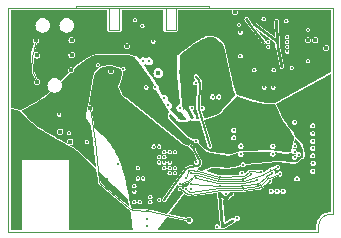
<source format=gbr>
%TF.GenerationSoftware,KiCad,Pcbnew,7.0.10*%
%TF.CreationDate,2024-02-12T16:24:20-08:00*%
%TF.ProjectId,beeper-design,62656570-6572-42d6-9465-7369676e2e6b,rev?*%
%TF.SameCoordinates,Original*%
%TF.FileFunction,Copper,L3,Inr*%
%TF.FilePolarity,Positive*%
%FSLAX46Y46*%
G04 Gerber Fmt 4.6, Leading zero omitted, Abs format (unit mm)*
G04 Created by KiCad (PCBNEW 7.0.10) date 2024-02-12 16:24:20*
%MOMM*%
%LPD*%
G01*
G04 APERTURE LIST*
G04 Aperture macros list*
%AMFreePoly0*
4,1,12,0.288625,-0.252760,0.298140,-0.300595,0.288625,-0.348431,0.261528,-0.388984,0.220975,-0.416080,0.173140,-0.425595,0.125304,-0.416080,0.084751,-0.388984,0.057655,-0.348431,-0.298140,0.288507,-0.031294,0.425595,0.288625,-0.252760,0.288625,-0.252760,$1*%
%AMFreePoly1*
4,1,22,-0.660579,1.085110,-0.620026,1.058013,-0.592930,1.017460,-0.233907,0.426181,-0.193262,0.365352,0.796803,-0.881237,0.823899,-0.921789,0.833415,-0.969625,0.823899,-1.017460,0.796803,-1.058013,0.756250,-1.085110,0.708415,-1.094625,0.660579,-1.085110,0.620026,-1.058013,-0.796803,0.881237,-0.823899,0.921789,-0.833415,0.969625,-0.823899,1.017460,-0.796803,1.058013,-0.756250,1.085110,
-0.708415,1.094625,-0.660579,1.085110,-0.660579,1.085110,$1*%
%AMFreePoly2*
4,1,19,0.003299,0.999318,0.043852,0.972222,0.070949,0.931669,0.080464,0.883833,0.169536,-0.883833,0.160021,-0.931669,0.132924,-0.972222,0.092371,-0.999318,0.044536,-1.008833,-0.003299,-0.999318,-0.043852,-0.972222,-0.070949,-0.931669,-0.080464,-0.883833,-0.169536,0.883833,-0.160021,0.931669,-0.132924,0.972222,-0.092371,0.999318,-0.044536,1.008833,0.003299,0.999318,0.003299,0.999318,
$1*%
%AMFreePoly3*
4,1,19,-0.936712,0.849265,-0.896159,0.822168,1.072935,-0.645391,1.100032,-0.685944,1.109547,-0.733780,1.100032,-0.781615,1.072935,-0.822168,1.032383,-0.849265,0.984547,-0.858780,0.936712,-0.849265,0.896159,-0.822168,-1.072935,0.645391,-1.100032,0.685944,-1.109547,0.733780,-1.100032,0.781615,-1.072935,0.822168,-1.032383,0.849265,-0.984547,0.858780,-0.936712,0.849265,-0.936712,0.849265,
$1*%
%AMFreePoly4*
4,1,19,0.047835,0.315485,0.088388,0.288388,0.115485,0.247835,0.125000,0.200000,0.125000,-0.200000,0.115485,-0.247835,0.088388,-0.288388,0.047835,-0.315485,0.000000,-0.325000,-0.047835,-0.315485,-0.088388,-0.288388,-0.115485,-0.247835,-0.125000,-0.200000,-0.125000,0.200000,-0.115485,0.247835,-0.088388,0.288388,-0.047835,0.315485,0.000000,0.325000,0.047835,0.315485,0.047835,0.315485,
$1*%
%AMFreePoly5*
4,1,19,-0.128423,0.962266,-0.087870,0.935169,-0.060773,0.894616,0.291743,-0.798945,0.301258,-0.846781,0.291743,-0.894616,0.264647,-0.935169,0.224094,-0.962266,0.176258,-0.971781,0.128423,-0.962266,0.087870,-0.935169,0.060773,-0.894616,-0.291743,0.798945,-0.301258,0.846781,-0.291743,0.894616,-0.264647,0.935169,-0.224094,0.962266,-0.176258,0.971781,-0.128423,0.962266,-0.128423,0.962266,
$1*%
%AMFreePoly6*
4,1,19,0.474527,0.371789,0.515080,0.344692,0.542177,0.304139,0.551692,0.256304,0.542177,0.208468,0.515080,0.167915,0.474527,0.140819,-0.378857,-0.371789,-0.426692,-0.381304,-0.474527,-0.371789,-0.515080,-0.344692,-0.542177,-0.304139,-0.551692,-0.256304,-0.542177,-0.208468,-0.515080,-0.167915,-0.474527,-0.140819,0.378857,0.371789,0.426692,0.381304,0.474527,0.371789,0.474527,0.371789,
$1*%
%AMFreePoly7*
4,1,14,-0.075758,0.253324,-0.035205,0.226228,0.193948,-0.016310,0.248594,-0.054972,0.109701,-0.262840,0.017171,-0.193086,-0.211982,0.049451,-0.239078,0.090004,-0.248594,0.137840,-0.239078,0.185675,-0.211982,0.226228,-0.171429,0.253324,-0.123594,0.262840,-0.075758,0.253324,-0.075758,0.253324,$1*%
%AMFreePoly8*
4,1,14,0.176678,0.250935,0.217231,0.223839,0.244328,0.183286,0.253843,0.135450,0.244328,0.087615,0.217231,0.047062,-0.022420,-0.190697,-0.114950,-0.260450,-0.253843,-0.052583,-0.199197,-0.013920,0.040454,0.223839,0.081007,0.250935,0.128843,0.260450,0.176678,0.250935,0.176678,0.250935,$1*%
%AMFreePoly9*
4,1,19,-0.072016,1.516075,-0.031464,1.488979,-0.004367,1.448426,0.005148,1.400590,0.244852,-1.400590,0.235337,-1.448426,0.208240,-1.488979,0.167687,-1.516075,0.119852,-1.525590,0.072016,-1.516075,0.031464,-1.488979,0.004367,-1.448426,-0.005148,-1.400590,-0.244852,1.400590,-0.235337,1.448426,-0.208240,1.488979,-0.167687,1.516075,-0.119852,1.525590,-0.072016,1.516075,-0.072016,1.516075,
$1*%
G04 Aperture macros list end*
%TA.AperFunction,Conductor*%
%ADD10FreePoly0,0.000000*%
%TD*%
%TA.AperFunction,Conductor*%
%ADD11FreePoly1,0.000000*%
%TD*%
%TA.AperFunction,Conductor*%
%ADD12FreePoly2,0.000000*%
%TD*%
%TA.AperFunction,Conductor*%
%ADD13FreePoly3,0.000000*%
%TD*%
%TA.AperFunction,Conductor*%
%ADD14FreePoly4,0.000000*%
%TD*%
%TA.AperFunction,Conductor*%
%ADD15FreePoly5,0.000000*%
%TD*%
%TA.AperFunction,Conductor*%
%ADD16FreePoly6,0.000000*%
%TD*%
%TA.AperFunction,Conductor*%
%ADD17FreePoly7,0.000000*%
%TD*%
%TA.AperFunction,Conductor*%
%ADD18FreePoly8,0.000000*%
%TD*%
%TA.AperFunction,Conductor*%
%ADD19FreePoly9,0.000000*%
%TD*%
%TA.AperFunction,ViaPad*%
%ADD20C,0.250000*%
%TD*%
%TA.AperFunction,ViaPad*%
%ADD21C,0.400000*%
%TD*%
%TA.AperFunction,Conductor*%
%ADD22C,0.090000*%
%TD*%
%TA.AperFunction,Conductor*%
%ADD23C,0.200000*%
%TD*%
%TA.AperFunction,Conductor*%
%ADD24C,0.075000*%
%TD*%
%TA.AperFunction,Conductor*%
%ADD25C,0.100000*%
%TD*%
%TA.AperFunction,Conductor*%
%ADD26C,0.300000*%
%TD*%
%TA.AperFunction,Conductor*%
%ADD27C,0.250000*%
%TD*%
%TA.AperFunction,Profile*%
%ADD28C,0.050000*%
%TD*%
G04 APERTURE END LIST*
D10*
%TO.N,VBAT*%
%TO.C,*%
X141094920Y-107537377D03*
%TD*%
D11*
%TO.N,FOD*%
%TO.C,*%
X146633512Y-100439200D03*
%TD*%
D12*
%TO.N,RECT*%
%TO.C,*%
X148497390Y-100524992D03*
%TD*%
D13*
%TO.N,RECT*%
%TO.C,*%
X147557379Y-100675046D03*
%TD*%
D14*
%TO.N,RECT*%
%TO.C,*%
X148541927Y-101608825D03*
%TD*%
D15*
%TO.N,RECT*%
%TO.C,*%
X148718185Y-102655606D03*
%TD*%
D16*
%TO.N,V18F*%
%TO.C,*%
X144327724Y-116793664D03*
%TD*%
D17*
%TO.N,V18F*%
%TO.C,*%
X143784922Y-114386626D03*
%TD*%
D18*
%TO.N,V18F*%
%TO.C,*%
X144486365Y-114389016D03*
%TD*%
D19*
%TO.N,V18F*%
%TO.C,*%
X143781180Y-115649377D03*
%TD*%
D20*
%TO.N,mcu_data0*%
X138505165Y-111160086D03*
D21*
%TO.N,mcu_swdclk*%
X131099806Y-102486398D03*
D20*
%TO.N,D-*%
X137656635Y-103037404D03*
D21*
%TO.N,QVAR1*%
X134437302Y-103872356D03*
D20*
%TO.N,mcu_scl2*%
X148719173Y-112571735D03*
X140755165Y-113860086D03*
%TO.N,mcu1_gpio2*%
X141655165Y-112960086D03*
X146794797Y-113129689D03*
%TO.N,mcu3_gpio*%
X146280878Y-112615029D03*
X141205165Y-112510086D03*
%TO.N,VLED*%
X142791677Y-110203298D03*
X141631769Y-104364936D03*
%TO.N,SP_N*%
X150315097Y-110938575D03*
%TO.N,mcu_data3*%
X139405165Y-110710086D03*
%TO.N,VDD1P8*%
X133926649Y-107220038D03*
X135016650Y-107661488D03*
X141205165Y-110710086D03*
X135015724Y-103681760D03*
D21*
X133325956Y-104235270D03*
D20*
%TO.N,VDD1P8P*%
X143695241Y-112543850D03*
X151044033Y-108500601D03*
D21*
%TO.N,AC2*%
X151108026Y-101264622D03*
X151733181Y-101256460D03*
D20*
%TO.N,VDDSYS*%
X150315097Y-110438575D03*
X144251451Y-111802192D03*
X144792591Y-111787456D03*
X130381632Y-107879426D03*
X140755165Y-109810086D03*
X131912614Y-110352663D03*
D21*
%TO.N,QVAR2*%
X132672133Y-107033068D03*
X141062328Y-116503834D03*
D20*
%TO.N,VBUS*%
X148207021Y-103326510D03*
X137167141Y-101381040D03*
X140261103Y-107837973D03*
D21*
X128185938Y-103832108D03*
D20*
%TO.N,mcu_sda*%
X140305165Y-113410086D03*
X148536088Y-111998078D03*
%TO.N,GND*%
X149975097Y-108188575D03*
D21*
X138422325Y-104037396D03*
X131338093Y-113051743D03*
X126402896Y-115065217D03*
D20*
X133318088Y-103317714D03*
X151515723Y-108500601D03*
X151541188Y-111678849D03*
X138505165Y-110260086D03*
D21*
X128077499Y-101282656D03*
D20*
X136705165Y-112060086D03*
X145393914Y-102593098D03*
D21*
X131338093Y-115067252D03*
D20*
X144133019Y-114248787D03*
X139405165Y-111610086D03*
X149744277Y-103579559D03*
X141191434Y-113867717D03*
X136407665Y-113617586D03*
X138946950Y-106182238D03*
X143028580Y-106065238D03*
X138505165Y-114760086D03*
X151515723Y-110414103D03*
X136705165Y-112960086D03*
X138179500Y-105250000D03*
D21*
X128179500Y-104775000D03*
D20*
X140261103Y-107018250D03*
X136407665Y-114967586D03*
X137155165Y-112960086D03*
X146560594Y-103800248D03*
X144812655Y-109504617D03*
X145435963Y-110909046D03*
X149341927Y-101808825D03*
X137448712Y-116990399D03*
X138955165Y-112060086D03*
X137443867Y-116359377D03*
X149271820Y-99641158D03*
X145429651Y-110216438D03*
X139405165Y-112510086D03*
X151515723Y-112346569D03*
X149000000Y-114050000D03*
X136857665Y-114967586D03*
X145104416Y-116337360D03*
D21*
X144918929Y-98872494D03*
D20*
X137420500Y-105250000D03*
X141613456Y-104852764D03*
X145502802Y-112527682D03*
D21*
X126402896Y-116432783D03*
D20*
X139855165Y-112510086D03*
X141655165Y-109810086D03*
X144813195Y-108866826D03*
X138055165Y-110260086D03*
X148198022Y-103789201D03*
X138505165Y-111610086D03*
X137087147Y-100028027D03*
X137757665Y-114517586D03*
D21*
X126402896Y-115737686D03*
D20*
X151515723Y-111033303D03*
X143429342Y-117049967D03*
X147354287Y-99464227D03*
X141268060Y-107018250D03*
X141655165Y-111610086D03*
X135053591Y-116689001D03*
D21*
X131380525Y-116488716D03*
D20*
X145624121Y-111787456D03*
X145393914Y-100592371D03*
X143553007Y-106065238D03*
D21*
X126402896Y-113804210D03*
D20*
X147420500Y-105250000D03*
X151515723Y-109154256D03*
X135487414Y-103681760D03*
X134984739Y-111731155D03*
X137757665Y-114967586D03*
X149341927Y-101408825D03*
D21*
X126402896Y-113188950D03*
D20*
X138013865Y-101359212D03*
D21*
X126402896Y-117057853D03*
D20*
X149341927Y-102208825D03*
D21*
X135801369Y-101738144D03*
D20*
X132922454Y-116687814D03*
X139405165Y-112060086D03*
D21*
X131338093Y-114388344D03*
D20*
X139855165Y-112060086D03*
D21*
X126402896Y-112520649D03*
X131342103Y-117017561D03*
D20*
X145277363Y-99941266D03*
X148146998Y-110241780D03*
X149341927Y-101008825D03*
X136407665Y-114067586D03*
X148500000Y-114050000D03*
X130877672Y-109097419D03*
X134085739Y-113031155D03*
X138955165Y-111610086D03*
X148000000Y-114050000D03*
D21*
X131338093Y-113709436D03*
D20*
X142166975Y-107010533D03*
D21*
X126390525Y-114451295D03*
D20*
X130048096Y-107545891D03*
X148146998Y-110879259D03*
X148179500Y-105250000D03*
X151515723Y-109809374D03*
X149975097Y-110188575D03*
X150181490Y-112983089D03*
X132383298Y-109878436D03*
X139254147Y-106768250D03*
D21*
%TO.N,cap_p1*%
X152660705Y-101934348D03*
D20*
%TO.N,mcu_clk*%
X139855165Y-110710086D03*
%TO.N,VDD3P0*%
X149975097Y-111188575D03*
X149295097Y-110188575D03*
X139491383Y-107828414D03*
D21*
%TO.N,OUT-*%
X130137965Y-108999330D03*
D20*
%TO.N,mcu0_gpio2*%
X147131101Y-112451640D03*
X140755165Y-112960086D03*
%TO.N,V14RF*%
X141205002Y-110255575D03*
X138955165Y-114760086D03*
%TO.N,mcu2_gpio*%
X141205165Y-113410086D03*
X148078465Y-112461044D03*
D21*
%TO.N,mcu_tx*%
X131099595Y-101264852D03*
D20*
%TO.N,CLAMP1*%
X147741927Y-101808825D03*
X151108765Y-102999943D03*
%TO.N,SHIELD*%
X136470931Y-99532767D03*
%TO.N,VBAT*%
X141268060Y-107837973D03*
D21*
X142820354Y-101439858D03*
%TO.N,mcu_rx*%
X128133424Y-102542244D03*
D20*
%TO.N,mcu_data2*%
X138955165Y-111160086D03*
%TO.N,mcu_data1*%
X138955165Y-110710086D03*
%TO.N,FOD*%
X147341927Y-101408825D03*
X145925098Y-99469575D03*
%TO.N,RECT*%
X148541927Y-101808825D03*
X146572832Y-99941266D03*
X148541927Y-101408825D03*
X148894443Y-103502387D03*
X148452854Y-99641158D03*
%TO.N,D+*%
X137179787Y-103023399D03*
%TO.N,CLAMP2*%
X147741927Y-101408825D03*
X151108026Y-100366194D03*
D21*
%TO.N,mcu_swdio*%
X131034915Y-103779895D03*
D20*
%TO.N,SP_P*%
X149975097Y-110688575D03*
%TO.N,mcu2_gpio1*%
X140305165Y-113860086D03*
X147870297Y-113163719D03*
%TO.N,V18F*%
X144754416Y-116537360D03*
X143901032Y-117049967D03*
X144615208Y-114253566D03*
X143661328Y-114248787D03*
D21*
%TO.N,OUT+*%
X130996736Y-109842314D03*
%TD*%
D22*
%TO.N,mcu_scl2*%
X140755165Y-113860086D02*
X141011559Y-114068600D01*
X141011561Y-114068597D02*
G75*
G03*
X141022488Y-114076668I91539J112497D01*
G01*
X141022488Y-114076668D02*
X141063041Y-114103765D01*
X141063041Y-114103765D02*
G75*
G03*
X141115311Y-114125416I80559J120565D01*
G01*
X141115311Y-114125416D02*
X141163146Y-114134931D01*
X141163144Y-114134943D02*
G75*
G03*
X141211997Y-114136252I28256J142243D01*
G01*
X141211997Y-114136252D02*
X143613822Y-113792172D01*
X143655707Y-113788839D02*
G75*
G03*
X143613822Y-113792172I5593J-335061D01*
G01*
X143655707Y-113788834D02*
X145521343Y-113757526D01*
X145521343Y-113757527D02*
G75*
G03*
X145642032Y-113748874I-18543J1104627D01*
G01*
X145642032Y-113748875D02*
X146838266Y-113596940D01*
X146838266Y-113596940D02*
G75*
G03*
X146862103Y-113593059I-43366J341540D01*
G01*
X146862103Y-113593060D02*
X146909938Y-113583545D01*
X146909941Y-113583560D02*
G75*
G03*
X147034304Y-113532031I-67341J338360D01*
G01*
X147034304Y-113532031D02*
X147074857Y-113504935D01*
X147074858Y-113504936D02*
G75*
G03*
X147112260Y-113476050I-191758J286936D01*
G01*
X147112260Y-113476050D02*
X147685631Y-112966907D01*
X147701354Y-112954771D02*
G75*
G03*
X147685631Y-112966907I80646J-120729D01*
G01*
X147701351Y-112954767D02*
X147741904Y-112927671D01*
X147773402Y-112911785D02*
G75*
G03*
X147741904Y-112927671I49098J-136515D01*
G01*
X147773402Y-112911785D02*
X148719173Y-112571735D01*
%TO.N,mcu1_gpio2*%
X146794797Y-113129689D02*
X145639369Y-113354518D01*
X145509198Y-113367656D02*
G75*
G03*
X145639369Y-113354517I-6398J714756D01*
G01*
X145509198Y-113367653D02*
X143701636Y-113383821D01*
X143555750Y-113370119D02*
G75*
G03*
X143701636Y-113383820I139450J701319D01*
G01*
X143555751Y-113370112D02*
X143507916Y-113360596D01*
X143496296Y-113358185D02*
G75*
G03*
X143507916Y-113360595I148804J688185D01*
G01*
X143496296Y-113358185D02*
X141655165Y-112960086D01*
%TO.N,mcu3_gpio*%
X146280878Y-112615029D02*
X145715556Y-112934761D01*
X145615996Y-112971744D02*
G75*
G03*
X145715556Y-112934760I-65396J328544D01*
G01*
X145615993Y-112971730D02*
X145568158Y-112981245D01*
X145505799Y-112987669D02*
G75*
G03*
X145568158Y-112981244I-2999J334969D01*
G01*
X145505799Y-112987669D02*
X143698237Y-113003837D01*
X143629887Y-112997403D02*
G75*
G03*
X143698237Y-113003836I65413J328703D01*
G01*
X143629885Y-112997413D02*
X143582050Y-112987898D01*
X143562857Y-112983491D02*
G75*
G03*
X143582050Y-112987898I84543J324191D01*
G01*
X143562857Y-112983490D02*
X141787548Y-112520446D01*
X141787548Y-112520446D02*
G75*
G03*
X141768355Y-112516039I-84548J-324254D01*
G01*
X141768355Y-112516038D02*
X141720520Y-112506523D01*
X141720521Y-112506518D02*
G75*
G03*
X141647660Y-112500171I-65321J-328482D01*
G01*
X141647660Y-112500170D02*
X141205165Y-112510086D01*
D23*
%TO.N,VLED*%
X141631769Y-104364936D02*
X141856170Y-104637161D01*
X141868140Y-104653260D02*
G75*
G03*
X141856169Y-104637161I-166140J-111040D01*
G01*
X141868138Y-104653262D02*
X141895235Y-104693815D01*
X141925082Y-104765913D02*
G75*
G03*
X141895235Y-104693815I-196182J-38987D01*
G01*
X141925098Y-104765910D02*
X141934613Y-104813746D01*
X141938263Y-104861735D02*
G75*
G03*
X141934612Y-104813746I-199763J8935D01*
G01*
X141938255Y-104861735D02*
X141842176Y-107001562D01*
X141842168Y-107001562D02*
G75*
G03*
X141845819Y-107049551I199732J-8938D01*
G01*
X141845818Y-107049551D02*
X141855333Y-107097387D01*
X141855337Y-107097386D02*
G75*
G03*
X141860020Y-107116152I196163J38986D01*
G01*
X141860019Y-107116152D02*
X142791677Y-110203298D01*
D24*
%TO.N,VDD1P8*%
X141205165Y-110710086D02*
X135016650Y-107661488D01*
X135016650Y-107661488D02*
X133926649Y-107220038D01*
X133325956Y-104235270D02*
X133926649Y-107220038D01*
X133325956Y-104235270D02*
X134306608Y-103603514D01*
X134341254Y-103589492D02*
G75*
G03*
X134306608Y-103603514I19546J-98108D01*
G01*
X134341256Y-103589502D02*
X134417792Y-103574277D01*
X134456186Y-103574156D02*
G75*
G03*
X134417792Y-103574277I-18886J-98244D01*
G01*
X134456186Y-103574155D02*
X135015724Y-103681760D01*
D23*
%TO.N,VDD1P8P*%
X143695241Y-112543850D02*
X145465330Y-112206224D01*
X145468403Y-112205662D02*
G75*
G03*
X145465330Y-112206224I35097J-200538D01*
G01*
X145468403Y-112205662D02*
X148501688Y-111676058D01*
X148556001Y-111674069D02*
G75*
G03*
X148501688Y-111676058I-19901J-199031D01*
G01*
X148556001Y-111674072D02*
X149925313Y-111811091D01*
X149925313Y-111811090D02*
G75*
G03*
X150072642Y-111803968I49787J497490D01*
G01*
X150072642Y-111803968D02*
X150120477Y-111794453D01*
X150120480Y-111794469D02*
G75*
G03*
X150300717Y-111719794I-97580J490369D01*
G01*
X150300717Y-111719795D02*
X150341270Y-111692699D01*
X150341269Y-111692697D02*
G75*
G03*
X150359679Y-111679788I-278169J416297D01*
G01*
X150359680Y-111679789D02*
X150699680Y-111429789D01*
X150699683Y-111429793D02*
G75*
G03*
X150819219Y-111304749I-296183J402793D01*
G01*
X150819220Y-111304749D02*
X150846317Y-111264196D01*
X150846310Y-111264191D02*
G75*
G03*
X150920973Y-111083956I-415710J277791D01*
G01*
X150920974Y-111083956D02*
X150930490Y-111036121D01*
X150930492Y-111036121D02*
G75*
G03*
X150939646Y-110959780I-490392J97521D01*
G01*
X150939647Y-110959780D02*
X151044033Y-108500601D01*
D24*
%TO.N,VDDSYS*%
X140755165Y-109810086D02*
X141293364Y-110048671D01*
X141304398Y-110054407D02*
G75*
G03*
X141293364Y-110048672I-51598J-85793D01*
G01*
X141304398Y-110054408D02*
X144129859Y-111754664D01*
D23*
X150315097Y-110438575D02*
X150555605Y-110720342D01*
X150569781Y-110739072D02*
G75*
G03*
X150555605Y-110720342I-166281J-111128D01*
G01*
X150569779Y-110739073D02*
X150596876Y-110779626D01*
X150626727Y-110851724D02*
G75*
G03*
X150596875Y-110779626I-196127J-38976D01*
G01*
X150626739Y-110851722D02*
X150636254Y-110899557D01*
X150636263Y-110977596D02*
G75*
G03*
X150636253Y-110899557I-196163J38996D01*
G01*
X150636254Y-110977594D02*
X150626739Y-111025429D01*
X150596870Y-111097521D02*
G75*
G03*
X150626739Y-111025429I-166270J111121D01*
G01*
X150596876Y-111097525D02*
X150569779Y-111138078D01*
X150521966Y-111188098D02*
G75*
G03*
X150569779Y-111138078I-118466J161098D01*
G01*
X150521963Y-111188094D02*
X150181963Y-111438094D01*
X150174598Y-111443256D02*
G75*
G03*
X150181963Y-111438094I-111898J167456D01*
G01*
X150174599Y-111443258D02*
X150134046Y-111470354D01*
X150061953Y-111500234D02*
G75*
G03*
X150134046Y-111470354I-39053J196134D01*
G01*
X150061950Y-111500217D02*
X150014115Y-111509733D01*
X149955184Y-111512579D02*
G75*
G03*
X150014115Y-111509732I19916J199079D01*
G01*
X149955184Y-111512582D02*
X148585871Y-111375563D01*
X148585871Y-111375561D02*
G75*
G03*
X148520724Y-111373314I-49771J-497639D01*
G01*
X148520724Y-111373314D02*
X145617975Y-111462550D01*
X145617975Y-111462557D02*
G75*
G03*
X145585102Y-111466299I6125J-200043D01*
G01*
X145585102Y-111466299D02*
X145537267Y-111475814D01*
X145537266Y-111475807D02*
G75*
G03*
X145498117Y-111487880I39034J-196093D01*
G01*
X145498117Y-111487879D02*
X144792591Y-111787456D01*
D24*
X140755165Y-109810086D02*
X135653417Y-103530316D01*
X135653421Y-103530313D02*
G75*
G03*
X135631359Y-103510224I-77621J-63087D01*
G01*
X135631359Y-103510224D02*
X135590806Y-103483128D01*
X135590798Y-103483140D02*
G75*
G03*
X135554758Y-103468197I-55598J-83160D01*
G01*
X135554758Y-103468196D02*
X135506923Y-103458681D01*
X135506923Y-103458681D02*
G75*
G03*
X135503964Y-103458140I-19523J-98419D01*
G01*
X135503964Y-103458139D02*
X133334638Y-103094093D01*
X133334639Y-103094089D02*
G75*
G03*
X133298579Y-103094636I-16539J-98611D01*
G01*
X133298579Y-103094636D02*
X133250743Y-103104151D01*
X133250739Y-103104131D02*
G75*
G03*
X133214695Y-103119084I19561J-98069D01*
G01*
X133214695Y-103119083D02*
X133174142Y-103146179D01*
X133174138Y-103146173D02*
G75*
G03*
X133146552Y-103173769I55562J-83127D01*
G01*
X133146552Y-103173769D02*
X133119456Y-103214322D01*
X133119457Y-103214323D02*
G75*
G03*
X133116357Y-103219267I83443J-55777D01*
G01*
X133116356Y-103219267D02*
X130381632Y-107879426D01*
X144251451Y-111802192D02*
X144792591Y-111787456D01*
X130381632Y-107879426D02*
X131078021Y-108996687D01*
X131078317Y-108997167D02*
G75*
G03*
X131078020Y-108996687I-79817J-49033D01*
G01*
X131078318Y-108997167D02*
X131912614Y-110352663D01*
D25*
%TO.N,QVAR2*%
X132672133Y-107033068D02*
X133053168Y-109803496D01*
X133055017Y-109818462D02*
G75*
G03*
X133053167Y-109803496I-539817J-59138D01*
G01*
X133055018Y-109818462D02*
X133414019Y-113091128D01*
X133414018Y-113091128D02*
G75*
G03*
X133421308Y-113138455I546982J60028D01*
G01*
X133421307Y-113138455D02*
X133430822Y-113186290D01*
X133430833Y-113186288D02*
G75*
G03*
X133512947Y-113384554I539467J107288D01*
G01*
X133512946Y-113384554D02*
X133540043Y-113425107D01*
X133540028Y-113425117D02*
G75*
G03*
X133645089Y-113541931I457272J305617D01*
G01*
X133645089Y-113541931D02*
X135967015Y-115478362D01*
X135967019Y-115478357D02*
G75*
G03*
X136013713Y-115513282I352081J422057D01*
G01*
X136013713Y-115513282D02*
X136054266Y-115540379D01*
X136054263Y-115540384D02*
G75*
G03*
X136252530Y-115622502I305537J457284D01*
G01*
X136252530Y-115622503D02*
X136300365Y-115632018D01*
X136300364Y-115632025D02*
G75*
G03*
X136385955Y-115642157I107236J539325D01*
G01*
X136385955Y-115642157D02*
X137465577Y-115684806D01*
X137551166Y-115694952D02*
G75*
G03*
X137465577Y-115684806I-107366J-539648D01*
G01*
X137551167Y-115694945D02*
X137599002Y-115704460D01*
X137615435Y-115707992D02*
G75*
G03*
X137599002Y-115704461I-124235J-538208D01*
G01*
X137615435Y-115707991D02*
X141062328Y-116503834D01*
D24*
%TO.N,VBUS*%
X141343371Y-100393562D02*
X144308598Y-100423819D01*
X144308598Y-100423819D02*
X148207021Y-103326510D01*
X137167141Y-101381040D02*
X137937061Y-101148015D01*
X137944414Y-101146093D02*
G75*
G03*
X137937061Y-101148016I21486J-97207D01*
G01*
X137944413Y-101146091D02*
X141343371Y-100393562D01*
X137167141Y-101381040D02*
X135797198Y-101438231D01*
X135797198Y-101438226D02*
G75*
G03*
X135785652Y-101439388I4202J-99774D01*
G01*
X135785652Y-101439387D02*
X131084089Y-102187641D01*
X131084089Y-102187640D02*
G75*
G03*
X131080297Y-102188319I16011J-100360D01*
G01*
X131080297Y-102188319D02*
X131003761Y-102203543D01*
X131003759Y-102203533D02*
G75*
G03*
X130973088Y-102215126I19541J-98067D01*
G01*
X130973088Y-102215125D02*
X128185938Y-103832108D01*
X140261103Y-107837973D02*
X139932565Y-107171037D01*
X139920364Y-107141361D02*
G75*
G03*
X139932566Y-107171037I225236J75261D01*
G01*
X139920363Y-107141361D02*
X138832356Y-103885584D01*
X138832342Y-103885589D02*
G75*
G03*
X138804506Y-103828810I-225242J-75211D01*
G01*
X138804507Y-103828810D02*
X137167141Y-101381040D01*
D22*
%TO.N,mcu_sda*%
X140305165Y-113410086D02*
X140852376Y-113211905D01*
X140852377Y-113211907D02*
G75*
G03*
X140883557Y-113196133I-49377J136307D01*
G01*
X140883558Y-113196134D02*
X140924111Y-113169037D01*
X140924112Y-113169039D02*
G75*
G03*
X140930127Y-113164792I-80112J119839D01*
G01*
X140930127Y-113164792D02*
X141480202Y-112755379D01*
X141486220Y-112751136D02*
G75*
G03*
X141480203Y-112755380I82080J-122764D01*
G01*
X141486219Y-112751134D02*
X141526772Y-112724038D01*
X141579043Y-112702398D02*
G75*
G03*
X141526772Y-112724038I28257J-142202D01*
G01*
X141579041Y-112702387D02*
X141626877Y-112692872D01*
X141683453Y-112692873D02*
G75*
G03*
X141626877Y-112692873I-28288J-142219D01*
G01*
X141683453Y-112692872D02*
X141731288Y-112702387D01*
X141739597Y-112704293D02*
G75*
G03*
X141731288Y-112702387I-36597J-140507D01*
G01*
X141739596Y-112704295D02*
X143514905Y-113167340D01*
X143514904Y-113167342D02*
G75*
G03*
X143544983Y-113174246I132696J509142D01*
G01*
X143544983Y-113174247D02*
X143592818Y-113183762D01*
X143592817Y-113183769D02*
G75*
G03*
X143699936Y-113193829I102383J514869D01*
G01*
X143699936Y-113193829D02*
X145507498Y-113177661D01*
X145507498Y-113177663D02*
G75*
G03*
X145605225Y-113167594I-4698J524863D01*
G01*
X145605225Y-113167594D02*
X145653060Y-113158079D01*
X145653060Y-113158080D02*
G75*
G03*
X145696708Y-113147436I-102460J514980D01*
G01*
X145696708Y-113147437D02*
X147219280Y-112706400D01*
X147219282Y-112706405D02*
G75*
G03*
X147259646Y-112687585I-40382J139305D01*
G01*
X147259646Y-112687586D02*
X147949919Y-112225098D01*
X147979061Y-112210039D02*
G75*
G03*
X147949919Y-112225099I51539J-135461D01*
G01*
X147979061Y-112210039D02*
X148536088Y-111998078D01*
D24*
%TO.N,GND*%
X131338093Y-113051743D02*
X131353434Y-111076223D01*
X126416432Y-110882333D02*
X131366432Y-110932333D01*
D25*
X128179500Y-104775000D02*
X127861499Y-103963365D01*
X127854039Y-103937910D02*
G75*
G03*
X127861500Y-103963365I147161J29310D01*
G01*
X127854044Y-103937909D02*
X127838820Y-103861372D01*
X127836061Y-103838210D02*
G75*
G03*
X127838821Y-103861372I149839J6110D01*
G01*
X127836062Y-103838210D02*
X127783548Y-102548346D01*
X127786297Y-102512979D02*
G75*
G03*
X127783549Y-102548346I147103J-29221D01*
G01*
X127786306Y-102512981D02*
X127801530Y-102436444D01*
X127802768Y-102430801D02*
G75*
G03*
X127801530Y-102436444I146132J-34999D01*
G01*
X127802766Y-102430801D02*
X128077499Y-101282656D01*
D24*
X126402896Y-112520649D02*
X126416432Y-110882333D01*
D23*
%TO.N,VDD3P0*%
X149295097Y-110188575D02*
X148242187Y-109931982D01*
X148242186Y-109931984D02*
G75*
G03*
X148233851Y-109930139I-46886J-192016D01*
G01*
X148233851Y-109930138D02*
X148186016Y-109920623D01*
X148186016Y-109920624D02*
G75*
G03*
X148148863Y-109916789I-39016J-196076D01*
G01*
X148148863Y-109916788D02*
X145431516Y-109891447D01*
X145431516Y-109891457D02*
G75*
G03*
X145390633Y-109895282I-1916J-199943D01*
G01*
X145390633Y-109895281D02*
X145342797Y-109904796D01*
X145342797Y-109904794D02*
G75*
G03*
X145333714Y-109906824I39003J-195806D01*
G01*
X145333714Y-109906824D02*
X142887613Y-110512912D01*
X142878530Y-110514938D02*
G75*
G03*
X142887613Y-110512911I-38930J195838D01*
G01*
X142878530Y-110514940D02*
X142830695Y-110524455D01*
X142752659Y-110524455D02*
G75*
G03*
X142830695Y-110524455I39018J196153D01*
G01*
X142752659Y-110524455D02*
X142704823Y-110514940D01*
X142632740Y-110485056D02*
G75*
G03*
X142704823Y-110514939I111160J166256D01*
G01*
X142632727Y-110485076D02*
X142592174Y-110457980D01*
X142546327Y-110415625D02*
G75*
G03*
X142592174Y-110457980I156973J123925D01*
G01*
X142546323Y-110415628D02*
X141900519Y-109597755D01*
X141900511Y-109597761D02*
G75*
G03*
X141861545Y-109560212I-157011J-123939D01*
G01*
X141861546Y-109560211D02*
X139491383Y-107828414D01*
D22*
%TO.N,mcu0_gpio2*%
X140755165Y-112960086D02*
X140953346Y-112412875D01*
X140969116Y-112381692D02*
G75*
G03*
X140953346Y-112412875I120484J-80508D01*
G01*
X140969117Y-112381693D02*
X140996213Y-112341140D01*
X141036216Y-112301129D02*
G75*
G03*
X140996213Y-112341140I80584J-120571D01*
G01*
X141036219Y-112301134D02*
X141076772Y-112274038D01*
X141129043Y-112252398D02*
G75*
G03*
X141076772Y-112274038I28257J-142202D01*
G01*
X141129041Y-112252387D02*
X141176877Y-112242872D01*
X141226190Y-112241607D02*
G75*
G03*
X141176877Y-112242873I-20990J-143493D01*
G01*
X141226188Y-112241618D02*
X141731284Y-112315633D01*
X141757587Y-112320173D02*
G75*
G03*
X141731284Y-112315633I-102287J-514127D01*
G01*
X141757587Y-112320174D02*
X141805423Y-112329689D01*
X141835500Y-112336597D02*
G75*
G03*
X141805423Y-112329689I-132300J-507103D01*
G01*
X141835500Y-112336596D02*
X143610810Y-112799641D01*
X143610810Y-112799639D02*
G75*
G03*
X143619117Y-112801549I36590J140139D01*
G01*
X143619117Y-112801549D02*
X143666952Y-112811064D01*
X143666951Y-112811071D02*
G75*
G03*
X143696538Y-112813844I28249J142171D01*
G01*
X143696538Y-112813844D02*
X145504099Y-112797676D01*
X145504099Y-112797677D02*
G75*
G03*
X145531091Y-112794896I-1299J144977D01*
G01*
X145531091Y-112794896D02*
X145578926Y-112785381D01*
X145578927Y-112785384D02*
G75*
G03*
X145631195Y-112763729I-28327J142284D01*
G01*
X145631196Y-112763730D02*
X145671748Y-112736633D01*
X145671747Y-112736632D02*
G75*
G03*
X145678357Y-112731946I-80347J120332D01*
G01*
X145678357Y-112731946D02*
X146105324Y-112410765D01*
X146111932Y-112406078D02*
G75*
G03*
X146105324Y-112410766I79968J-119722D01*
G01*
X146111932Y-112406078D02*
X146152485Y-112378981D01*
X146204752Y-112357319D02*
G75*
G03*
X146152485Y-112378981I28348J-142281D01*
G01*
X146204754Y-112357330D02*
X146252590Y-112347815D01*
X146299112Y-112346174D02*
G75*
G03*
X146252590Y-112347815I-18212J-143926D01*
G01*
X146299111Y-112346180D02*
X147131101Y-112451640D01*
D23*
%TO.N,V14RF*%
X141205002Y-110255575D02*
X141433319Y-110478640D01*
X141459854Y-110510578D02*
G75*
G03*
X141433319Y-110478640I-166354J-111222D01*
G01*
X141459847Y-110510583D02*
X141486944Y-110551136D01*
X141499536Y-110572808D02*
G75*
G03*
X141486944Y-110551136I-179136J-89592D01*
G01*
X141499535Y-110572808D02*
X141949535Y-111472808D01*
X141966814Y-111523231D02*
G75*
G03*
X141949535Y-111472808I-196214J-39069D01*
G01*
X141966807Y-111523232D02*
X141976322Y-111571068D01*
X141976327Y-111649105D02*
G75*
G03*
X141976322Y-111571068I-196127J39005D01*
G01*
X141976322Y-111649104D02*
X141966807Y-111696939D01*
X141936931Y-111769026D02*
G75*
G03*
X141966806Y-111696939I-166231J111126D01*
G01*
X141936944Y-111769035D02*
X141909847Y-111809588D01*
X141854663Y-111864763D02*
G75*
G03*
X141909847Y-111809588I-111063J166263D01*
G01*
X141854667Y-111864768D02*
X141814114Y-111891865D01*
X141742019Y-111921731D02*
G75*
G03*
X141814113Y-111891864I-39019J196131D01*
G01*
X141742018Y-111921728D02*
X141694183Y-111931243D01*
X141679657Y-111933581D02*
G75*
G03*
X141694183Y-111931243I-24657J199481D01*
G01*
X141679657Y-111933581D02*
X141157405Y-111998021D01*
X141157405Y-111998018D02*
G75*
G03*
X141129080Y-112002580I47795J-386982D01*
G01*
X141129080Y-112002580D02*
X141081244Y-112012095D01*
X141081246Y-112012106D02*
G75*
G03*
X140940657Y-112070329I76054J-382494D01*
G01*
X140940657Y-112070328D02*
X140900104Y-112097424D01*
X140900101Y-112097420D02*
G75*
G03*
X140802929Y-112190182I216699J-324280D01*
G01*
X140802928Y-112190182D02*
X140055829Y-113202972D01*
X140055829Y-113202972D02*
G75*
G03*
X140053457Y-113206258I158871J-117228D01*
G01*
X140053456Y-113206258D02*
X138955165Y-114760086D01*
D25*
%TO.N,mcu2_gpio*%
X141205165Y-113410086D02*
X143632930Y-113576714D01*
X143632930Y-113576710D02*
G75*
G03*
X143703380Y-113578813I62370J908310D01*
G01*
X143703380Y-113578814D02*
X145510942Y-113562646D01*
X145510942Y-113562644D02*
G75*
G03*
X145617462Y-113555430I-8142J910244D01*
G01*
X145617462Y-113555430D02*
X146813697Y-113403494D01*
X146813697Y-113403495D02*
G75*
G03*
X146824060Y-113401806I-18997J149195D01*
G01*
X146824060Y-113401807D02*
X146871896Y-113392292D01*
X146871899Y-113392307D02*
G75*
G03*
X146925968Y-113369894I-29299J147107D01*
G01*
X146925968Y-113369895D02*
X146966521Y-113342798D01*
X146966521Y-113342798D02*
G75*
G03*
X146982782Y-113330239I-83321J124698D01*
G01*
X146982783Y-113330240D02*
X147556154Y-112821097D01*
X147590146Y-112794568D02*
G75*
G03*
X147556154Y-112821097I191754J-280732D01*
G01*
X147590146Y-112794568D02*
X148078465Y-112461044D01*
D26*
%TO.N,VBAT*%
X142820354Y-101439858D02*
X141297462Y-104196200D01*
X141297461Y-104196199D02*
G75*
G03*
X141271088Y-104268328I218839J-120901D01*
G01*
X141271088Y-104268328D02*
X141261573Y-104316163D01*
X141261574Y-104316163D02*
G75*
G03*
X141259086Y-104330984I246126J-48937D01*
G01*
X141259085Y-104330984D02*
X140895376Y-106984298D01*
X140895391Y-106984300D02*
G75*
G03*
X140897863Y-107067023I247609J-34000D01*
G01*
X140897863Y-107067023D02*
X140907378Y-107114858D01*
X140907384Y-107114857D02*
G75*
G03*
X140930203Y-107180326I245216J48757D01*
G01*
D22*
%TO.N,mcu2_gpio1*%
X140305165Y-113860086D02*
X140580202Y-114064792D01*
X140580202Y-114064792D02*
G75*
G03*
X140586219Y-114069037I86598J116392D01*
G01*
X140586219Y-114069037D02*
X140626772Y-114096134D01*
X140626775Y-114096130D02*
G75*
G03*
X140641917Y-114104978I80525J120430D01*
G01*
X140641917Y-114104978D02*
X140992473Y-114282177D01*
X140992473Y-114282177D02*
G75*
G03*
X141078244Y-114311765I151127J298977D01*
G01*
X141078244Y-114311765D02*
X141126079Y-114321280D01*
X141126077Y-114321290D02*
G75*
G03*
X141238940Y-114324331I65323J328490D01*
G01*
X141238940Y-114324331D02*
X143640766Y-113980252D01*
X143658895Y-113978811D02*
G75*
G03*
X143640766Y-113980252I2405J-144989D01*
G01*
X143658895Y-113978807D02*
X145524531Y-113947500D01*
X145524531Y-113947500D02*
G75*
G03*
X145665972Y-113937361I-21731J1294800D01*
G01*
X145665972Y-113937361D02*
X146862206Y-113785426D01*
X146862206Y-113785425D02*
G75*
G03*
X146899170Y-113779409I-67406J530725D01*
G01*
X146899170Y-113779409D02*
X146947005Y-113769894D01*
X146947008Y-113769909D02*
G75*
G03*
X147139862Y-113690010I-104408J524709D01*
G01*
X147139862Y-113690011D02*
X147180415Y-113662914D01*
X147180415Y-113662913D02*
G75*
G03*
X147197008Y-113651368I-298315J446413D01*
G01*
X147197008Y-113651368D02*
X147870297Y-113163719D01*
D27*
%TO.N,V18F*%
X143964075Y-114545523D02*
G75*
G03*
X144042654Y-114578082I121125J181223D01*
G01*
X144042654Y-114578083D02*
X144090489Y-114587598D01*
X144090489Y-114587598D02*
G75*
G03*
X144175549Y-114587598I42530J213804D01*
G01*
X144175549Y-114587598D02*
X144223384Y-114578083D01*
X144223382Y-114578071D02*
G75*
G03*
X144301969Y-114545532I-42482J213771D01*
G01*
%TD*%
%TA.AperFunction,Conductor*%
%TO.N,VDD1P8*%
G36*
X134407314Y-103466134D02*
G01*
X134458121Y-103470246D01*
X134459438Y-103470417D01*
X134476059Y-103473410D01*
X135032487Y-103573587D01*
X135034649Y-103574158D01*
X135116741Y-103603118D01*
X135120323Y-103605005D01*
X135197335Y-103661160D01*
X135199657Y-103663294D01*
X135244810Y-103715369D01*
X135275885Y-103751208D01*
X135277250Y-103753074D01*
X135344902Y-103863677D01*
X135346959Y-103870885D01*
X135348652Y-104115703D01*
X135348442Y-104118216D01*
X135295442Y-104420717D01*
X135295022Y-104422454D01*
X135186051Y-104773287D01*
X135185611Y-104774503D01*
X135024942Y-105161451D01*
X134773889Y-104939289D01*
X134612235Y-104779021D01*
X133325956Y-104235270D01*
X132981896Y-104304513D01*
X133039301Y-104123897D01*
X133041191Y-104120089D01*
X133158402Y-103953722D01*
X133159735Y-103952105D01*
X133236232Y-103872356D01*
X134169150Y-103872356D01*
X134189561Y-103974971D01*
X134189561Y-103974972D01*
X134189562Y-103974973D01*
X134247690Y-104061968D01*
X134334685Y-104120096D01*
X134437302Y-104140508D01*
X134539919Y-104120096D01*
X134626914Y-104061968D01*
X134685042Y-103974973D01*
X134705454Y-103872356D01*
X134705161Y-103870885D01*
X134685042Y-103769740D01*
X134685042Y-103769739D01*
X134626914Y-103682744D01*
X134539919Y-103624616D01*
X134539918Y-103624615D01*
X134539917Y-103624615D01*
X134437302Y-103604204D01*
X134334686Y-103624615D01*
X134247690Y-103682744D01*
X134189561Y-103769740D01*
X134169150Y-103872355D01*
X134169150Y-103872356D01*
X133236232Y-103872356D01*
X133464302Y-103634590D01*
X133471577Y-103630572D01*
X134208589Y-103478856D01*
X134208590Y-103478856D01*
X134226089Y-103475253D01*
X134227349Y-103475053D01*
X134291416Y-103467877D01*
X134292732Y-103467795D01*
X134309413Y-103467544D01*
X134388741Y-103466350D01*
X134405978Y-103466091D01*
X134407314Y-103466134D01*
G37*
%TD.AperFunction*%
%TD*%
%TA.AperFunction,Conductor*%
%TO.N,VDD1P8*%
G36*
X134612235Y-104779021D02*
G01*
X134773889Y-104939289D01*
X135024942Y-105161451D01*
X135024125Y-105163419D01*
X135022884Y-105170799D01*
X135020068Y-105173700D01*
X135019509Y-105174535D01*
X135019509Y-105174536D01*
X135016355Y-105190355D01*
X135020292Y-105207941D01*
X135390306Y-105993021D01*
X135396828Y-106000967D01*
X133926649Y-107220038D01*
X132841935Y-107438338D01*
X132817632Y-107261633D01*
X132820345Y-107251267D01*
X132823721Y-107248085D01*
X132861745Y-107222680D01*
X132919873Y-107135685D01*
X132940285Y-107033068D01*
X132919873Y-106930451D01*
X132861745Y-106843456D01*
X132774750Y-106785328D01*
X132774749Y-106785327D01*
X132774748Y-106785327D01*
X132672133Y-106764916D01*
X132582972Y-106782651D01*
X132572463Y-106780561D01*
X132566510Y-106771651D01*
X132566434Y-106766612D01*
X132975854Y-104323524D01*
X132976338Y-104320637D01*
X132976877Y-104314146D01*
X132981486Y-104304880D01*
X132981893Y-104304513D01*
X132981896Y-104304513D01*
X133325956Y-104235270D01*
X134612235Y-104779021D01*
G37*
%TD.AperFunction*%
%TD*%
%TA.AperFunction,Conductor*%
%TO.N,VDD1P8*%
G36*
X135403096Y-106008604D02*
G01*
X135612014Y-106163075D01*
X135612218Y-106163225D01*
X135612324Y-106163303D01*
X135612513Y-106163365D01*
X135612615Y-106163452D01*
X135613312Y-106163813D01*
X135613226Y-106163978D01*
X135616884Y-106167126D01*
X135617036Y-106166930D01*
X135620780Y-106169805D01*
X135016650Y-107661488D01*
X134108142Y-109688980D01*
X133898462Y-109470583D01*
X133896443Y-109468619D01*
X133666483Y-109259712D01*
X133666479Y-109259708D01*
X133665389Y-109258752D01*
X133256079Y-108912638D01*
X133255692Y-108912299D01*
X133049981Y-108724953D01*
X133049224Y-108724209D01*
X133016669Y-108689698D01*
X133012984Y-108681999D01*
X132966461Y-108343737D01*
X132841935Y-107438338D01*
X133926649Y-107220038D01*
X135396828Y-106000967D01*
X135403096Y-106008604D01*
G37*
%TD.AperFunction*%
%TD*%
%TA.AperFunction,Conductor*%
%TO.N,VDD1P8*%
G36*
X135708678Y-106237296D02*
G01*
X135708870Y-106237446D01*
X140482003Y-110043365D01*
X140485924Y-110046134D01*
X140485934Y-110046141D01*
X140527624Y-110072086D01*
X140610018Y-110123363D01*
X140614337Y-110125706D01*
X141020332Y-110315602D01*
X141027562Y-110323509D01*
X141028050Y-110325166D01*
X141031263Y-110339242D01*
X141051111Y-110364131D01*
X141084771Y-110406339D01*
X141162092Y-110443575D01*
X141162093Y-110443575D01*
X141163513Y-110444259D01*
X141163342Y-110444612D01*
X141167640Y-110446954D01*
X141291645Y-110568105D01*
X141291688Y-110568157D01*
X141292812Y-110569255D01*
X141292813Y-110569257D01*
X141319176Y-110595004D01*
X141319258Y-110595084D01*
X141319600Y-110595430D01*
X141320876Y-110596766D01*
X141321522Y-110597492D01*
X141322531Y-110598707D01*
X141323120Y-110599467D01*
X141324066Y-110600780D01*
X141324347Y-110601186D01*
X141349939Y-110639486D01*
X141351323Y-110641557D01*
X141351489Y-110641811D01*
X141352099Y-110642768D01*
X141352399Y-110643261D01*
X141352873Y-110644077D01*
X141353157Y-110644590D01*
X141353670Y-110645565D01*
X141353802Y-110645823D01*
X141737515Y-111413249D01*
X141738275Y-111423937D01*
X141731254Y-111432032D01*
X141720566Y-111432792D01*
X141718919Y-111432124D01*
X141714654Y-111430070D01*
X141698075Y-111422086D01*
X141612255Y-111422086D01*
X141595676Y-111430070D01*
X141534934Y-111459321D01*
X141481427Y-111526418D01*
X141481426Y-111526419D01*
X141462330Y-111610086D01*
X141481426Y-111693752D01*
X141481427Y-111693754D01*
X141534934Y-111760850D01*
X141535560Y-111761151D01*
X141542702Y-111769138D01*
X141542104Y-111779837D01*
X141534117Y-111786979D01*
X141531203Y-111787661D01*
X141175644Y-111831533D01*
X141175604Y-111831534D01*
X141143078Y-111835551D01*
X141137401Y-111835085D01*
X141136685Y-111834874D01*
X141136682Y-111834873D01*
X141104060Y-111841362D01*
X141104010Y-111841372D01*
X141103997Y-111841375D01*
X141103919Y-111841390D01*
X141103911Y-111841392D01*
X141097259Y-111842716D01*
X141097250Y-111842717D01*
X141095532Y-111843057D01*
X141095533Y-111843058D01*
X141029307Y-111856232D01*
X141029146Y-111856274D01*
X141013906Y-111859303D01*
X140945269Y-111882597D01*
X140887219Y-111911218D01*
X140885081Y-111911838D01*
X140885103Y-111911899D01*
X140883505Y-111912477D01*
X140850107Y-111934793D01*
X140850105Y-111934794D01*
X140840841Y-111940982D01*
X140840831Y-111940989D01*
X140840825Y-111940993D01*
X140834058Y-111945515D01*
X140834056Y-111945516D01*
X140818617Y-111955830D01*
X140818593Y-111955848D01*
X140814182Y-111958796D01*
X140814173Y-111958798D01*
X140814174Y-111958800D01*
X140809537Y-111961895D01*
X140804299Y-111965391D01*
X140782967Y-111979631D01*
X140734298Y-112020999D01*
X140734291Y-112021006D01*
X140699710Y-112058055D01*
X140695627Y-112061071D01*
X140695603Y-112061091D01*
X140691107Y-112067185D01*
X140690770Y-112067617D01*
X140672222Y-112092789D01*
X140672217Y-112092795D01*
X139946971Y-113075959D01*
X139944594Y-113077992D01*
X139944823Y-113078256D01*
X139943536Y-113079370D01*
X139922563Y-113109039D01*
X139922399Y-113109267D01*
X139912904Y-113122141D01*
X139912582Y-113122711D01*
X139911438Y-113124781D01*
X138878244Y-114586511D01*
X138872887Y-114591043D01*
X138834936Y-114609320D01*
X138834935Y-114609321D01*
X138781427Y-114676418D01*
X138781426Y-114676419D01*
X138762330Y-114760086D01*
X138781426Y-114843752D01*
X138781427Y-114843754D01*
X138834934Y-114910850D01*
X138912255Y-114948086D01*
X138912256Y-114948086D01*
X138998074Y-114948086D01*
X138998075Y-114948086D01*
X139075396Y-114910850D01*
X139128903Y-114843754D01*
X139144154Y-114776934D01*
X139146368Y-114771974D01*
X140091476Y-113434865D01*
X140100536Y-113429150D01*
X140110987Y-113431516D01*
X140116555Y-113439832D01*
X140122632Y-113466454D01*
X140129117Y-113494866D01*
X140183336Y-113562855D01*
X140261685Y-113600586D01*
X140261686Y-113600586D01*
X140348644Y-113600586D01*
X140348645Y-113600586D01*
X140426994Y-113562855D01*
X140481213Y-113494866D01*
X140487230Y-113468501D01*
X140493430Y-113459763D01*
X140496104Y-113458457D01*
X140860357Y-113326537D01*
X140860378Y-113326533D01*
X140862172Y-113325882D01*
X140862173Y-113325883D01*
X140884395Y-113317832D01*
X140884405Y-113317828D01*
X140884466Y-113317830D01*
X140884460Y-113317812D01*
X140890011Y-113315800D01*
X140890012Y-113315801D01*
X140899690Y-113312295D01*
X140899699Y-113312290D01*
X140900048Y-113312164D01*
X140900083Y-113312149D01*
X140906461Y-113309841D01*
X140907134Y-113309316D01*
X140909920Y-113307625D01*
X140918419Y-113303748D01*
X140926547Y-113299215D01*
X140929570Y-113297967D01*
X140930396Y-113297735D01*
X140959161Y-113278512D01*
X140959206Y-113278492D01*
X140960905Y-113277356D01*
X140960907Y-113277356D01*
X140978493Y-113265598D01*
X140981797Y-113263974D01*
X140982062Y-113263885D01*
X140990630Y-113257506D01*
X140991155Y-113257135D01*
X141000055Y-113251190D01*
X141000229Y-113250968D01*
X141002865Y-113248400D01*
X141323162Y-113010007D01*
X141333549Y-113007387D01*
X141342749Y-113012880D01*
X141345370Y-113023270D01*
X141342791Y-113029541D01*
X141205193Y-113216388D01*
X141196021Y-113221927D01*
X141193920Y-113222086D01*
X141162255Y-113222086D01*
X141145884Y-113229970D01*
X141084934Y-113259321D01*
X141031427Y-113326418D01*
X141031426Y-113326419D01*
X141012330Y-113410085D01*
X141012330Y-113410086D01*
X141022783Y-113455890D01*
X141020988Y-113466454D01*
X141020407Y-113467307D01*
X140859271Y-113686116D01*
X140850099Y-113691655D01*
X140841924Y-113690428D01*
X140804191Y-113672257D01*
X140798645Y-113669586D01*
X140711685Y-113669586D01*
X140706139Y-113672257D01*
X140633336Y-113707316D01*
X140579117Y-113775306D01*
X140579116Y-113775307D01*
X140560318Y-113857666D01*
X140559766Y-113860086D01*
X140560645Y-113863937D01*
X140566403Y-113889165D01*
X140564608Y-113899728D01*
X140555869Y-113905929D01*
X140545306Y-113904134D01*
X140544395Y-113903511D01*
X140503585Y-113873137D01*
X140498092Y-113863937D01*
X140498186Y-113861665D01*
X140498000Y-113861665D01*
X140498000Y-113860086D01*
X140489323Y-113822072D01*
X140478903Y-113776418D01*
X140425396Y-113709322D01*
X140425395Y-113709321D01*
X140377042Y-113686036D01*
X140348075Y-113672086D01*
X140262255Y-113672086D01*
X140245996Y-113679916D01*
X140184934Y-113709321D01*
X140131427Y-113776418D01*
X140131426Y-113776419D01*
X140112330Y-113860086D01*
X140131426Y-113943752D01*
X140131427Y-113943754D01*
X140184934Y-114010850D01*
X140262255Y-114048086D01*
X140262256Y-114048086D01*
X140348074Y-114048086D01*
X140348075Y-114048086D01*
X140357923Y-114043342D01*
X140368618Y-114042741D01*
X140372355Y-114044725D01*
X140491058Y-114133074D01*
X140491089Y-114133104D01*
X140505111Y-114143537D01*
X140510606Y-114152736D01*
X140508027Y-114163071D01*
X139193733Y-115947756D01*
X139184561Y-115953295D01*
X139179310Y-115953095D01*
X137895606Y-115656705D01*
X137670353Y-115604697D01*
X137670352Y-115604696D01*
X137657814Y-115601802D01*
X137654472Y-115600565D01*
X137653591Y-115600104D01*
X137631165Y-115595643D01*
X137630748Y-115595553D01*
X137625024Y-115594231D01*
X137624151Y-115594158D01*
X137622599Y-115593939D01*
X137615439Y-115592515D01*
X137589848Y-115587422D01*
X137589829Y-115587421D01*
X137556383Y-115580768D01*
X137556358Y-115580765D01*
X137556358Y-115580767D01*
X137556320Y-115580760D01*
X137556289Y-115580756D01*
X137556212Y-115580741D01*
X137556210Y-115580740D01*
X137556185Y-115580736D01*
X137521899Y-115575761D01*
X137508224Y-115574500D01*
X137505040Y-115573826D01*
X137503192Y-115573203D01*
X137467958Y-115571812D01*
X137438251Y-115570634D01*
X137438218Y-115570636D01*
X137412935Y-115569638D01*
X136422430Y-115530509D01*
X136422404Y-115530505D01*
X136391683Y-115529295D01*
X136391672Y-115529290D01*
X136391663Y-115529294D01*
X136390563Y-115529249D01*
X136390218Y-115529231D01*
X136367968Y-115527771D01*
X136367240Y-115527704D01*
X136345286Y-115525106D01*
X136344561Y-115525001D01*
X136322871Y-115521275D01*
X136322510Y-115521208D01*
X136306306Y-115517985D01*
X136306301Y-115517983D01*
X136278250Y-115512404D01*
X136275709Y-115511898D01*
X136275023Y-115511762D01*
X136274133Y-115511554D01*
X136220239Y-115497116D01*
X136218505Y-115496527D01*
X136167394Y-115475358D01*
X136165751Y-115474548D01*
X136117525Y-115446706D01*
X136116747Y-115446222D01*
X136107298Y-115439908D01*
X136101345Y-115430999D01*
X136101325Y-115430901D01*
X136014904Y-114967586D01*
X136214830Y-114967586D01*
X136233926Y-115051252D01*
X136233927Y-115051254D01*
X136287434Y-115118350D01*
X136364755Y-115155586D01*
X136364756Y-115155586D01*
X136450574Y-115155586D01*
X136450575Y-115155586D01*
X136527896Y-115118350D01*
X136581403Y-115051254D01*
X136600500Y-114967586D01*
X136664830Y-114967586D01*
X136683926Y-115051252D01*
X136683927Y-115051254D01*
X136737434Y-115118350D01*
X136814755Y-115155586D01*
X136814756Y-115155586D01*
X136900574Y-115155586D01*
X136900575Y-115155586D01*
X136977896Y-115118350D01*
X137031403Y-115051254D01*
X137050500Y-114967586D01*
X137564830Y-114967586D01*
X137583926Y-115051252D01*
X137583927Y-115051254D01*
X137637434Y-115118350D01*
X137714755Y-115155586D01*
X137714756Y-115155586D01*
X137800574Y-115155586D01*
X137800575Y-115155586D01*
X137877896Y-115118350D01*
X137931403Y-115051254D01*
X137950500Y-114967586D01*
X137931403Y-114883918D01*
X137877896Y-114816822D01*
X137877895Y-114816821D01*
X137837810Y-114797517D01*
X137800575Y-114779586D01*
X137714755Y-114779586D01*
X137689622Y-114791688D01*
X137637434Y-114816821D01*
X137583927Y-114883918D01*
X137583926Y-114883919D01*
X137564830Y-114967586D01*
X137050500Y-114967586D01*
X137031403Y-114883918D01*
X136977896Y-114816822D01*
X136977895Y-114816821D01*
X136937810Y-114797517D01*
X136900575Y-114779586D01*
X136814755Y-114779586D01*
X136789622Y-114791688D01*
X136737434Y-114816821D01*
X136683927Y-114883918D01*
X136683926Y-114883919D01*
X136664830Y-114967586D01*
X136600500Y-114967586D01*
X136581403Y-114883918D01*
X136527896Y-114816822D01*
X136527895Y-114816821D01*
X136487810Y-114797517D01*
X136450575Y-114779586D01*
X136364755Y-114779586D01*
X136339622Y-114791688D01*
X136287434Y-114816821D01*
X136233927Y-114883918D01*
X136233926Y-114883919D01*
X136214830Y-114967586D01*
X136014904Y-114967586D01*
X135976199Y-114760086D01*
X138312330Y-114760086D01*
X138331426Y-114843752D01*
X138331427Y-114843754D01*
X138384934Y-114910850D01*
X138462255Y-114948086D01*
X138462256Y-114948086D01*
X138548074Y-114948086D01*
X138548075Y-114948086D01*
X138625396Y-114910850D01*
X138678903Y-114843754D01*
X138698000Y-114760086D01*
X138678903Y-114676418D01*
X138625396Y-114609322D01*
X138625395Y-114609321D01*
X138579015Y-114586986D01*
X138548075Y-114572086D01*
X138462255Y-114572086D01*
X138437122Y-114584188D01*
X138384934Y-114609321D01*
X138331427Y-114676418D01*
X138331426Y-114676419D01*
X138312330Y-114760086D01*
X135976199Y-114760086D01*
X135958808Y-114666851D01*
X135958770Y-114666629D01*
X135949181Y-114609321D01*
X135933832Y-114517586D01*
X137564830Y-114517586D01*
X137583926Y-114601252D01*
X137583927Y-114601254D01*
X137637434Y-114668350D01*
X137714755Y-114705586D01*
X137714756Y-114705586D01*
X137800574Y-114705586D01*
X137800575Y-114705586D01*
X137877896Y-114668350D01*
X137931403Y-114601254D01*
X137950500Y-114517586D01*
X137931403Y-114433918D01*
X137877896Y-114366822D01*
X137877895Y-114366821D01*
X137827374Y-114342492D01*
X137800575Y-114329586D01*
X137714755Y-114329586D01*
X137690445Y-114341293D01*
X137637434Y-114366821D01*
X137583927Y-114433918D01*
X137583926Y-114433919D01*
X137564830Y-114517586D01*
X135933832Y-114517586D01*
X135858538Y-114067586D01*
X136214830Y-114067586D01*
X136233926Y-114151252D01*
X136233927Y-114151254D01*
X136287434Y-114218350D01*
X136364755Y-114255586D01*
X136364756Y-114255586D01*
X136450574Y-114255586D01*
X136450575Y-114255586D01*
X136527896Y-114218350D01*
X136581403Y-114151254D01*
X136600500Y-114067586D01*
X136581403Y-113983918D01*
X136527896Y-113916822D01*
X136527895Y-113916821D01*
X136487810Y-113897517D01*
X136450575Y-113879586D01*
X136364755Y-113879586D01*
X136344864Y-113889165D01*
X136287434Y-113916821D01*
X136233927Y-113983918D01*
X136233926Y-113983919D01*
X136214830Y-114067586D01*
X135858538Y-114067586D01*
X135854713Y-114044725D01*
X135823728Y-113859543D01*
X135823370Y-113857666D01*
X135771809Y-113617586D01*
X136214830Y-113617586D01*
X136233926Y-113701252D01*
X136233927Y-113701254D01*
X136287434Y-113768350D01*
X136364755Y-113805586D01*
X136364756Y-113805586D01*
X136450574Y-113805586D01*
X136450575Y-113805586D01*
X136527896Y-113768350D01*
X136581403Y-113701254D01*
X136600500Y-113617586D01*
X136581403Y-113533918D01*
X136527896Y-113466822D01*
X136527895Y-113466821D01*
X136463366Y-113435746D01*
X136450575Y-113429586D01*
X136364755Y-113429586D01*
X136351964Y-113435746D01*
X136287434Y-113466821D01*
X136233927Y-113533918D01*
X136233926Y-113533919D01*
X136214830Y-113617586D01*
X135771809Y-113617586D01*
X135745453Y-113494865D01*
X135661553Y-113104205D01*
X135661051Y-113102130D01*
X135622762Y-112960086D01*
X136512330Y-112960086D01*
X136531426Y-113043752D01*
X136531427Y-113043754D01*
X136584934Y-113110850D01*
X136662255Y-113148086D01*
X136662256Y-113148086D01*
X136748074Y-113148086D01*
X136748075Y-113148086D01*
X136825396Y-113110850D01*
X136878903Y-113043754D01*
X136898000Y-112960086D01*
X136962330Y-112960086D01*
X136981426Y-113043752D01*
X136981427Y-113043754D01*
X137034934Y-113110850D01*
X137112255Y-113148086D01*
X137112256Y-113148086D01*
X137198074Y-113148086D01*
X137198075Y-113148086D01*
X137275396Y-113110850D01*
X137328903Y-113043754D01*
X137348000Y-112960086D01*
X137328903Y-112876418D01*
X137275396Y-112809322D01*
X137275395Y-112809321D01*
X137216244Y-112780836D01*
X137198075Y-112772086D01*
X137112255Y-112772086D01*
X137094086Y-112780836D01*
X137034934Y-112809321D01*
X136981427Y-112876418D01*
X136981426Y-112876419D01*
X136962330Y-112960086D01*
X136898000Y-112960086D01*
X136878903Y-112876418D01*
X136825396Y-112809322D01*
X136825395Y-112809321D01*
X136766244Y-112780836D01*
X136748075Y-112772086D01*
X136662255Y-112772086D01*
X136644086Y-112780836D01*
X136584934Y-112809321D01*
X136531427Y-112876418D01*
X136531426Y-112876419D01*
X136512330Y-112960086D01*
X135622762Y-112960086D01*
X135501461Y-112510086D01*
X139212330Y-112510086D01*
X139231426Y-112593752D01*
X139231427Y-112593754D01*
X139284934Y-112660850D01*
X139362255Y-112698086D01*
X139362256Y-112698086D01*
X139448074Y-112698086D01*
X139448075Y-112698086D01*
X139525396Y-112660850D01*
X139578903Y-112593754D01*
X139598000Y-112510086D01*
X139662330Y-112510086D01*
X139681426Y-112593752D01*
X139681427Y-112593754D01*
X139734934Y-112660850D01*
X139812255Y-112698086D01*
X139812256Y-112698086D01*
X139898074Y-112698086D01*
X139898075Y-112698086D01*
X139975396Y-112660850D01*
X140028903Y-112593754D01*
X140048000Y-112510086D01*
X140028903Y-112426418D01*
X139975396Y-112359322D01*
X139975395Y-112359321D01*
X139923288Y-112334228D01*
X139898075Y-112322086D01*
X139812255Y-112322086D01*
X139799439Y-112328258D01*
X139734934Y-112359321D01*
X139681427Y-112426418D01*
X139681426Y-112426419D01*
X139662330Y-112510086D01*
X139598000Y-112510086D01*
X139578903Y-112426418D01*
X139525396Y-112359322D01*
X139525395Y-112359321D01*
X139473288Y-112334228D01*
X139448075Y-112322086D01*
X139362255Y-112322086D01*
X139349439Y-112328258D01*
X139284934Y-112359321D01*
X139231427Y-112426418D01*
X139231426Y-112426419D01*
X139212330Y-112510086D01*
X135501461Y-112510086D01*
X135472549Y-112402831D01*
X135471851Y-112400515D01*
X135358300Y-112060086D01*
X136512330Y-112060086D01*
X136531426Y-112143752D01*
X136531427Y-112143754D01*
X136584934Y-112210850D01*
X136662255Y-112248086D01*
X136662256Y-112248086D01*
X136748074Y-112248086D01*
X136748075Y-112248086D01*
X136825396Y-112210850D01*
X136878903Y-112143754D01*
X136898000Y-112060086D01*
X138762330Y-112060086D01*
X138781426Y-112143752D01*
X138781427Y-112143754D01*
X138834934Y-112210850D01*
X138912255Y-112248086D01*
X138912256Y-112248086D01*
X138998074Y-112248086D01*
X138998075Y-112248086D01*
X139075396Y-112210850D01*
X139128903Y-112143754D01*
X139148000Y-112060086D01*
X139212330Y-112060086D01*
X139231426Y-112143752D01*
X139231427Y-112143754D01*
X139284934Y-112210850D01*
X139362255Y-112248086D01*
X139362256Y-112248086D01*
X139448074Y-112248086D01*
X139448075Y-112248086D01*
X139525396Y-112210850D01*
X139578903Y-112143754D01*
X139598000Y-112060086D01*
X139662330Y-112060086D01*
X139681426Y-112143752D01*
X139681427Y-112143754D01*
X139734934Y-112210850D01*
X139812255Y-112248086D01*
X139812256Y-112248086D01*
X139898074Y-112248086D01*
X139898075Y-112248086D01*
X139975396Y-112210850D01*
X140028903Y-112143754D01*
X140048000Y-112060086D01*
X140028903Y-111976418D01*
X139975396Y-111909322D01*
X139975395Y-111909321D01*
X139919901Y-111882597D01*
X139898075Y-111872086D01*
X139812255Y-111872086D01*
X139790429Y-111882597D01*
X139734934Y-111909321D01*
X139681427Y-111976418D01*
X139681426Y-111976419D01*
X139662330Y-112060086D01*
X139598000Y-112060086D01*
X139578903Y-111976418D01*
X139525396Y-111909322D01*
X139525395Y-111909321D01*
X139469901Y-111882597D01*
X139448075Y-111872086D01*
X139362255Y-111872086D01*
X139340429Y-111882597D01*
X139284934Y-111909321D01*
X139231427Y-111976418D01*
X139231426Y-111976419D01*
X139212330Y-112060086D01*
X139148000Y-112060086D01*
X139128903Y-111976418D01*
X139075396Y-111909322D01*
X139075395Y-111909321D01*
X139019901Y-111882597D01*
X138998075Y-111872086D01*
X138912255Y-111872086D01*
X138890429Y-111882597D01*
X138834934Y-111909321D01*
X138781427Y-111976418D01*
X138781426Y-111976419D01*
X138762330Y-112060086D01*
X136898000Y-112060086D01*
X136878903Y-111976418D01*
X136825396Y-111909322D01*
X136825395Y-111909321D01*
X136769901Y-111882597D01*
X136748075Y-111872086D01*
X136662255Y-111872086D01*
X136640429Y-111882597D01*
X136584934Y-111909321D01*
X136531427Y-111976418D01*
X136531426Y-111976419D01*
X136512330Y-112060086D01*
X135358300Y-112060086D01*
X135256665Y-111755384D01*
X135255711Y-111752811D01*
X135197296Y-111610086D01*
X138312330Y-111610086D01*
X138331426Y-111693752D01*
X138331427Y-111693754D01*
X138384934Y-111760850D01*
X138462255Y-111798086D01*
X138462256Y-111798086D01*
X138548074Y-111798086D01*
X138548075Y-111798086D01*
X138625396Y-111760850D01*
X138678903Y-111693754D01*
X138698000Y-111610086D01*
X138762330Y-111610086D01*
X138781426Y-111693752D01*
X138781427Y-111693754D01*
X138834934Y-111760850D01*
X138912255Y-111798086D01*
X138912256Y-111798086D01*
X138998074Y-111798086D01*
X138998075Y-111798086D01*
X139075396Y-111760850D01*
X139128903Y-111693754D01*
X139148000Y-111610086D01*
X139212330Y-111610086D01*
X139231426Y-111693752D01*
X139231427Y-111693754D01*
X139284934Y-111760850D01*
X139362255Y-111798086D01*
X139362256Y-111798086D01*
X139448074Y-111798086D01*
X139448075Y-111798086D01*
X139525396Y-111760850D01*
X139578903Y-111693754D01*
X139598000Y-111610086D01*
X139578903Y-111526418D01*
X139525396Y-111459322D01*
X139525395Y-111459321D01*
X139468728Y-111432032D01*
X139448075Y-111422086D01*
X139362255Y-111422086D01*
X139345676Y-111430070D01*
X139284934Y-111459321D01*
X139231427Y-111526418D01*
X139231426Y-111526419D01*
X139212330Y-111610086D01*
X139148000Y-111610086D01*
X139128903Y-111526418D01*
X139075396Y-111459322D01*
X139075395Y-111459321D01*
X139018728Y-111432032D01*
X138998075Y-111422086D01*
X138912255Y-111422086D01*
X138895676Y-111430070D01*
X138834934Y-111459321D01*
X138781427Y-111526418D01*
X138781426Y-111526419D01*
X138762330Y-111610086D01*
X138698000Y-111610086D01*
X138678903Y-111526418D01*
X138625396Y-111459322D01*
X138625395Y-111459321D01*
X138568728Y-111432032D01*
X138548075Y-111422086D01*
X138462255Y-111422086D01*
X138445676Y-111430070D01*
X138384934Y-111459321D01*
X138331427Y-111526418D01*
X138331426Y-111526419D01*
X138312330Y-111610086D01*
X135197296Y-111610086D01*
X135013840Y-111161847D01*
X135013040Y-111160086D01*
X138312330Y-111160086D01*
X138331426Y-111243752D01*
X138331427Y-111243754D01*
X138384934Y-111310850D01*
X138462255Y-111348086D01*
X138462256Y-111348086D01*
X138548074Y-111348086D01*
X138548075Y-111348086D01*
X138625396Y-111310850D01*
X138678903Y-111243754D01*
X138698000Y-111160086D01*
X138762330Y-111160086D01*
X138781426Y-111243752D01*
X138781427Y-111243754D01*
X138834934Y-111310850D01*
X138912255Y-111348086D01*
X138912256Y-111348086D01*
X138998074Y-111348086D01*
X138998075Y-111348086D01*
X139075396Y-111310850D01*
X139128903Y-111243754D01*
X139148000Y-111160086D01*
X139128903Y-111076418D01*
X139075396Y-111009322D01*
X139075395Y-111009321D01*
X139001019Y-110973504D01*
X138998075Y-110972086D01*
X138912255Y-110972086D01*
X138909311Y-110973504D01*
X138834934Y-111009321D01*
X138781427Y-111076418D01*
X138781426Y-111076419D01*
X138762330Y-111160086D01*
X138698000Y-111160086D01*
X138678903Y-111076418D01*
X138625396Y-111009322D01*
X138625395Y-111009321D01*
X138551019Y-110973504D01*
X138548075Y-110972086D01*
X138462255Y-110972086D01*
X138459311Y-110973504D01*
X138384934Y-111009321D01*
X138331427Y-111076418D01*
X138331426Y-111076419D01*
X138312330Y-111160086D01*
X135013040Y-111160086D01*
X135012554Y-111159016D01*
X134787958Y-110710086D01*
X138762330Y-110710086D01*
X138781426Y-110793752D01*
X138781427Y-110793754D01*
X138834934Y-110860850D01*
X138912255Y-110898086D01*
X138912256Y-110898086D01*
X138998074Y-110898086D01*
X138998075Y-110898086D01*
X139075396Y-110860850D01*
X139128903Y-110793754D01*
X139148000Y-110710086D01*
X139212330Y-110710086D01*
X139231426Y-110793752D01*
X139231427Y-110793754D01*
X139284934Y-110860850D01*
X139362255Y-110898086D01*
X139362256Y-110898086D01*
X139448074Y-110898086D01*
X139448075Y-110898086D01*
X139525396Y-110860850D01*
X139578903Y-110793754D01*
X139598000Y-110710086D01*
X139662330Y-110710086D01*
X139681426Y-110793752D01*
X139681427Y-110793754D01*
X139734934Y-110860850D01*
X139812255Y-110898086D01*
X139812256Y-110898086D01*
X139898074Y-110898086D01*
X139898075Y-110898086D01*
X139975396Y-110860850D01*
X140028903Y-110793754D01*
X140048000Y-110710086D01*
X140028903Y-110626418D01*
X139975396Y-110559322D01*
X139975395Y-110559321D01*
X139927910Y-110536454D01*
X139898075Y-110522086D01*
X139812255Y-110522086D01*
X139787122Y-110534188D01*
X139734934Y-110559321D01*
X139681427Y-110626418D01*
X139681426Y-110626419D01*
X139662330Y-110710086D01*
X139598000Y-110710086D01*
X139578903Y-110626418D01*
X139525396Y-110559322D01*
X139525395Y-110559321D01*
X139477910Y-110536454D01*
X139448075Y-110522086D01*
X139362255Y-110522086D01*
X139337122Y-110534188D01*
X139284934Y-110559321D01*
X139231427Y-110626418D01*
X139231426Y-110626419D01*
X139212330Y-110710086D01*
X139148000Y-110710086D01*
X139128903Y-110626418D01*
X139075396Y-110559322D01*
X139075395Y-110559321D01*
X139027910Y-110536454D01*
X138998075Y-110522086D01*
X138912255Y-110522086D01*
X138887122Y-110534188D01*
X138834934Y-110559321D01*
X138781427Y-110626418D01*
X138781426Y-110626419D01*
X138762330Y-110710086D01*
X134787958Y-110710086D01*
X134743999Y-110622220D01*
X134742297Y-110619151D01*
X134522645Y-110260086D01*
X137862330Y-110260086D01*
X137881426Y-110343752D01*
X137881427Y-110343754D01*
X137934934Y-110410850D01*
X138012255Y-110448086D01*
X138012256Y-110448086D01*
X138098074Y-110448086D01*
X138098075Y-110448086D01*
X138175396Y-110410850D01*
X138228903Y-110343754D01*
X138248000Y-110260086D01*
X138312330Y-110260086D01*
X138331426Y-110343752D01*
X138331427Y-110343754D01*
X138384934Y-110410850D01*
X138462255Y-110448086D01*
X138462256Y-110448086D01*
X138548074Y-110448086D01*
X138548075Y-110448086D01*
X138625396Y-110410850D01*
X138678903Y-110343754D01*
X138698000Y-110260086D01*
X138678903Y-110176418D01*
X138625396Y-110109322D01*
X138625395Y-110109321D01*
X138572038Y-110083626D01*
X138548075Y-110072086D01*
X138462255Y-110072086D01*
X138438292Y-110083626D01*
X138384934Y-110109321D01*
X138331427Y-110176418D01*
X138331426Y-110176419D01*
X138312330Y-110260086D01*
X138248000Y-110260086D01*
X138228903Y-110176418D01*
X138175396Y-110109322D01*
X138175395Y-110109321D01*
X138122038Y-110083626D01*
X138098075Y-110072086D01*
X138012255Y-110072086D01*
X137988292Y-110083626D01*
X137934934Y-110109321D01*
X137881427Y-110176418D01*
X137881426Y-110176419D01*
X137862330Y-110260086D01*
X134522645Y-110260086D01*
X134447058Y-110136523D01*
X134444848Y-110133270D01*
X134122925Y-109704810D01*
X134122922Y-109704807D01*
X134122918Y-109704801D01*
X134122914Y-109704796D01*
X134119702Y-109701020D01*
X134116477Y-109699645D01*
X134108978Y-109691990D01*
X134108173Y-109689160D01*
X134108141Y-109688981D01*
X134108142Y-109688980D01*
X135016650Y-107661488D01*
X135620780Y-106169805D01*
X135708678Y-106237296D01*
G37*
%TD.AperFunction*%
%TD*%
%TA.AperFunction,Conductor*%
%TO.N,VDD1P8P*%
G36*
X153067776Y-104110526D02*
G01*
X153069500Y-104117257D01*
X153069500Y-115805500D01*
X153065399Y-115815399D01*
X153055500Y-115819500D01*
X152907093Y-115819500D01*
X152723565Y-115848568D01*
X152546842Y-115905988D01*
X152381286Y-115990344D01*
X152381270Y-115990354D01*
X152230957Y-116099563D01*
X152230949Y-116099570D01*
X152099570Y-116230949D01*
X152099563Y-116230957D01*
X151990354Y-116381270D01*
X151990344Y-116381286D01*
X151905988Y-116546842D01*
X151848568Y-116723565D01*
X151819500Y-116907093D01*
X151819500Y-117305500D01*
X151815399Y-117315399D01*
X151805500Y-117319500D01*
X138360267Y-117319500D01*
X138350368Y-117315399D01*
X138346267Y-117305500D01*
X138348994Y-117297198D01*
X138385801Y-117247218D01*
X139139979Y-116223115D01*
X139149150Y-116217578D01*
X139154399Y-116217777D01*
X140763604Y-116589322D01*
X140772327Y-116595544D01*
X140774241Y-116600531D01*
X140775592Y-116608193D01*
X140775594Y-116608198D01*
X140828577Y-116699969D01*
X140828579Y-116699971D01*
X140828580Y-116699972D01*
X140909760Y-116768090D01*
X141009342Y-116804334D01*
X141009343Y-116804334D01*
X141115313Y-116804334D01*
X141115314Y-116804334D01*
X141214896Y-116768090D01*
X141296076Y-116699972D01*
X141349062Y-116608197D01*
X141359881Y-116546842D01*
X141367464Y-116503836D01*
X141367464Y-116503831D01*
X141349062Y-116399471D01*
X141296078Y-116307698D01*
X141295773Y-116307442D01*
X141214896Y-116239578D01*
X141154450Y-116217578D01*
X141115315Y-116203334D01*
X141115314Y-116203334D01*
X141009342Y-116203334D01*
X141009340Y-116203334D01*
X140909759Y-116239578D01*
X140845413Y-116293570D01*
X140835194Y-116296792D01*
X140833264Y-116296486D01*
X139360625Y-115956472D01*
X139351902Y-115950250D01*
X139350134Y-115939681D01*
X139352499Y-115934534D01*
X140589609Y-114254658D01*
X140598779Y-114249121D01*
X140603901Y-114249942D01*
X140604028Y-114249364D01*
X140604060Y-114249371D01*
X140607111Y-114250457D01*
X140607205Y-114250472D01*
X140607326Y-114250533D01*
X140607379Y-114250552D01*
X140929697Y-114413477D01*
X140929699Y-114413479D01*
X140934967Y-114416143D01*
X140946263Y-114421856D01*
X140986741Y-114437904D01*
X141028504Y-114450227D01*
X141049474Y-114454392D01*
X141063470Y-114457176D01*
X141063497Y-114457184D01*
X141065128Y-114457508D01*
X141065129Y-114457509D01*
X141091999Y-114462852D01*
X141092026Y-114462870D01*
X141124328Y-114469282D01*
X141124340Y-114469283D01*
X141134935Y-114470168D01*
X141178440Y-114473804D01*
X141232716Y-114472202D01*
X141239662Y-114471208D01*
X141239728Y-114471203D01*
X141240608Y-114471076D01*
X141240611Y-114471077D01*
X141258268Y-114468546D01*
X141258281Y-114468550D01*
X141258281Y-114468545D01*
X141259580Y-114468360D01*
X141259981Y-114468302D01*
X141261741Y-114468049D01*
X141261751Y-114468051D01*
X141261751Y-114468048D01*
X141357083Y-114454391D01*
X143430582Y-114157347D01*
X143440963Y-114160003D01*
X143446426Y-114169221D01*
X143446298Y-114173937D01*
X143431410Y-114248786D01*
X143431410Y-114248787D01*
X143434898Y-114266325D01*
X143435116Y-114267862D01*
X143664530Y-116948790D01*
X143661288Y-116959003D01*
X143651775Y-116963933D01*
X143641562Y-116960691D01*
X143638940Y-116957762D01*
X143632945Y-116948790D01*
X143591919Y-116887390D01*
X143517328Y-116837550D01*
X143517327Y-116837549D01*
X143517326Y-116837549D01*
X143429342Y-116820049D01*
X143341357Y-116837549D01*
X143266765Y-116887390D01*
X143216924Y-116961982D01*
X143199424Y-117049966D01*
X143199424Y-117049967D01*
X143216924Y-117137951D01*
X143216924Y-117137952D01*
X143216925Y-117137953D01*
X143266765Y-117212544D01*
X143341356Y-117262384D01*
X143429342Y-117279885D01*
X143517328Y-117262384D01*
X143591919Y-117212544D01*
X143641759Y-117137953D01*
X143651456Y-117089200D01*
X143657409Y-117080292D01*
X143667918Y-117078201D01*
X143676827Y-117084154D01*
X143678918Y-117089201D01*
X143688614Y-117137951D01*
X143688614Y-117137952D01*
X143688615Y-117137953D01*
X143738455Y-117212544D01*
X143813046Y-117262384D01*
X143901032Y-117279885D01*
X143989018Y-117262384D01*
X144011231Y-117247540D01*
X144011697Y-117247245D01*
X144836543Y-116751779D01*
X144841017Y-116750052D01*
X144842402Y-116749777D01*
X144916993Y-116699937D01*
X144966833Y-116625346D01*
X144981832Y-116549938D01*
X144987784Y-116541031D01*
X144998293Y-116538940D01*
X145003337Y-116541028D01*
X145016430Y-116549777D01*
X145104416Y-116567278D01*
X145192402Y-116549777D01*
X145266993Y-116499937D01*
X145316833Y-116425346D01*
X145334334Y-116337360D01*
X145316833Y-116249374D01*
X145266993Y-116174783D01*
X145192402Y-116124943D01*
X145192401Y-116124942D01*
X145192400Y-116124942D01*
X145104416Y-116107442D01*
X145016431Y-116124942D01*
X144941839Y-116174783D01*
X144891998Y-116249375D01*
X144877000Y-116324779D01*
X144871047Y-116333689D01*
X144860538Y-116335779D01*
X144855492Y-116333689D01*
X144842402Y-116324943D01*
X144842401Y-116324942D01*
X144842400Y-116324942D01*
X144754416Y-116307442D01*
X144666430Y-116324943D01*
X144666428Y-116324943D01*
X144644244Y-116339765D01*
X144643676Y-116340125D01*
X144115514Y-116657380D01*
X144104916Y-116658963D01*
X144096304Y-116652588D01*
X144094356Y-116646573D01*
X144089457Y-116589322D01*
X143936783Y-114805182D01*
X143940025Y-114794971D01*
X143949538Y-114790041D01*
X143953458Y-114790258D01*
X143993725Y-114798267D01*
X143993726Y-114798268D01*
X143993727Y-114798268D01*
X143998639Y-114799245D01*
X143998639Y-114799246D01*
X144042631Y-114808001D01*
X144042632Y-114808000D01*
X144044212Y-114808315D01*
X144044247Y-114808317D01*
X144045714Y-114808609D01*
X144046498Y-114808766D01*
X144046497Y-114808766D01*
X144054656Y-114810388D01*
X144075005Y-114814436D01*
X144133019Y-114818239D01*
X144162056Y-114816335D01*
X144166056Y-114816650D01*
X144172528Y-114818115D01*
X144172529Y-114818116D01*
X144172530Y-114818115D01*
X144172531Y-114818116D01*
X144191030Y-114814436D01*
X144191033Y-114814436D01*
X144219544Y-114808765D01*
X144263536Y-114800014D01*
X144263536Y-114800013D01*
X144266682Y-114799388D01*
X144267337Y-114799258D01*
X144267336Y-114799257D01*
X144268195Y-114799087D01*
X144268202Y-114799086D01*
X144275540Y-114797629D01*
X144275561Y-114797621D01*
X144290623Y-114794626D01*
X144290626Y-114794624D01*
X144291317Y-114794487D01*
X144291441Y-114794454D01*
X144295848Y-114793579D01*
X144350908Y-114774898D01*
X144403057Y-114749189D01*
X144420597Y-114737471D01*
X144422287Y-114736506D01*
X144424922Y-114735234D01*
X144433097Y-114731290D01*
X144458053Y-114712475D01*
X144458670Y-114712037D01*
X144464529Y-114708125D01*
X144465504Y-114707150D01*
X144465606Y-114707252D01*
X144467132Y-114705631D01*
X144525627Y-114661537D01*
X144536114Y-114652456D01*
X144766178Y-114424206D01*
X144768256Y-114422509D01*
X144777785Y-114416143D01*
X144827625Y-114341552D01*
X144845126Y-114253566D01*
X144844175Y-114248787D01*
X144841397Y-114234817D01*
X144827625Y-114165580D01*
X144827623Y-114165578D01*
X144827623Y-114165576D01*
X144801670Y-114126735D01*
X144799579Y-114116226D01*
X144805532Y-114107317D01*
X144813074Y-114104959D01*
X145490923Y-114093583D01*
X145490925Y-114093584D01*
X145493767Y-114093536D01*
X145493768Y-114093537D01*
X145526973Y-114092980D01*
X145526973Y-114092979D01*
X145532691Y-114092884D01*
X145532697Y-114092883D01*
X145546126Y-114092658D01*
X145546126Y-114092657D01*
X145551856Y-114092562D01*
X145551856Y-114092564D01*
X145551862Y-114092561D01*
X145553183Y-114092539D01*
X145553276Y-114092538D01*
X145559111Y-114092226D01*
X145605811Y-114089735D01*
X145658210Y-114085016D01*
X145665302Y-114084115D01*
X145933901Y-114050000D01*
X147770082Y-114050000D01*
X147787582Y-114137984D01*
X147787582Y-114137985D01*
X147787583Y-114137986D01*
X147837423Y-114212577D01*
X147912014Y-114262417D01*
X148000000Y-114279918D01*
X148087986Y-114262417D01*
X148162577Y-114212577D01*
X148212417Y-114137986D01*
X148229918Y-114050000D01*
X148270082Y-114050000D01*
X148287582Y-114137984D01*
X148287582Y-114137985D01*
X148287583Y-114137986D01*
X148337423Y-114212577D01*
X148412014Y-114262417D01*
X148500000Y-114279918D01*
X148587986Y-114262417D01*
X148662577Y-114212577D01*
X148712417Y-114137986D01*
X148729918Y-114050000D01*
X148770082Y-114050000D01*
X148787582Y-114137984D01*
X148787582Y-114137985D01*
X148787583Y-114137986D01*
X148837423Y-114212577D01*
X148912014Y-114262417D01*
X149000000Y-114279918D01*
X149087986Y-114262417D01*
X149162577Y-114212577D01*
X149212417Y-114137986D01*
X149229918Y-114050000D01*
X149224480Y-114022663D01*
X149212417Y-113962015D01*
X149212417Y-113962014D01*
X149162577Y-113887423D01*
X149087986Y-113837583D01*
X149087985Y-113837582D01*
X149087984Y-113837582D01*
X149000000Y-113820082D01*
X148912015Y-113837582D01*
X148837423Y-113887423D01*
X148787582Y-113962015D01*
X148770082Y-114049999D01*
X148770082Y-114050000D01*
X148729918Y-114050000D01*
X148724480Y-114022663D01*
X148712417Y-113962015D01*
X148712417Y-113962014D01*
X148662577Y-113887423D01*
X148587986Y-113837583D01*
X148587985Y-113837582D01*
X148587984Y-113837582D01*
X148500000Y-113820082D01*
X148412015Y-113837582D01*
X148337423Y-113887423D01*
X148287582Y-113962015D01*
X148270082Y-114049999D01*
X148270082Y-114050000D01*
X148229918Y-114050000D01*
X148224480Y-114022663D01*
X148212417Y-113962015D01*
X148212417Y-113962014D01*
X148162577Y-113887423D01*
X148087986Y-113837583D01*
X148087985Y-113837582D01*
X148087984Y-113837582D01*
X148000000Y-113820082D01*
X147912015Y-113837582D01*
X147837423Y-113887423D01*
X147787582Y-113962015D01*
X147770082Y-114049999D01*
X147770082Y-114050000D01*
X145933901Y-114050000D01*
X146899542Y-113927353D01*
X146899546Y-113927350D01*
X146900435Y-113927118D01*
X146900450Y-113927175D01*
X146902235Y-113926679D01*
X146904121Y-113926396D01*
X146906009Y-113926065D01*
X146907853Y-113925966D01*
X146907850Y-113925910D01*
X146908766Y-113925850D01*
X146908766Y-113925849D01*
X146908768Y-113925850D01*
X146935509Y-113920531D01*
X146941029Y-113919432D01*
X146941053Y-113919431D01*
X146942828Y-113919077D01*
X146942829Y-113919078D01*
X146969703Y-113913729D01*
X146969741Y-113913737D01*
X146975402Y-113912610D01*
X146975403Y-113912611D01*
X147019149Y-113903907D01*
X147103618Y-113875226D01*
X147183622Y-113835766D01*
X147202487Y-113823157D01*
X147207169Y-113820029D01*
X147207170Y-113820029D01*
X147231910Y-113803497D01*
X147231923Y-113803491D01*
X147233644Y-113802341D01*
X147233645Y-113802341D01*
X147261017Y-113784049D01*
X147264531Y-113781701D01*
X147266051Y-113780916D01*
X147266033Y-113780881D01*
X147266839Y-113780444D01*
X147266842Y-113780443D01*
X147271758Y-113776881D01*
X147272132Y-113776621D01*
X147277179Y-113773250D01*
X147277181Y-113773248D01*
X147277873Y-113772642D01*
X147277899Y-113772672D01*
X147279158Y-113771521D01*
X147282346Y-113769214D01*
X147309244Y-113749736D01*
X147309244Y-113749734D01*
X147310766Y-113748633D01*
X147310787Y-113748613D01*
X147810900Y-113386391D01*
X147821323Y-113383906D01*
X147821839Y-113383998D01*
X147870297Y-113393637D01*
X147958283Y-113376136D01*
X148032874Y-113326296D01*
X148082714Y-113251705D01*
X148100215Y-113163719D01*
X148095510Y-113140067D01*
X148085528Y-113089881D01*
X148082714Y-113075733D01*
X148032874Y-113001142D01*
X148028679Y-112998339D01*
X148022726Y-112989431D01*
X148023987Y-112983089D01*
X149951572Y-112983089D01*
X149969072Y-113071073D01*
X149969072Y-113071074D01*
X149969073Y-113071075D01*
X150018913Y-113145666D01*
X150093504Y-113195506D01*
X150181490Y-113213007D01*
X150269476Y-113195506D01*
X150344067Y-113145666D01*
X150393907Y-113071075D01*
X150411408Y-112983089D01*
X150393907Y-112895103D01*
X150344067Y-112820512D01*
X150269476Y-112770672D01*
X150269475Y-112770671D01*
X150269474Y-112770671D01*
X150181490Y-112753171D01*
X150093505Y-112770671D01*
X150018913Y-112820512D01*
X149969072Y-112895104D01*
X149951572Y-112983088D01*
X149951572Y-112983089D01*
X148023987Y-112983089D01*
X148024816Y-112978922D01*
X148031719Y-112973525D01*
X148599086Y-112769529D01*
X148609787Y-112770038D01*
X148611590Y-112771057D01*
X148631187Y-112784152D01*
X148719173Y-112801653D01*
X148807159Y-112784152D01*
X148881750Y-112734312D01*
X148931590Y-112659721D01*
X148949091Y-112571735D01*
X148931590Y-112483749D01*
X148881750Y-112409158D01*
X148807159Y-112359318D01*
X148807158Y-112359317D01*
X148807157Y-112359317D01*
X148743064Y-112346569D01*
X151285805Y-112346569D01*
X151303305Y-112434553D01*
X151303305Y-112434554D01*
X151303306Y-112434555D01*
X151353146Y-112509146D01*
X151427737Y-112558986D01*
X151515723Y-112576487D01*
X151603709Y-112558986D01*
X151678300Y-112509146D01*
X151728140Y-112434555D01*
X151745641Y-112346569D01*
X151728140Y-112258583D01*
X151678300Y-112183992D01*
X151603709Y-112134152D01*
X151603708Y-112134151D01*
X151603707Y-112134151D01*
X151515723Y-112116651D01*
X151427738Y-112134151D01*
X151353146Y-112183992D01*
X151303305Y-112258584D01*
X151285805Y-112346568D01*
X151285805Y-112346569D01*
X148743064Y-112346569D01*
X148719173Y-112341817D01*
X148631188Y-112359317D01*
X148556596Y-112409158D01*
X148506756Y-112483748D01*
X148506213Y-112486477D01*
X148500258Y-112495386D01*
X148497219Y-112496918D01*
X148309450Y-112564430D01*
X148298747Y-112563921D01*
X148291539Y-112555993D01*
X148290982Y-112548525D01*
X148295510Y-112525765D01*
X148308383Y-112461044D01*
X148290882Y-112373058D01*
X148241042Y-112298467D01*
X148241040Y-112298466D01*
X148241040Y-112298465D01*
X148232670Y-112292872D01*
X148226717Y-112283963D01*
X148228808Y-112273454D01*
X148235466Y-112268148D01*
X148419174Y-112198244D01*
X148429883Y-112198556D01*
X148431920Y-112199683D01*
X148448102Y-112210495D01*
X148536088Y-112227996D01*
X148624074Y-112210495D01*
X148698665Y-112160655D01*
X148748505Y-112086064D01*
X148766006Y-111998078D01*
X148748505Y-111910092D01*
X148698665Y-111835501D01*
X148624074Y-111785661D01*
X148624073Y-111785660D01*
X148624072Y-111785660D01*
X148536088Y-111768160D01*
X148448103Y-111785660D01*
X148373511Y-111835501D01*
X148323671Y-111910090D01*
X148322354Y-111916708D01*
X148316399Y-111925616D01*
X148313602Y-111927059D01*
X147932985Y-112071893D01*
X147920878Y-112076500D01*
X147917054Y-112077955D01*
X147917046Y-112077958D01*
X147917014Y-112077970D01*
X147917013Y-112077969D01*
X147909413Y-112080863D01*
X147909406Y-112080866D01*
X147907764Y-112082052D01*
X147905526Y-112083370D01*
X147897167Y-112087297D01*
X147889133Y-112091840D01*
X147886767Y-112092902D01*
X147884847Y-112093557D01*
X147884843Y-112093559D01*
X147877485Y-112098489D01*
X147877478Y-112098494D01*
X147875194Y-112100022D01*
X147875195Y-112100023D01*
X147868923Y-112104226D01*
X147868922Y-112104226D01*
X147865291Y-112106659D01*
X147865291Y-112106660D01*
X147377200Y-112433683D01*
X147366693Y-112435786D01*
X147357776Y-112429845D01*
X147355677Y-112424786D01*
X147343518Y-112363654D01*
X147293678Y-112289063D01*
X147219087Y-112239223D01*
X147219086Y-112239222D01*
X147219085Y-112239222D01*
X147131101Y-112221722D01*
X147043116Y-112239222D01*
X146978778Y-112282210D01*
X146969239Y-112284458D01*
X146351830Y-112206197D01*
X146351773Y-112206183D01*
X146323429Y-112202596D01*
X146323420Y-112202591D01*
X146323420Y-112202593D01*
X146301714Y-112199834D01*
X146301327Y-112199795D01*
X146298411Y-112199426D01*
X146298398Y-112199426D01*
X146297108Y-112199602D01*
X146294964Y-112199728D01*
X146270642Y-112199279D01*
X146246470Y-112201435D01*
X146244315Y-112201460D01*
X146242995Y-112201373D01*
X146242991Y-112201374D01*
X146240025Y-112201963D01*
X146239712Y-112202017D01*
X146224197Y-112205112D01*
X146224190Y-112205113D01*
X146218417Y-112206261D01*
X146215490Y-112206844D01*
X146215489Y-112206844D01*
X146210430Y-112207850D01*
X146210326Y-112207859D01*
X146182150Y-112213473D01*
X146182119Y-112213467D01*
X146157625Y-112218347D01*
X146156820Y-112218620D01*
X146156748Y-112218649D01*
X146121605Y-112230588D01*
X146088467Y-112246936D01*
X146088248Y-112247028D01*
X146087569Y-112247363D01*
X146087550Y-112247375D01*
X146077089Y-112254367D01*
X146077088Y-112254368D01*
X146037166Y-112281042D01*
X146034627Y-112282384D01*
X146033167Y-112282972D01*
X146033163Y-112282975D01*
X146024659Y-112289372D01*
X146024023Y-112289824D01*
X146015167Y-112295742D01*
X146014133Y-112296921D01*
X146012025Y-112298876D01*
X145747285Y-112498024D01*
X145736909Y-112500698D01*
X145727681Y-112495252D01*
X145725138Y-112489567D01*
X145724523Y-112486477D01*
X145715219Y-112439696D01*
X145665379Y-112365105D01*
X145590788Y-112315265D01*
X145590787Y-112315264D01*
X145590786Y-112315264D01*
X145502802Y-112297764D01*
X145414817Y-112315264D01*
X145340225Y-112365105D01*
X145290384Y-112439697D01*
X145272884Y-112527681D01*
X145272884Y-112527682D01*
X145290384Y-112615666D01*
X145290384Y-112615667D01*
X145290385Y-112615668D01*
X145295631Y-112623520D01*
X145301503Y-112632307D01*
X145303593Y-112642816D01*
X145297640Y-112651726D01*
X145289987Y-112654084D01*
X143729961Y-112668038D01*
X143729872Y-112668029D01*
X143696730Y-112668335D01*
X143693937Y-112668080D01*
X143693808Y-112668055D01*
X143693809Y-112668048D01*
X143693740Y-112668042D01*
X143649161Y-112659175D01*
X143649161Y-112659173D01*
X143649152Y-112659173D01*
X143647934Y-112658930D01*
X143647137Y-112658747D01*
X143614108Y-112650124D01*
X143614022Y-112650110D01*
X142439512Y-112343769D01*
X142430968Y-112337303D01*
X142429498Y-112326689D01*
X142435964Y-112318145D01*
X142437971Y-112317175D01*
X142804255Y-112175175D01*
X142805796Y-112174678D01*
X143024085Y-112118332D01*
X143025391Y-112118062D01*
X143228222Y-112086408D01*
X143229823Y-112086254D01*
X143415748Y-112079192D01*
X143417658Y-112079251D01*
X143589776Y-112096495D01*
X143590826Y-112096641D01*
X143793160Y-112132753D01*
X143914315Y-112154377D01*
X143914318Y-112154377D01*
X143914327Y-112154379D01*
X143919421Y-112155065D01*
X144056458Y-112167560D01*
X144059346Y-112167753D01*
X144257443Y-112176215D01*
X144260004Y-112176269D01*
X144266462Y-112175921D01*
X144806411Y-112117460D01*
X144811964Y-112116594D01*
X144910821Y-112096396D01*
X144916255Y-112095018D01*
X145420361Y-111941832D01*
X145422673Y-111941130D01*
X145422728Y-111941113D01*
X145427397Y-111939714D01*
X145427449Y-111939698D01*
X145428827Y-111939291D01*
X145428916Y-111939593D01*
X145428923Y-111939589D01*
X145428835Y-111939289D01*
X145431265Y-111938570D01*
X145440276Y-111935909D01*
X145450928Y-111937036D01*
X145455879Y-111941555D01*
X145461544Y-111950033D01*
X145536135Y-111999873D01*
X145624121Y-112017374D01*
X145712107Y-111999873D01*
X145786698Y-111950033D01*
X145836538Y-111875442D01*
X145838380Y-111866179D01*
X145844333Y-111857271D01*
X145850684Y-111854984D01*
X148481681Y-111586236D01*
X148507683Y-111583580D01*
X148508178Y-111583539D01*
X148526665Y-111582348D01*
X148527568Y-111582320D01*
X148542242Y-111582378D01*
X148542659Y-111582386D01*
X148542953Y-111582396D01*
X148543723Y-111582422D01*
X148544606Y-111582482D01*
X148564962Y-111584519D01*
X149934274Y-111721538D01*
X149963953Y-111724508D01*
X149966169Y-111724688D01*
X149988387Y-111726082D01*
X149992145Y-111726200D01*
X150001662Y-111725441D01*
X150023642Y-111721910D01*
X150023670Y-111721905D01*
X150025811Y-111721520D01*
X150055084Y-111715697D01*
X150102919Y-111706182D01*
X150141937Y-111698421D01*
X150144818Y-111697774D01*
X150173514Y-111690583D01*
X150189768Y-111683850D01*
X150198113Y-111678849D01*
X151311270Y-111678849D01*
X151328770Y-111766833D01*
X151328770Y-111766834D01*
X151328771Y-111766835D01*
X151378611Y-111841426D01*
X151453202Y-111891266D01*
X151541188Y-111908767D01*
X151629174Y-111891266D01*
X151703765Y-111841426D01*
X151753605Y-111766835D01*
X151771106Y-111678849D01*
X151770312Y-111674859D01*
X151758010Y-111613009D01*
X151753605Y-111590863D01*
X151703765Y-111516272D01*
X151629174Y-111466432D01*
X151629173Y-111466431D01*
X151629172Y-111466431D01*
X151541188Y-111448931D01*
X151453203Y-111466431D01*
X151378611Y-111516272D01*
X151328770Y-111590864D01*
X151311270Y-111678848D01*
X151311270Y-111678849D01*
X150198113Y-111678849D01*
X150200042Y-111677693D01*
X150215150Y-111668641D01*
X150216290Y-111667918D01*
X150217638Y-111667065D01*
X150250716Y-111644963D01*
X150291269Y-111617866D01*
X150295009Y-111615367D01*
X150295289Y-111615179D01*
X150298083Y-111613289D01*
X150299740Y-111612127D01*
X150302469Y-111610144D01*
X150302741Y-111609945D01*
X150304562Y-111608605D01*
X150304566Y-111608604D01*
X150306365Y-111607281D01*
X150306366Y-111607281D01*
X150646365Y-111357281D01*
X150674666Y-111336472D01*
X150676736Y-111334879D01*
X150697125Y-111318473D01*
X150707901Y-111307201D01*
X150723374Y-111286095D01*
X150724872Y-111283955D01*
X150744388Y-111254748D01*
X150771484Y-111214195D01*
X150793586Y-111181117D01*
X150795166Y-111178623D01*
X150810371Y-111153246D01*
X150817104Y-111136992D01*
X150824296Y-111108296D01*
X150824943Y-111105416D01*
X150832704Y-111066398D01*
X150839287Y-111033303D01*
X151285805Y-111033303D01*
X151303305Y-111121287D01*
X151303305Y-111121288D01*
X151303306Y-111121289D01*
X151353146Y-111195880D01*
X151427737Y-111245720D01*
X151515723Y-111263221D01*
X151603709Y-111245720D01*
X151678300Y-111195880D01*
X151728140Y-111121289D01*
X151745641Y-111033303D01*
X151728140Y-110945317D01*
X151678300Y-110870726D01*
X151603709Y-110820886D01*
X151603708Y-110820885D01*
X151603707Y-110820885D01*
X151515723Y-110803385D01*
X151427738Y-110820885D01*
X151353146Y-110870726D01*
X151303305Y-110945318D01*
X151285805Y-111033302D01*
X151285805Y-111033303D01*
X150839287Y-111033303D01*
X150842219Y-111018562D01*
X150847485Y-110992090D01*
X150848210Y-110987531D01*
X150849738Y-110974793D01*
X150849892Y-110973369D01*
X150851248Y-110959215D01*
X150851522Y-110953492D01*
X150851521Y-110953317D01*
X150851392Y-110909085D01*
X150851214Y-110904647D01*
X150848134Y-110864698D01*
X150844357Y-110815721D01*
X150841276Y-110775772D01*
X150840513Y-110769804D01*
X150828314Y-110701711D01*
X150827027Y-110696097D01*
X150815730Y-110655799D01*
X150801881Y-110606395D01*
X150801881Y-110606394D01*
X150798547Y-110594500D01*
X150798038Y-110592782D01*
X150793003Y-110576679D01*
X150789912Y-110566791D01*
X150789367Y-110565134D01*
X150785247Y-110553184D01*
X150783787Y-110548950D01*
X150783786Y-110548949D01*
X150737286Y-110414103D01*
X151285805Y-110414103D01*
X151303305Y-110502087D01*
X151303305Y-110502088D01*
X151303306Y-110502089D01*
X151353146Y-110576680D01*
X151427737Y-110626520D01*
X151515723Y-110644021D01*
X151603709Y-110626520D01*
X151678300Y-110576680D01*
X151728140Y-110502089D01*
X151745641Y-110414103D01*
X151743702Y-110404357D01*
X151728140Y-110326118D01*
X151728140Y-110326117D01*
X151678300Y-110251526D01*
X151603709Y-110201686D01*
X151603708Y-110201685D01*
X151603707Y-110201685D01*
X151515723Y-110184185D01*
X151427738Y-110201685D01*
X151353146Y-110251526D01*
X151303305Y-110326118D01*
X151285805Y-110414102D01*
X151285805Y-110414103D01*
X150737286Y-110414103D01*
X150706945Y-110326118D01*
X150655484Y-110176887D01*
X150653038Y-110170871D01*
X150571493Y-109997824D01*
X150565911Y-109988345D01*
X150439974Y-109813414D01*
X150439963Y-109813400D01*
X150439955Y-109813390D01*
X150436605Y-109809374D01*
X151285805Y-109809374D01*
X151303305Y-109897358D01*
X151303305Y-109897359D01*
X151303306Y-109897360D01*
X151353146Y-109971951D01*
X151427737Y-110021791D01*
X151515723Y-110039292D01*
X151603709Y-110021791D01*
X151678300Y-109971951D01*
X151728140Y-109897360D01*
X151745641Y-109809374D01*
X151728140Y-109721388D01*
X151678300Y-109646797D01*
X151603709Y-109596957D01*
X151603708Y-109596956D01*
X151603707Y-109596956D01*
X151515723Y-109579456D01*
X151427738Y-109596956D01*
X151353146Y-109646797D01*
X151303305Y-109721389D01*
X151285805Y-109809373D01*
X151285805Y-109809374D01*
X150436605Y-109809374D01*
X150434502Y-109806853D01*
X150264170Y-109630035D01*
X150264167Y-109630032D01*
X150264163Y-109630028D01*
X150259332Y-109625537D01*
X150057091Y-109457224D01*
X150053409Y-109452486D01*
X149911304Y-109154256D01*
X151285805Y-109154256D01*
X151303305Y-109242240D01*
X151303305Y-109242241D01*
X151303306Y-109242242D01*
X151353146Y-109316833D01*
X151427737Y-109366673D01*
X151515723Y-109384174D01*
X151603709Y-109366673D01*
X151678300Y-109316833D01*
X151728140Y-109242242D01*
X151745641Y-109154256D01*
X151728140Y-109066270D01*
X151678300Y-108991679D01*
X151603709Y-108941839D01*
X151603708Y-108941838D01*
X151603707Y-108941838D01*
X151515723Y-108924338D01*
X151427738Y-108941838D01*
X151353146Y-108991679D01*
X151303305Y-109066271D01*
X151285805Y-109154255D01*
X151285805Y-109154256D01*
X149911304Y-109154256D01*
X149902256Y-109135268D01*
X149898149Y-109128000D01*
X149898146Y-109127994D01*
X149677098Y-108793470D01*
X149677096Y-108793467D01*
X149677086Y-108793452D01*
X149674985Y-108790474D01*
X149523201Y-108588585D01*
X149457053Y-108500601D01*
X151285805Y-108500601D01*
X151303305Y-108588585D01*
X151303305Y-108588586D01*
X151303306Y-108588587D01*
X151353146Y-108663178D01*
X151427737Y-108713018D01*
X151515723Y-108730519D01*
X151603709Y-108713018D01*
X151678300Y-108663178D01*
X151728140Y-108588587D01*
X151745641Y-108500601D01*
X151728140Y-108412615D01*
X151678300Y-108338024D01*
X151603709Y-108288184D01*
X151603708Y-108288183D01*
X151603707Y-108288183D01*
X151515723Y-108270683D01*
X151427738Y-108288183D01*
X151353146Y-108338024D01*
X151303305Y-108412616D01*
X151285805Y-108500600D01*
X151285805Y-108500601D01*
X149457053Y-108500601D01*
X149376244Y-108393117D01*
X149375847Y-108392562D01*
X149237498Y-108188575D01*
X149745179Y-108188575D01*
X149762679Y-108276559D01*
X149762679Y-108276560D01*
X149762680Y-108276561D01*
X149812520Y-108351152D01*
X149887111Y-108400992D01*
X149975097Y-108418493D01*
X150063083Y-108400992D01*
X150137674Y-108351152D01*
X150187514Y-108276561D01*
X150205015Y-108188575D01*
X150203179Y-108179347D01*
X150192754Y-108126935D01*
X150187514Y-108100589D01*
X150137674Y-108025998D01*
X150063083Y-107976158D01*
X150063082Y-107976157D01*
X150063081Y-107976157D01*
X149975097Y-107958657D01*
X149887112Y-107976157D01*
X149812520Y-108025998D01*
X149762679Y-108100590D01*
X149745179Y-108188574D01*
X149745179Y-108188575D01*
X149237498Y-108188575D01*
X149114381Y-108007047D01*
X149113750Y-108006025D01*
X148865763Y-107562773D01*
X148865538Y-107562353D01*
X148863201Y-107557772D01*
X148863193Y-107557757D01*
X148863188Y-107557748D01*
X148863142Y-107557657D01*
X148863142Y-107557656D01*
X148863122Y-107557619D01*
X148787606Y-107409475D01*
X148787589Y-107409443D01*
X148784575Y-107403523D01*
X148784543Y-107403459D01*
X148749143Y-107333044D01*
X148749102Y-107332963D01*
X148735569Y-107305603D01*
X148735558Y-107305581D01*
X148417487Y-106659628D01*
X148416793Y-106648935D01*
X148423314Y-106641168D01*
X153048769Y-104104980D01*
X153059421Y-104103817D01*
X153067776Y-104110526D01*
G37*
%TD.AperFunction*%
%TD*%
%TA.AperFunction,Conductor*%
%TO.N,VDDSYS*%
G36*
X140988350Y-109517868D02*
G01*
X141412879Y-109763276D01*
X141417355Y-109765864D01*
X141417662Y-109766049D01*
X141454574Y-109788943D01*
X141454916Y-109789162D01*
X141457446Y-109790843D01*
X141463424Y-109799736D01*
X141463349Y-109805618D01*
X141462330Y-109810084D01*
X141462330Y-109810086D01*
X141481426Y-109893752D01*
X141481427Y-109893754D01*
X141534934Y-109960850D01*
X141612255Y-109998086D01*
X141612256Y-109998086D01*
X141698075Y-109998086D01*
X141708445Y-109993091D01*
X141719142Y-109992490D01*
X141723771Y-109995198D01*
X142372523Y-110566576D01*
X142396625Y-110587803D01*
X142399242Y-110589933D01*
X142400237Y-110590743D01*
X142441012Y-110621379D01*
X142442525Y-110622424D01*
X142444904Y-110624069D01*
X142471591Y-110641001D01*
X142512785Y-110667138D01*
X142546386Y-110688457D01*
X142551546Y-110691383D01*
X142607259Y-110719437D01*
X142612601Y-110721809D01*
X142612618Y-110721815D01*
X142612619Y-110721816D01*
X142650260Y-110736374D01*
X142650265Y-110736375D01*
X142696441Y-110754234D01*
X142734106Y-110768801D01*
X142736978Y-110769748D01*
X142739838Y-110770692D01*
X142739841Y-110770692D01*
X142739851Y-110770696D01*
X142815862Y-110791582D01*
X142821432Y-110792830D01*
X142821430Y-110792830D01*
X142821439Y-110792831D01*
X142821450Y-110792834D01*
X142863470Y-110800163D01*
X142863469Y-110800163D01*
X142871434Y-110801552D01*
X142914985Y-110809148D01*
X142919900Y-110810006D01*
X142920592Y-110810122D01*
X142932653Y-110812081D01*
X142932684Y-110812086D01*
X142932869Y-110812114D01*
X142933339Y-110812188D01*
X142938320Y-110812938D01*
X144412829Y-111034905D01*
X144296200Y-111478240D01*
X144246886Y-111634570D01*
X144084995Y-112048738D01*
X144084994Y-112048738D01*
X144084665Y-112048953D01*
X144074132Y-112050923D01*
X144070795Y-112049763D01*
X144067357Y-112048056D01*
X144067349Y-112048053D01*
X144065915Y-112047923D01*
X144065909Y-112047923D01*
X143933477Y-112035848D01*
X143932288Y-112035688D01*
X143609134Y-111978011D01*
X143604543Y-111977373D01*
X143424563Y-111959342D01*
X143424546Y-111959341D01*
X143424545Y-111959341D01*
X143422848Y-111959256D01*
X143418569Y-111959042D01*
X143418565Y-111959042D01*
X143418564Y-111959042D01*
X143418157Y-111959049D01*
X143416263Y-111959085D01*
X143220947Y-111966505D01*
X143216071Y-111966976D01*
X143213979Y-111967179D01*
X143003329Y-112000053D01*
X142999138Y-112000919D01*
X142997594Y-112001238D01*
X142997591Y-112001238D01*
X142997585Y-112001240D01*
X142884601Y-112030404D01*
X142771608Y-112059570D01*
X142764912Y-112061725D01*
X142267052Y-112254734D01*
X142267031Y-112254743D01*
X142260743Y-112257608D01*
X142166212Y-112307452D01*
X142156149Y-112308615D01*
X141915668Y-112245892D01*
X141846205Y-112227775D01*
X141846204Y-112227775D01*
X141845142Y-112227498D01*
X141845142Y-112227494D01*
X141844351Y-112227313D01*
X141844351Y-112227316D01*
X141826712Y-112223807D01*
X141817803Y-112217854D01*
X141815531Y-112208520D01*
X141819005Y-112177504D01*
X141819202Y-112175122D01*
X141824463Y-112076972D01*
X141829086Y-112067309D01*
X141833941Y-112064468D01*
X141842221Y-112061657D01*
X141862872Y-112051470D01*
X141867589Y-112050105D01*
X141867613Y-112050102D01*
X141871268Y-112049715D01*
X141884296Y-112041009D01*
X141884303Y-112041005D01*
X141884896Y-112040608D01*
X141884900Y-112040607D01*
X141892021Y-112035848D01*
X141892961Y-112035220D01*
X141892962Y-112035219D01*
X141900168Y-112030404D01*
X141961681Y-111989302D01*
X141961683Y-111989299D01*
X141962483Y-111988765D01*
X141962521Y-111988736D01*
X141963426Y-111988130D01*
X141964991Y-111987086D01*
X142000774Y-111955711D01*
X142015968Y-111938385D01*
X142019795Y-111935325D01*
X142023055Y-111933552D01*
X142043426Y-111903065D01*
X142043427Y-111903065D01*
X142067194Y-111867496D01*
X142067201Y-111867483D01*
X142071088Y-111861666D01*
X142071089Y-111861666D01*
X142071090Y-111861660D01*
X142072453Y-111859624D01*
X142072452Y-111859623D01*
X142075231Y-111855470D01*
X142075234Y-111855459D01*
X142083468Y-111843138D01*
X142083469Y-111843134D01*
X142083902Y-111842487D01*
X142083995Y-111842328D01*
X142084621Y-111841392D01*
X142085663Y-111839834D01*
X142106719Y-111797158D01*
X142114131Y-111775332D01*
X142116498Y-111771035D01*
X142118837Y-111768143D01*
X142126670Y-111728763D01*
X142133934Y-111692275D01*
X142133933Y-111692273D01*
X142134268Y-111690594D01*
X142134271Y-111690544D01*
X142135058Y-111686592D01*
X142135066Y-111686580D01*
X142140835Y-111657573D01*
X142140837Y-111657559D01*
X142143947Y-111610075D01*
X142142438Y-111587098D01*
X142142980Y-111582219D01*
X142144028Y-111578673D01*
X142140928Y-111563092D01*
X142140918Y-111563026D01*
X142137337Y-111545038D01*
X142137337Y-111545037D01*
X142137336Y-111545036D01*
X142134275Y-111529644D01*
X142134269Y-111529571D01*
X142133641Y-111526418D01*
X142127846Y-111497314D01*
X142127850Y-111497292D01*
X142126675Y-111491400D01*
X142126676Y-111491400D01*
X142123512Y-111475532D01*
X142122814Y-111472022D01*
X142122375Y-111471084D01*
X142121620Y-111469090D01*
X142114398Y-111444494D01*
X142114395Y-111444485D01*
X142114395Y-111444484D01*
X142114207Y-111444007D01*
X142113239Y-111438605D01*
X142113294Y-111435848D01*
X142113293Y-111435847D01*
X142113294Y-111435847D01*
X142098807Y-111406875D01*
X142098807Y-111406870D01*
X142093655Y-111396570D01*
X142093654Y-111396568D01*
X141662693Y-110534645D01*
X141662679Y-110534607D01*
X141646583Y-110502423D01*
X141645182Y-110497637D01*
X141644794Y-110493983D01*
X141644794Y-110493982D01*
X141617794Y-110453574D01*
X141617007Y-110452397D01*
X141616971Y-110452324D01*
X141598508Y-110424709D01*
X141598503Y-110424684D01*
X141588277Y-110409393D01*
X141588187Y-110409263D01*
X141584384Y-110403573D01*
X141584383Y-110403571D01*
X141583138Y-110402434D01*
X141581510Y-110400667D01*
X141579343Y-110397868D01*
X141577099Y-110393621D01*
X141575966Y-110390125D01*
X141554027Y-110368691D01*
X141553942Y-110368608D01*
X141553941Y-110368605D01*
X141544575Y-110359456D01*
X141544574Y-110359455D01*
X141389186Y-110207641D01*
X141385321Y-110200742D01*
X141378740Y-110171908D01*
X141378740Y-110171907D01*
X141325233Y-110104811D01*
X141325232Y-110104810D01*
X141285147Y-110085506D01*
X141247912Y-110067575D01*
X141162092Y-110067575D01*
X141136959Y-110079677D01*
X141084771Y-110104810D01*
X141031264Y-110171907D01*
X141023219Y-110207150D01*
X141017018Y-110215888D01*
X141006454Y-110217683D01*
X141003639Y-110216715D01*
X140652279Y-110052373D01*
X140650813Y-110051578D01*
X140648695Y-110050260D01*
X140755165Y-109810086D01*
X140982179Y-109513255D01*
X140988350Y-109517868D01*
G37*
%TD.AperFunction*%
%TD*%
%TA.AperFunction,Conductor*%
%TO.N,VDDSYS*%
G36*
X132322282Y-107873323D02*
G01*
X132466660Y-108129039D01*
X132467568Y-108130567D01*
X132467719Y-108130808D01*
X132467728Y-108130822D01*
X132473010Y-108139292D01*
X132473069Y-108139374D01*
X132473806Y-108140503D01*
X132473819Y-108140522D01*
X132626180Y-108364161D01*
X132628146Y-108366813D01*
X132762421Y-108533559D01*
X132765386Y-108540432D01*
X132936854Y-109787137D01*
X132936855Y-109787194D01*
X132941188Y-109818652D01*
X132941197Y-109818714D01*
X132941224Y-109818916D01*
X132941749Y-109822862D01*
X132942055Y-109825333D01*
X132942229Y-109826744D01*
X132942244Y-109826873D01*
X132942705Y-109830916D01*
X132942712Y-109830976D01*
X132946170Y-109862526D01*
X132946175Y-109862548D01*
X133181141Y-112004504D01*
X133178144Y-112014792D01*
X133168751Y-112019948D01*
X133158463Y-112016951D01*
X133157623Y-112016220D01*
X133156107Y-112014792D01*
X131589652Y-110538832D01*
X131585640Y-110535504D01*
X131395775Y-110397304D01*
X131395768Y-110397299D01*
X131395755Y-110397290D01*
X131391799Y-110394745D01*
X131391793Y-110394741D01*
X130906464Y-110120341D01*
X130899864Y-110111899D01*
X130901167Y-110101264D01*
X130909609Y-110094664D01*
X130916083Y-110094423D01*
X130996736Y-110110466D01*
X131099353Y-110090054D01*
X131186348Y-110031926D01*
X131244476Y-109944931D01*
X131257703Y-109878436D01*
X132190463Y-109878436D01*
X132209559Y-109962102D01*
X132209560Y-109962104D01*
X132263067Y-110029200D01*
X132340388Y-110066436D01*
X132340389Y-110066436D01*
X132426207Y-110066436D01*
X132426208Y-110066436D01*
X132503529Y-110029200D01*
X132557036Y-109962104D01*
X132576133Y-109878436D01*
X132557036Y-109794768D01*
X132503529Y-109727672D01*
X132503528Y-109727671D01*
X132463443Y-109708367D01*
X132426208Y-109690436D01*
X132340388Y-109690436D01*
X132315255Y-109702538D01*
X132263067Y-109727671D01*
X132209560Y-109794768D01*
X132209559Y-109794769D01*
X132190463Y-109878436D01*
X131257703Y-109878436D01*
X131264888Y-109842314D01*
X131255894Y-109797101D01*
X131244476Y-109739698D01*
X131244476Y-109739697D01*
X131186348Y-109652702D01*
X131099353Y-109594574D01*
X131099352Y-109594573D01*
X131099351Y-109594573D01*
X130996736Y-109574162D01*
X130894120Y-109594573D01*
X130807124Y-109652702D01*
X130748995Y-109739698D01*
X130728584Y-109842313D01*
X130728584Y-109842314D01*
X130748995Y-109944929D01*
X130748995Y-109944930D01*
X130748996Y-109944931D01*
X130760470Y-109962103D01*
X130807124Y-110031926D01*
X130808375Y-110032762D01*
X130814329Y-110041671D01*
X130812239Y-110052180D01*
X130803330Y-110058134D01*
X130793708Y-110056590D01*
X130028375Y-109623879D01*
X130028307Y-109623841D01*
X130028241Y-109623804D01*
X129976198Y-109594573D01*
X129762886Y-109474761D01*
X128916430Y-108999330D01*
X129869813Y-108999330D01*
X129890224Y-109101945D01*
X129890224Y-109101946D01*
X129890225Y-109101947D01*
X129948353Y-109188942D01*
X130035348Y-109247070D01*
X130137965Y-109267482D01*
X130240582Y-109247070D01*
X130327577Y-109188942D01*
X130385705Y-109101947D01*
X130386606Y-109097419D01*
X130684837Y-109097419D01*
X130703933Y-109181085D01*
X130703934Y-109181087D01*
X130757441Y-109248183D01*
X130834762Y-109285419D01*
X130834763Y-109285419D01*
X130920581Y-109285419D01*
X130920582Y-109285419D01*
X130997903Y-109248183D01*
X131051410Y-109181087D01*
X131070507Y-109097419D01*
X131051410Y-109013751D01*
X130997903Y-108946655D01*
X130997902Y-108946654D01*
X130957817Y-108927350D01*
X130920582Y-108909419D01*
X130834762Y-108909419D01*
X130809629Y-108921521D01*
X130757441Y-108946654D01*
X130703934Y-109013751D01*
X130703933Y-109013752D01*
X130684837Y-109097419D01*
X130386606Y-109097419D01*
X130406117Y-108999330D01*
X130385705Y-108896713D01*
X130327577Y-108809718D01*
X130240582Y-108751590D01*
X130240581Y-108751589D01*
X130240580Y-108751589D01*
X130137965Y-108731178D01*
X130035349Y-108751589D01*
X129948353Y-108809718D01*
X129890224Y-108896714D01*
X129869813Y-108999329D01*
X129869813Y-108999330D01*
X128916430Y-108999330D01*
X128742044Y-108901382D01*
X130381632Y-107879426D01*
X132317097Y-107853590D01*
X132322282Y-107873323D01*
G37*
%TD.AperFunction*%
%TD*%
%TA.AperFunction,Conductor*%
%TO.N,VDDSYS*%
G36*
X144792591Y-111787456D02*
G01*
X144798293Y-111996907D01*
X144793301Y-111997928D01*
X144793233Y-111997599D01*
X144791923Y-111998327D01*
X144791842Y-111998336D01*
X144790697Y-111998460D01*
X144259088Y-112056017D01*
X144256984Y-112056085D01*
X144084995Y-112048738D01*
X144246886Y-111634570D01*
X144296200Y-111478240D01*
X144412829Y-111034905D01*
X144412829Y-111034904D01*
X144418131Y-111035703D01*
X144418118Y-111035786D01*
X144418486Y-111035814D01*
X144418671Y-111035776D01*
X144418982Y-111035851D01*
X144419250Y-111035871D01*
X144419252Y-111035872D01*
X144428184Y-111036541D01*
X144436262Y-111035994D01*
X144618711Y-111011203D01*
X144623342Y-111010125D01*
X144792591Y-111787456D01*
G37*
%TD.AperFunction*%
%TD*%
%TA.AperFunction,Conductor*%
%TO.N,VDDSYS*%
G36*
X150058868Y-109614823D02*
G01*
X150179438Y-109715167D01*
X150180565Y-109716215D01*
X150344398Y-109886286D01*
X150345677Y-109887819D01*
X150395278Y-109956716D01*
X150445155Y-110025998D01*
X150464544Y-110052929D01*
X150465846Y-110055141D01*
X150542776Y-110218394D01*
X150543347Y-110219798D01*
X150671421Y-110591199D01*
X150671422Y-110591203D01*
X150675571Y-110603234D01*
X150675698Y-110603620D01*
X150683178Y-110627543D01*
X150683276Y-110627874D01*
X150686335Y-110638786D01*
X150686335Y-110638787D01*
X150700184Y-110688190D01*
X150710519Y-110725056D01*
X150710820Y-110726366D01*
X150721739Y-110787310D01*
X150721917Y-110788703D01*
X150724712Y-110824948D01*
X150728489Y-110873925D01*
X150731359Y-110911146D01*
X150731400Y-110912181D01*
X150731510Y-110950024D01*
X150731446Y-110951399D01*
X150730522Y-110961052D01*
X150730486Y-110961385D01*
X150729404Y-110970405D01*
X150729235Y-110971469D01*
X150724525Y-110995152D01*
X150715010Y-111042986D01*
X150715010Y-111042987D01*
X150707602Y-111080225D01*
X150707451Y-111080896D01*
X150703370Y-111097181D01*
X150701799Y-111100974D01*
X150693162Y-111115387D01*
X150692794Y-111115969D01*
X150671708Y-111147526D01*
X150644611Y-111188079D01*
X150625984Y-111215956D01*
X150625634Y-111216455D01*
X150616856Y-111228429D01*
X150614342Y-111231059D01*
X150602758Y-111240381D01*
X150602274Y-111240753D01*
X150575278Y-111260603D01*
X150232600Y-111512571D01*
X150232057Y-111512970D01*
X150231792Y-111513166D01*
X150231788Y-111513169D01*
X150230202Y-111514321D01*
X150229819Y-111514590D01*
X150228234Y-111515661D01*
X150228200Y-111515684D01*
X150224601Y-111518089D01*
X150185774Y-111544033D01*
X150184048Y-111545187D01*
X150184047Y-111545187D01*
X150165563Y-111557538D01*
X150152477Y-111566281D01*
X150151895Y-111566649D01*
X150137495Y-111575277D01*
X150133702Y-111576848D01*
X150117413Y-111580930D01*
X150116741Y-111581081D01*
X150080184Y-111588352D01*
X150080182Y-111588354D01*
X150031673Y-111598003D01*
X150003770Y-111603553D01*
X150003259Y-111603645D01*
X149990771Y-111605651D01*
X149987674Y-111605800D01*
X149975028Y-111605006D01*
X149974511Y-111604964D01*
X149945876Y-111602099D01*
X149945857Y-111602096D01*
X148576910Y-111465115D01*
X148554162Y-111462838D01*
X148550271Y-111462576D01*
X148547037Y-111462465D01*
X148545683Y-111462419D01*
X148545667Y-111462418D01*
X148545647Y-111462418D01*
X148543875Y-111462383D01*
X148534692Y-111462347D01*
X148525538Y-111462312D01*
X148525510Y-111462312D01*
X148525309Y-111462312D01*
X148525304Y-111462312D01*
X148524870Y-111462325D01*
X148521439Y-111462435D01*
X148499096Y-111463875D01*
X148496853Y-111464062D01*
X148469486Y-111466856D01*
X148469487Y-111466857D01*
X145856289Y-111733785D01*
X145846024Y-111730711D01*
X145841136Y-111722590D01*
X145836538Y-111699470D01*
X145786698Y-111624879D01*
X145712107Y-111575039D01*
X145712106Y-111575038D01*
X145712105Y-111575038D01*
X145624121Y-111557538D01*
X145536136Y-111575038D01*
X145461544Y-111624879D01*
X145411703Y-111699471D01*
X145394203Y-111787455D01*
X145398651Y-111809823D01*
X145396560Y-111820333D01*
X145388951Y-111825961D01*
X145388166Y-111826197D01*
X145387973Y-111826256D01*
X145387937Y-111826267D01*
X145387466Y-111826409D01*
X145387436Y-111826418D01*
X145386659Y-111826655D01*
X145384840Y-111827207D01*
X144884679Y-111979195D01*
X144883411Y-111979517D01*
X144848271Y-111986697D01*
X144798294Y-111996908D01*
X144792591Y-111787456D01*
X144623342Y-111010125D01*
X144623343Y-111010125D01*
X144624869Y-111009769D01*
X144629632Y-111008661D01*
X145202955Y-110817257D01*
X145213641Y-110818012D01*
X145220666Y-110826104D01*
X145221117Y-110833268D01*
X145206045Y-110909045D01*
X145206045Y-110909046D01*
X145223545Y-110997030D01*
X145223545Y-110997031D01*
X145223546Y-110997032D01*
X145273386Y-111071623D01*
X145347977Y-111121463D01*
X145435963Y-111138964D01*
X145523949Y-111121463D01*
X145598540Y-111071623D01*
X145648380Y-110997032D01*
X145665881Y-110909046D01*
X145648380Y-110821060D01*
X145607226Y-110759469D01*
X145605137Y-110748962D01*
X145611090Y-110740052D01*
X145618715Y-110737694D01*
X147960792Y-110712625D01*
X147970733Y-110716619D01*
X147974939Y-110726474D01*
X147972581Y-110734402D01*
X147934580Y-110791274D01*
X147917080Y-110879258D01*
X147917080Y-110879259D01*
X147934580Y-110967243D01*
X147934580Y-110967244D01*
X147934581Y-110967245D01*
X147984421Y-111041836D01*
X148059012Y-111091676D01*
X148146998Y-111109177D01*
X148234984Y-111091676D01*
X148309575Y-111041836D01*
X148359415Y-110967245D01*
X148376916Y-110879259D01*
X148376290Y-110876114D01*
X148371325Y-110851151D01*
X148359415Y-110791273D01*
X148359413Y-110791271D01*
X148359413Y-110791269D01*
X148339008Y-110760731D01*
X148336917Y-110750222D01*
X148342870Y-110741313D01*
X148352100Y-110739029D01*
X148493607Y-110753822D01*
X148525221Y-110757126D01*
X148525634Y-110757176D01*
X148610304Y-110768820D01*
X148610732Y-110768885D01*
X148641848Y-110774207D01*
X149136078Y-110858733D01*
X149142503Y-110859478D01*
X149412530Y-110876113D01*
X149412549Y-110876113D01*
X149412556Y-110876114D01*
X149416209Y-110876227D01*
X149416212Y-110876226D01*
X149416220Y-110876227D01*
X149425138Y-110875560D01*
X149591260Y-110850590D01*
X149700975Y-110834099D01*
X149700976Y-110834098D01*
X149700979Y-110834098D01*
X149732510Y-110819080D01*
X149748730Y-110791751D01*
X149757308Y-110785333D01*
X149767914Y-110786860D01*
X149772408Y-110791120D01*
X149812520Y-110851152D01*
X149887111Y-110900992D01*
X149975097Y-110918493D01*
X150063083Y-110900992D01*
X150069083Y-110896983D01*
X150079593Y-110894892D01*
X150088502Y-110900844D01*
X150090593Y-110911354D01*
X150085179Y-110938574D01*
X150085179Y-110938575D01*
X150090593Y-110965796D01*
X150088502Y-110976305D01*
X150079593Y-110982258D01*
X150069084Y-110980168D01*
X150063083Y-110976158D01*
X150063082Y-110976157D01*
X150063081Y-110976157D01*
X149975097Y-110958657D01*
X149887112Y-110976157D01*
X149812520Y-111025998D01*
X149762679Y-111100590D01*
X149745179Y-111188574D01*
X149745179Y-111188575D01*
X149762679Y-111276559D01*
X149762679Y-111276560D01*
X149762680Y-111276561D01*
X149812520Y-111351152D01*
X149887111Y-111400992D01*
X149975097Y-111418493D01*
X150063083Y-111400992D01*
X150137674Y-111351152D01*
X150187514Y-111276561D01*
X150205015Y-111188575D01*
X150204916Y-111188079D01*
X150199600Y-111161353D01*
X150201690Y-111150844D01*
X150210600Y-111144891D01*
X150221107Y-111146980D01*
X150221109Y-111146981D01*
X150221109Y-111146982D01*
X150224261Y-111149088D01*
X150227111Y-111150992D01*
X150315097Y-111168493D01*
X150403083Y-111150992D01*
X150477674Y-111101152D01*
X150527514Y-111026561D01*
X150545015Y-110938575D01*
X150539141Y-110909046D01*
X150533007Y-110878204D01*
X150527514Y-110850589D01*
X150477674Y-110775998D01*
X150403083Y-110726158D01*
X150403082Y-110726157D01*
X150403081Y-110726157D01*
X150315097Y-110708657D01*
X150227110Y-110726157D01*
X150221108Y-110730168D01*
X150210599Y-110732258D01*
X150201690Y-110726304D01*
X150199600Y-110715796D01*
X150205015Y-110688575D01*
X150205015Y-110688574D01*
X150189612Y-110611139D01*
X150187514Y-110600589D01*
X150137674Y-110525998D01*
X150063083Y-110476158D01*
X150063082Y-110476157D01*
X150063081Y-110476157D01*
X149975097Y-110458657D01*
X149887112Y-110476157D01*
X149845207Y-110504156D01*
X149834697Y-110506246D01*
X149825788Y-110500293D01*
X149823698Y-110489783D01*
X149823819Y-110489232D01*
X149846553Y-110396478D01*
X149852892Y-110387842D01*
X149863483Y-110386216D01*
X149867924Y-110388171D01*
X149887111Y-110400992D01*
X149975097Y-110418493D01*
X150063083Y-110400992D01*
X150137674Y-110351152D01*
X150187514Y-110276561D01*
X150205015Y-110188575D01*
X150198124Y-110153933D01*
X150187514Y-110100590D01*
X150187514Y-110100589D01*
X150137674Y-110025998D01*
X150063083Y-109976158D01*
X150063082Y-109976157D01*
X150063081Y-109976157D01*
X149975097Y-109958657D01*
X149974333Y-109958809D01*
X149963824Y-109956716D01*
X149957873Y-109947805D01*
X149958006Y-109941748D01*
X150036315Y-109622249D01*
X150042654Y-109613612D01*
X150053245Y-109611986D01*
X150058868Y-109614823D01*
G37*
%TD.AperFunction*%
%TD*%
%TA.AperFunction,Conductor*%
%TO.N,VDDSYS*%
G36*
X133440573Y-102503041D02*
G01*
X135669410Y-102512446D01*
X135670775Y-102512451D01*
X135701108Y-102512808D01*
X135702474Y-102512833D01*
X135702475Y-102512834D01*
X135702476Y-102512834D01*
X135752011Y-102513788D01*
X135771412Y-102514162D01*
X135771812Y-102514175D01*
X135889189Y-102519881D01*
X135891368Y-102520158D01*
X136185747Y-102581617D01*
X136186625Y-102581832D01*
X136204979Y-102586984D01*
X136254373Y-102600850D01*
X136254375Y-102600850D01*
X136255294Y-102601108D01*
X136255296Y-102601108D01*
X136268306Y-102604760D01*
X136268951Y-102604959D01*
X136392348Y-102646543D01*
X136398903Y-102651185D01*
X136427022Y-102687148D01*
X136429236Y-102691231D01*
X136437361Y-102714934D01*
X136437365Y-102714941D01*
X136478680Y-102768127D01*
X136510713Y-102809365D01*
X136510908Y-102809622D01*
X136518981Y-102820557D01*
X137699048Y-104419112D01*
X137700055Y-104420686D01*
X138063037Y-105081368D01*
X138064210Y-105092018D01*
X138060219Y-105097976D01*
X138060253Y-105098003D01*
X138059931Y-105098405D01*
X138059499Y-105099052D01*
X138059271Y-105099233D01*
X138005762Y-105166332D01*
X138005761Y-105166333D01*
X137986665Y-105250000D01*
X138005761Y-105333666D01*
X138005762Y-105333668D01*
X138059269Y-105400764D01*
X138136590Y-105438000D01*
X138136591Y-105438000D01*
X138222410Y-105438000D01*
X138239369Y-105429832D01*
X138250064Y-105429231D01*
X138257711Y-105435705D01*
X139309995Y-107351020D01*
X139309996Y-107351022D01*
X139314998Y-107356274D01*
X139316537Y-107357891D01*
X139317312Y-107358704D01*
X139321170Y-107368701D01*
X139320548Y-107372499D01*
X139282474Y-107495485D01*
X139280223Y-107506054D01*
X139280222Y-107506059D01*
X139278418Y-107521060D01*
X139258753Y-107684545D01*
X139258322Y-107691719D01*
X139259141Y-107701602D01*
X139282809Y-107843416D01*
X139282812Y-107843426D01*
X139291786Y-107866396D01*
X139291790Y-107866405D01*
X139314106Y-107900505D01*
X139316041Y-107905056D01*
X139317644Y-107912080D01*
X139317644Y-107912081D01*
X139339747Y-107939798D01*
X139340516Y-107940861D01*
X139360601Y-107971553D01*
X139369470Y-107982185D01*
X139369473Y-107982188D01*
X139369479Y-107982195D01*
X140977053Y-109509422D01*
X140982179Y-109513255D01*
X140755165Y-109810086D01*
X140648695Y-110050260D01*
X140532250Y-109977792D01*
X140530919Y-109976852D01*
X135759867Y-106172593D01*
X135759373Y-106172207D01*
X135661964Y-106097412D01*
X135661371Y-106096964D01*
X135463338Y-105950543D01*
X135458997Y-105945255D01*
X135340590Y-105694025D01*
X135131318Y-105250000D01*
X137227665Y-105250000D01*
X137246761Y-105333666D01*
X137246762Y-105333668D01*
X137300269Y-105400764D01*
X137377590Y-105438000D01*
X137377591Y-105438000D01*
X137463409Y-105438000D01*
X137463410Y-105438000D01*
X137540731Y-105400764D01*
X137594238Y-105333668D01*
X137613335Y-105250000D01*
X137594238Y-105166332D01*
X137540731Y-105099236D01*
X137540730Y-105099235D01*
X137497357Y-105078348D01*
X137463410Y-105062000D01*
X137377590Y-105062000D01*
X137352457Y-105074102D01*
X137300269Y-105099235D01*
X137246762Y-105166332D01*
X137246761Y-105166333D01*
X137227665Y-105250000D01*
X135131318Y-105250000D01*
X135105352Y-105194907D01*
X135104842Y-105184205D01*
X135105087Y-105183570D01*
X135262784Y-104803783D01*
X135264081Y-104800200D01*
X135374858Y-104443553D01*
X135376095Y-104438436D01*
X135430567Y-104127531D01*
X135431186Y-104120412D01*
X135431185Y-104120127D01*
X135429650Y-103898006D01*
X135429552Y-103883857D01*
X135433584Y-103873929D01*
X135443455Y-103869760D01*
X135530323Y-103869760D01*
X135530324Y-103869760D01*
X135607645Y-103832524D01*
X135661152Y-103765428D01*
X135680249Y-103681760D01*
X135661152Y-103598092D01*
X135607645Y-103530996D01*
X135607644Y-103530995D01*
X135563723Y-103509844D01*
X135530324Y-103493760D01*
X135444504Y-103493760D01*
X135428756Y-103501344D01*
X135367183Y-103530995D01*
X135313676Y-103598092D01*
X135313675Y-103598092D01*
X135307031Y-103627199D01*
X135300830Y-103635938D01*
X135290266Y-103637732D01*
X135282804Y-103633254D01*
X135257878Y-103604506D01*
X135257874Y-103604502D01*
X135251022Y-103598204D01*
X135251004Y-103598189D01*
X135162392Y-103533577D01*
X135162387Y-103533574D01*
X135151814Y-103528008D01*
X135151809Y-103528006D01*
X135070039Y-103499158D01*
X135068623Y-103498570D01*
X135058634Y-103493760D01*
X135055497Y-103493760D01*
X135051911Y-103493293D01*
X135051854Y-103493278D01*
X135051487Y-103493180D01*
X135051475Y-103493178D01*
X134490677Y-103392215D01*
X134471440Y-103388751D01*
X134471437Y-103388750D01*
X134467848Y-103388283D01*
X134467442Y-103388231D01*
X134467440Y-103388230D01*
X134467426Y-103388229D01*
X134411350Y-103383691D01*
X134411338Y-103383690D01*
X134411332Y-103383690D01*
X134408005Y-103383556D01*
X134407992Y-103383556D01*
X134407990Y-103383556D01*
X134407886Y-103383556D01*
X134407384Y-103383561D01*
X134407338Y-103383561D01*
X134387500Y-103383860D01*
X134308172Y-103385053D01*
X134308171Y-103385053D01*
X134288861Y-103385343D01*
X134288827Y-103385344D01*
X134284848Y-103385597D01*
X134215666Y-103393346D01*
X134215650Y-103393348D01*
X134211945Y-103393935D01*
X134211936Y-103393937D01*
X134192651Y-103397907D01*
X134192650Y-103397906D01*
X133438114Y-103553231D01*
X133416661Y-103565080D01*
X133416657Y-103565082D01*
X133097329Y-103897986D01*
X133097301Y-103898017D01*
X133093356Y-103902805D01*
X132968843Y-104079538D01*
X132963259Y-104090787D01*
X132963254Y-104090800D01*
X132896342Y-104301326D01*
X132894971Y-104307004D01*
X132466179Y-106865689D01*
X132464013Y-106871153D01*
X132424392Y-106930452D01*
X132403981Y-107033067D01*
X132403981Y-107033068D01*
X132422014Y-107123729D01*
X132422090Y-107128774D01*
X132356351Y-107521053D01*
X132356074Y-107522985D01*
X132317245Y-107848130D01*
X132317242Y-107848168D01*
X132316952Y-107853039D01*
X132316953Y-107853041D01*
X132317097Y-107853590D01*
X130381632Y-107879426D01*
X128742044Y-108901383D01*
X128742043Y-108901383D01*
X128742041Y-108901382D01*
X128738450Y-108901464D01*
X128728459Y-108897590D01*
X128725843Y-108894177D01*
X128724416Y-108891564D01*
X128723388Y-108890903D01*
X128243595Y-108582604D01*
X128242386Y-108581733D01*
X127764127Y-108196853D01*
X127763170Y-108196008D01*
X127284803Y-107733203D01*
X127284050Y-107732416D01*
X127119088Y-107545891D01*
X129855261Y-107545891D01*
X129874357Y-107629557D01*
X129874358Y-107629559D01*
X129927865Y-107696655D01*
X130005186Y-107733891D01*
X130005187Y-107733891D01*
X130091005Y-107733891D01*
X130091006Y-107733891D01*
X130168327Y-107696655D01*
X130221834Y-107629559D01*
X130240931Y-107545891D01*
X130221834Y-107462223D01*
X130168327Y-107395127D01*
X130168326Y-107395126D01*
X130128241Y-107375822D01*
X130091006Y-107357891D01*
X130005186Y-107357891D01*
X129995842Y-107362391D01*
X129927865Y-107395126D01*
X129874358Y-107462223D01*
X129874357Y-107462224D01*
X129855261Y-107545891D01*
X127119088Y-107545891D01*
X126850551Y-107242253D01*
X126847064Y-107232121D01*
X126851763Y-107222491D01*
X126854356Y-107220675D01*
X128082022Y-106554660D01*
X128083165Y-106554017D01*
X128415414Y-106359854D01*
X128417755Y-106358379D01*
X128725362Y-106149755D01*
X128727747Y-106148009D01*
X129010710Y-105924924D01*
X129013093Y-105922894D01*
X129271413Y-105685348D01*
X129272587Y-105684225D01*
X129339874Y-105617271D01*
X129349781Y-105613197D01*
X129358267Y-105616089D01*
X129359518Y-105617049D01*
X129507543Y-105678363D01*
X129626508Y-105694025D01*
X129706278Y-105694025D01*
X129825243Y-105678363D01*
X129973268Y-105617049D01*
X130100380Y-105519512D01*
X130197917Y-105392401D01*
X130259231Y-105244375D01*
X130280144Y-105085525D01*
X130259231Y-104926675D01*
X130197917Y-104778650D01*
X130197914Y-104778646D01*
X130197745Y-104778353D01*
X130197722Y-104778179D01*
X130197566Y-104777803D01*
X130197666Y-104777761D01*
X130196341Y-104767731D01*
X130199987Y-104761430D01*
X130931300Y-104033748D01*
X130941208Y-104029674D01*
X130943897Y-104029942D01*
X131034915Y-104048047D01*
X131137532Y-104027635D01*
X131224527Y-103969507D01*
X131282655Y-103882512D01*
X131303067Y-103779895D01*
X131285258Y-103690365D01*
X131287348Y-103679857D01*
X131289107Y-103677719D01*
X131470942Y-103496786D01*
X131472922Y-103495150D01*
X131473319Y-103494879D01*
X131732853Y-103317714D01*
X133125253Y-103317714D01*
X133144349Y-103401380D01*
X133144350Y-103401382D01*
X133197857Y-103468478D01*
X133275178Y-103505714D01*
X133275179Y-103505714D01*
X133360997Y-103505714D01*
X133360998Y-103505714D01*
X133438319Y-103468478D01*
X133491826Y-103401382D01*
X133510923Y-103317714D01*
X133491826Y-103234046D01*
X133438319Y-103166950D01*
X133438318Y-103166949D01*
X133398233Y-103147645D01*
X133360998Y-103129714D01*
X133275178Y-103129714D01*
X133250045Y-103141816D01*
X133197857Y-103166949D01*
X133144350Y-103234046D01*
X133144349Y-103234047D01*
X133125253Y-103317714D01*
X131732853Y-103317714D01*
X132433867Y-102839183D01*
X132436285Y-102837532D01*
X132478883Y-102809350D01*
X132481020Y-102807980D01*
X132481086Y-102807940D01*
X132481201Y-102807864D01*
X132481302Y-102807800D01*
X132481309Y-102807796D01*
X132481313Y-102807793D01*
X132526130Y-102779081D01*
X132526132Y-102779078D01*
X132526440Y-102778882D01*
X132526444Y-102778878D01*
X132542202Y-102768782D01*
X132543327Y-102768134D01*
X132800369Y-102636023D01*
X132801628Y-102635456D01*
X132817990Y-102629045D01*
X132817991Y-102629045D01*
X132864478Y-102610830D01*
X132880952Y-102604374D01*
X132882204Y-102603952D01*
X133118243Y-102536996D01*
X133119567Y-102536691D01*
X133136457Y-102533668D01*
X133184475Y-102525075D01*
X133184476Y-102525075D01*
X133200059Y-102522285D01*
X133201299Y-102522121D01*
X133423237Y-102503023D01*
X133424466Y-102502972D01*
X133440573Y-102503041D01*
G37*
%TD.AperFunction*%
%TD*%
%TA.AperFunction,Conductor*%
%TO.N,VBUS*%
G36*
X137805927Y-101609642D02*
G01*
X137848604Y-101645452D01*
X137956471Y-101684712D01*
X137956472Y-101684712D01*
X138015694Y-101684712D01*
X138088190Y-101710656D01*
X140037939Y-102493198D01*
X140037939Y-102493199D01*
X140022258Y-102531052D01*
X140022358Y-102535744D01*
X140039243Y-102933700D01*
X140039243Y-102933712D01*
X140040669Y-102967324D01*
X140040679Y-102968225D01*
X140030987Y-103407969D01*
X140030932Y-103408934D01*
X140028153Y-103439358D01*
X140028153Y-103439359D01*
X140018927Y-103540316D01*
X140015064Y-103582578D01*
X140014622Y-103590824D01*
X140008069Y-103997525D01*
X140008069Y-103997581D01*
X140008055Y-103999354D01*
X140008055Y-103999367D01*
X140008273Y-104006289D01*
X140010808Y-104046414D01*
X140013974Y-104096537D01*
X140013975Y-104096559D01*
X140014478Y-104104546D01*
X140014592Y-104106135D01*
X140014596Y-104106184D01*
X140020148Y-104177176D01*
X140020290Y-104178829D01*
X140021008Y-104186515D01*
X140253688Y-106677449D01*
X140250527Y-106687686D01*
X140241052Y-106692689D01*
X140239750Y-106692750D01*
X140203707Y-106692750D01*
X140095843Y-106732010D01*
X140007906Y-106805797D01*
X139950514Y-106905205D01*
X139930582Y-107018248D01*
X139930582Y-107018251D01*
X139950514Y-107131294D01*
X140007906Y-107230702D01*
X140007908Y-107230704D01*
X140007909Y-107230705D01*
X140095842Y-107304490D01*
X140203709Y-107343750D01*
X140203710Y-107343750D01*
X140318496Y-107343750D01*
X140318497Y-107343750D01*
X140372600Y-107324058D01*
X140383302Y-107324526D01*
X140390301Y-107331810D01*
X140416769Y-107395064D01*
X140419989Y-107402062D01*
X140435714Y-107433316D01*
X140435716Y-107433319D01*
X140439995Y-107441037D01*
X140514791Y-107564027D01*
X140524825Y-107577950D01*
X140575907Y-107638282D01*
X140620315Y-107690732D01*
X140620322Y-107690740D01*
X140620324Y-107690742D01*
X140625825Y-107696770D01*
X140833703Y-107908268D01*
X140837717Y-107918203D01*
X140833532Y-107928067D01*
X140828025Y-107931403D01*
X140694734Y-107974502D01*
X140691968Y-107975096D01*
X140439000Y-108003115D01*
X140435851Y-108003107D01*
X140343305Y-107992406D01*
X140340670Y-107991841D01*
X140260998Y-107966505D01*
X140258178Y-107965251D01*
X140192491Y-107926871D01*
X140189913Y-107924934D01*
X140129604Y-107867617D01*
X140128532Y-107866477D01*
X139985952Y-107696770D01*
X139790271Y-107463859D01*
X139790261Y-107463849D01*
X139790256Y-107463843D01*
X139778882Y-107452184D01*
X139778880Y-107452182D01*
X139778875Y-107452177D01*
X139706532Y-107388272D01*
X139595747Y-107290409D01*
X139595735Y-107290400D01*
X139595732Y-107290397D01*
X139583924Y-107281312D01*
X139583918Y-107281307D01*
X139583388Y-107280957D01*
X139583388Y-107280956D01*
X139567860Y-107270732D01*
X139567831Y-107270713D01*
X139567032Y-107270192D01*
X139499458Y-107226530D01*
X139499438Y-107226517D01*
X139499438Y-107226516D01*
X139498761Y-107226083D01*
X139491978Y-107221774D01*
X139487215Y-107216698D01*
X139409511Y-107075265D01*
X139408338Y-107064615D01*
X139415040Y-107056254D01*
X139416986Y-107055371D01*
X139419408Y-107054490D01*
X139507341Y-106980705D01*
X139564735Y-106881295D01*
X139584668Y-106768250D01*
X139571344Y-106692689D01*
X139564735Y-106655205D01*
X139507343Y-106555797D01*
X139507341Y-106555795D01*
X139419408Y-106482010D01*
X139332087Y-106450228D01*
X139311542Y-106442750D01*
X139311541Y-106442750D01*
X139196753Y-106442750D01*
X139196751Y-106442750D01*
X139176206Y-106450228D01*
X139165501Y-106449760D01*
X139158262Y-106441860D01*
X139158730Y-106431155D01*
X139162416Y-106426350D01*
X139200144Y-106394693D01*
X139257538Y-106295283D01*
X139277471Y-106182238D01*
X139257538Y-106069193D01*
X139200146Y-105969785D01*
X139200144Y-105969783D01*
X139112211Y-105895998D01*
X139058277Y-105876368D01*
X139004345Y-105856738D01*
X139004344Y-105856738D01*
X138889556Y-105856738D01*
X138889554Y-105856738D01*
X138781689Y-105895998D01*
X138781687Y-105895999D01*
X138781003Y-105896573D01*
X138770782Y-105899789D01*
X138761280Y-105894836D01*
X138759740Y-105892584D01*
X138740046Y-105856738D01*
X138482980Y-105388839D01*
X138481808Y-105378191D01*
X138483122Y-105375110D01*
X138490088Y-105363045D01*
X138510021Y-105250000D01*
X138490088Y-105136955D01*
X138432696Y-105037547D01*
X138422440Y-105028941D01*
X138344761Y-104963760D01*
X138290827Y-104944130D01*
X138236895Y-104924500D01*
X138236894Y-104924500D01*
X138236152Y-104924500D01*
X138226253Y-104920399D01*
X138223882Y-104917241D01*
X137888884Y-104307493D01*
X137880969Y-104295120D01*
X137880968Y-104295119D01*
X137690714Y-104037396D01*
X138016833Y-104037396D01*
X138036679Y-104162700D01*
X138094275Y-104275739D01*
X138183981Y-104365445D01*
X138183983Y-104365446D01*
X138297021Y-104423042D01*
X138422325Y-104442888D01*
X138547629Y-104423042D01*
X138660667Y-104365446D01*
X138750375Y-104275738D01*
X138807971Y-104162700D01*
X138827817Y-104037396D01*
X138807971Y-103912092D01*
X138750375Y-103799054D01*
X138750374Y-103799052D01*
X138660668Y-103709346D01*
X138547629Y-103651750D01*
X138547630Y-103651750D01*
X138422325Y-103631904D01*
X138297020Y-103651750D01*
X138183981Y-103709346D01*
X138094275Y-103799052D01*
X138036679Y-103912091D01*
X138016833Y-104037396D01*
X137690714Y-104037396D01*
X137198932Y-103371214D01*
X137196351Y-103360814D01*
X137201880Y-103351636D01*
X137210195Y-103348899D01*
X137237180Y-103348899D01*
X137237181Y-103348899D01*
X137345048Y-103309639D01*
X137400866Y-103262800D01*
X137411085Y-103259579D01*
X137418863Y-103262800D01*
X137491374Y-103323644D01*
X137599241Y-103362904D01*
X137599242Y-103362904D01*
X137714028Y-103362904D01*
X137714029Y-103362904D01*
X137821896Y-103323644D01*
X137909829Y-103249859D01*
X137967223Y-103150449D01*
X137987156Y-103037404D01*
X137967223Y-102924359D01*
X137953046Y-102899803D01*
X137909831Y-102824951D01*
X137909829Y-102824949D01*
X137821896Y-102751164D01*
X137767962Y-102731534D01*
X137714030Y-102711904D01*
X137714029Y-102711904D01*
X137599241Y-102711904D01*
X137599239Y-102711904D01*
X137491374Y-102751164D01*
X137435555Y-102798001D01*
X137425336Y-102801223D01*
X137417557Y-102798001D01*
X137345048Y-102737159D01*
X137237182Y-102697899D01*
X137237181Y-102697899D01*
X137122393Y-102697899D01*
X137122391Y-102697899D01*
X137014527Y-102737159D01*
X136926590Y-102810946D01*
X136875289Y-102899803D01*
X136866788Y-102906326D01*
X136856165Y-102904927D01*
X136851902Y-102901118D01*
X136850931Y-102899803D01*
X136695977Y-102689897D01*
X136687007Y-102677746D01*
X136685379Y-102675596D01*
X136611103Y-102579977D01*
X136609784Y-102578904D01*
X136573865Y-102549691D01*
X137167141Y-101381040D01*
X137805927Y-101609642D01*
G37*
%TD.AperFunction*%
%TD*%
%TA.AperFunction,Conductor*%
%TO.N,VBUS*%
G36*
X131434892Y-98682104D02*
G01*
X131456880Y-98693644D01*
X131465725Y-98693644D01*
X131470688Y-98694553D01*
X131478961Y-98697691D01*
X131511449Y-98693745D01*
X131513137Y-98693644D01*
X134106869Y-98693644D01*
X134116768Y-98697745D01*
X134120869Y-98707644D01*
X134120869Y-100357500D01*
X134119959Y-100362465D01*
X134116822Y-100370735D01*
X134116822Y-100370736D01*
X134120767Y-100403223D01*
X134120869Y-100404911D01*
X134120869Y-100415063D01*
X134123297Y-100424915D01*
X134123602Y-100426577D01*
X134127548Y-100459066D01*
X134132572Y-100466345D01*
X134134643Y-100470947D01*
X134136760Y-100479536D01*
X134136761Y-100479537D01*
X134158457Y-100504026D01*
X134159497Y-100505354D01*
X134178093Y-100532294D01*
X134185257Y-100536054D01*
X134185926Y-100536405D01*
X134189899Y-100539517D01*
X134195765Y-100546138D01*
X134226367Y-100557744D01*
X134227895Y-100558431D01*
X134256880Y-100573644D01*
X134265725Y-100573644D01*
X134270688Y-100574553D01*
X134278961Y-100577691D01*
X134311449Y-100573745D01*
X134313137Y-100573644D01*
X135115725Y-100573644D01*
X135120688Y-100574553D01*
X135128961Y-100577691D01*
X135161449Y-100573745D01*
X135163137Y-100573644D01*
X135173285Y-100573644D01*
X135173286Y-100573644D01*
X135183162Y-100571208D01*
X135184791Y-100570910D01*
X135217291Y-100566965D01*
X135224572Y-100561938D01*
X135229169Y-100559869D01*
X135237762Y-100557752D01*
X135262265Y-100536042D01*
X135263576Y-100535016D01*
X135290519Y-100516420D01*
X135294632Y-100508582D01*
X135297745Y-100504610D01*
X135304363Y-100498748D01*
X135315971Y-100468138D01*
X135316650Y-100466629D01*
X135331869Y-100437633D01*
X135331869Y-100428787D01*
X135332779Y-100423822D01*
X135335916Y-100415552D01*
X135331971Y-100383063D01*
X135331869Y-100381375D01*
X135331869Y-99532767D01*
X136278096Y-99532767D01*
X136297192Y-99616433D01*
X136297193Y-99616435D01*
X136350700Y-99683531D01*
X136428021Y-99720767D01*
X136428022Y-99720767D01*
X136513840Y-99720767D01*
X136513841Y-99720767D01*
X136591162Y-99683531D01*
X136644669Y-99616435D01*
X136663766Y-99532767D01*
X136644669Y-99449099D01*
X136591162Y-99382003D01*
X136591161Y-99382002D01*
X136551076Y-99362698D01*
X136513841Y-99344767D01*
X136428021Y-99344767D01*
X136402888Y-99356869D01*
X136350700Y-99382002D01*
X136297193Y-99449099D01*
X136297192Y-99449100D01*
X136278096Y-99532767D01*
X135331869Y-99532767D01*
X135331869Y-98707644D01*
X135335970Y-98697745D01*
X135345869Y-98693644D01*
X136711889Y-98693644D01*
X136921948Y-99933648D01*
X136913409Y-99944358D01*
X136913408Y-99944360D01*
X136894312Y-100028027D01*
X136913408Y-100111693D01*
X136913409Y-100111695D01*
X136962549Y-100173315D01*
X137167141Y-101381040D01*
X136573865Y-102549691D01*
X136573863Y-102549692D01*
X136548582Y-102599491D01*
X136540445Y-102606461D01*
X136531628Y-102606420D01*
X136443529Y-102576732D01*
X136392862Y-102559658D01*
X136293974Y-102526334D01*
X136291949Y-102525709D01*
X136276670Y-102521420D01*
X136276669Y-102521420D01*
X136227275Y-102507554D01*
X136227275Y-102507553D01*
X136207144Y-102501903D01*
X136204416Y-102501235D01*
X135903973Y-102438511D01*
X135897559Y-102437691D01*
X135897528Y-102437688D01*
X135775047Y-102431735D01*
X135774127Y-102431704D01*
X135773803Y-102431693D01*
X135773797Y-102431692D01*
X135773771Y-102431692D01*
X135753600Y-102431304D01*
X135704065Y-102430349D01*
X135703995Y-102430347D01*
X135702553Y-102430319D01*
X135702553Y-102430320D01*
X135702231Y-102430314D01*
X135671600Y-102429955D01*
X135671590Y-102429955D01*
X135671280Y-102429953D01*
X135671240Y-102429952D01*
X135669808Y-102429946D01*
X135669759Y-102429946D01*
X135669758Y-102429946D01*
X135669751Y-102429945D01*
X133440921Y-102420542D01*
X133440920Y-102420541D01*
X133424367Y-102420471D01*
X133422346Y-102420463D01*
X133422317Y-102420463D01*
X133422171Y-102420463D01*
X133418625Y-102420615D01*
X133191736Y-102440140D01*
X133188010Y-102440632D01*
X133187970Y-102440638D01*
X133170554Y-102443754D01*
X133170551Y-102443756D01*
X133169943Y-102443865D01*
X133169942Y-102443865D01*
X133158667Y-102445883D01*
X133121924Y-102452459D01*
X133102327Y-102455965D01*
X133098349Y-102456884D01*
X133006494Y-102482940D01*
X132857131Y-102525310D01*
X132857122Y-102525312D01*
X132857115Y-102525315D01*
X132853330Y-102526590D01*
X132834379Y-102534016D01*
X132789115Y-102551750D01*
X132789112Y-102551753D01*
X132787892Y-102552231D01*
X132787891Y-102552231D01*
X132778620Y-102555863D01*
X132768937Y-102559658D01*
X132768922Y-102559664D01*
X132765470Y-102561223D01*
X132765125Y-102561379D01*
X132503300Y-102695949D01*
X132501896Y-102696756D01*
X132499896Y-102697908D01*
X132499885Y-102697915D01*
X132483317Y-102708530D01*
X132483315Y-102708531D01*
X132436643Y-102738431D01*
X132436644Y-102738432D01*
X132436627Y-102738443D01*
X132436570Y-102738479D01*
X132434137Y-102740036D01*
X132433649Y-102740354D01*
X132433650Y-102740355D01*
X132390514Y-102768893D01*
X132390012Y-102769230D01*
X132387354Y-102771045D01*
X131422205Y-103429882D01*
X131416361Y-103434714D01*
X131250761Y-103599490D01*
X131240851Y-103603566D01*
X131230962Y-103599441D01*
X131229246Y-103597344D01*
X131224528Y-103590284D01*
X131139974Y-103533787D01*
X131137532Y-103532155D01*
X131137531Y-103532154D01*
X131137530Y-103532154D01*
X131034915Y-103511743D01*
X130932299Y-103532154D01*
X130845303Y-103590283D01*
X130787174Y-103677279D01*
X130766763Y-103779894D01*
X130766763Y-103779895D01*
X130787174Y-103882510D01*
X130787174Y-103882511D01*
X130787175Y-103882512D01*
X130845303Y-103969507D01*
X130851181Y-103973434D01*
X130857134Y-103982343D01*
X130855044Y-103992853D01*
X130853278Y-103994999D01*
X130151969Y-104692826D01*
X130142059Y-104696902D01*
X130132170Y-104692777D01*
X130130987Y-104691425D01*
X130116375Y-104672383D01*
X130100380Y-104651538D01*
X130025467Y-104594055D01*
X129973270Y-104554002D01*
X129973268Y-104554001D01*
X129825243Y-104492687D01*
X129795501Y-104488771D01*
X129706281Y-104477025D01*
X129706278Y-104477025D01*
X129626508Y-104477025D01*
X129626504Y-104477025D01*
X129531336Y-104489554D01*
X129507543Y-104492687D01*
X129507542Y-104492687D01*
X129359517Y-104554001D01*
X129359515Y-104554002D01*
X129232406Y-104651538D01*
X129134870Y-104778646D01*
X129134869Y-104778648D01*
X129134656Y-104779164D01*
X129073555Y-104926675D01*
X129068326Y-104966387D01*
X129052642Y-105085522D01*
X129052642Y-105085527D01*
X129073555Y-105244373D01*
X129073555Y-105244375D01*
X129134869Y-105392400D01*
X129134870Y-105392402D01*
X129174923Y-105444599D01*
X129232406Y-105519512D01*
X129269818Y-105548219D01*
X129275175Y-105557499D01*
X129272402Y-105567849D01*
X129271170Y-105569250D01*
X129215158Y-105624985D01*
X129214759Y-105625366D01*
X128958799Y-105860742D01*
X128957991Y-105861431D01*
X128678226Y-106081994D01*
X128677416Y-106082587D01*
X128372977Y-106289063D01*
X128372183Y-106289563D01*
X128042309Y-106482338D01*
X128041921Y-106482557D01*
X126772277Y-107171345D01*
X126762486Y-107172688D01*
X126463953Y-107104554D01*
X126463660Y-107104484D01*
X125941092Y-106973326D01*
X125932488Y-106966939D01*
X125930500Y-106959747D01*
X125930500Y-102519790D01*
X127669291Y-102519790D01*
X127721863Y-103811068D01*
X127721861Y-103811097D01*
X127722912Y-103836849D01*
X127722911Y-103836854D01*
X127723177Y-103843402D01*
X127722218Y-103849092D01*
X127721517Y-103850873D01*
X127721517Y-103850875D01*
X127726615Y-103876505D01*
X127726619Y-103876522D01*
X127727484Y-103880871D01*
X127736982Y-103928620D01*
X127736987Y-103928687D01*
X127742087Y-103954291D01*
X127742085Y-103954301D01*
X127743216Y-103959982D01*
X127743216Y-103959983D01*
X127744520Y-103966540D01*
X127744517Y-103972021D01*
X127744182Y-103973692D01*
X127744182Y-103973694D01*
X127753363Y-103997129D01*
X127753387Y-103997195D01*
X127755320Y-104002121D01*
X127755321Y-104002127D01*
X127755322Y-104002127D01*
X127983411Y-104584280D01*
X127983205Y-104594993D01*
X127982017Y-104597165D01*
X127931759Y-104672384D01*
X127911348Y-104774999D01*
X127911348Y-104775000D01*
X127931759Y-104877615D01*
X127931759Y-104877616D01*
X127931760Y-104877617D01*
X127989888Y-104964612D01*
X128076883Y-105022740D01*
X128179500Y-105043152D01*
X128282117Y-105022740D01*
X128369112Y-104964612D01*
X128427240Y-104877617D01*
X128447652Y-104775000D01*
X128427240Y-104672383D01*
X128369112Y-104585388D01*
X128282117Y-104527260D01*
X128282116Y-104527259D01*
X128282115Y-104527259D01*
X128204688Y-104511857D01*
X128195778Y-104505904D01*
X128194384Y-104503233D01*
X128089395Y-104235270D01*
X127978467Y-103952148D01*
X127978457Y-103952103D01*
X127966789Y-103922340D01*
X127966645Y-103921956D01*
X127966106Y-103920453D01*
X127965855Y-103919684D01*
X127965464Y-103918346D01*
X127965264Y-103917578D01*
X127964940Y-103916168D01*
X127964853Y-103915764D01*
X127956009Y-103871302D01*
X127956009Y-103871288D01*
X127951946Y-103850873D01*
X127950342Y-103842814D01*
X127949676Y-103839469D01*
X127949632Y-103839228D01*
X127949380Y-103837766D01*
X127949283Y-103837091D01*
X127949139Y-103835890D01*
X127949070Y-103835152D01*
X127948979Y-103833784D01*
X127948960Y-103833425D01*
X127948111Y-103812561D01*
X127903561Y-102718319D01*
X127907255Y-102708262D01*
X127916979Y-102703763D01*
X127927038Y-102707457D01*
X127929189Y-102709973D01*
X127943810Y-102731854D01*
X127943811Y-102731854D01*
X127943812Y-102731856D01*
X128030807Y-102789984D01*
X128133424Y-102810396D01*
X128236041Y-102789984D01*
X128323036Y-102731856D01*
X128381164Y-102644861D01*
X128401576Y-102542244D01*
X128400988Y-102539290D01*
X128390467Y-102486398D01*
X130831654Y-102486398D01*
X130852065Y-102589013D01*
X130852065Y-102589014D01*
X130852066Y-102589015D01*
X130910194Y-102676010D01*
X130997189Y-102734138D01*
X131099806Y-102754550D01*
X131202423Y-102734138D01*
X131289418Y-102676010D01*
X131347546Y-102589015D01*
X131367958Y-102486398D01*
X131364647Y-102469755D01*
X131354843Y-102420463D01*
X131347546Y-102383781D01*
X131289418Y-102296786D01*
X131202423Y-102238658D01*
X131202422Y-102238657D01*
X131202421Y-102238657D01*
X131099806Y-102218246D01*
X130997190Y-102238657D01*
X130910194Y-102296786D01*
X130852065Y-102383782D01*
X130831654Y-102486397D01*
X130831654Y-102486398D01*
X128390467Y-102486398D01*
X128387157Y-102469755D01*
X128381164Y-102439627D01*
X128323036Y-102352632D01*
X128236041Y-102294504D01*
X128236040Y-102294503D01*
X128236039Y-102294503D01*
X128133424Y-102274092D01*
X128030808Y-102294503D01*
X127966198Y-102337674D01*
X127955689Y-102339764D01*
X127946779Y-102333811D01*
X127944689Y-102323302D01*
X127944804Y-102322775D01*
X127969816Y-102218246D01*
X128084697Y-101738144D01*
X135533217Y-101738144D01*
X135553628Y-101840759D01*
X135553628Y-101840760D01*
X135553629Y-101840761D01*
X135611757Y-101927756D01*
X135698752Y-101985884D01*
X135801369Y-102006296D01*
X135903986Y-101985884D01*
X135990981Y-101927756D01*
X136049109Y-101840761D01*
X136069521Y-101738144D01*
X136049109Y-101635527D01*
X135990981Y-101548532D01*
X135903986Y-101490404D01*
X135903985Y-101490403D01*
X135903984Y-101490403D01*
X135801369Y-101469992D01*
X135698753Y-101490403D01*
X135611757Y-101548532D01*
X135553628Y-101635528D01*
X135533217Y-101738143D01*
X135533217Y-101738144D01*
X128084697Y-101738144D01*
X128130037Y-101548663D01*
X128136328Y-101539992D01*
X128140919Y-101538192D01*
X128180116Y-101530396D01*
X128267111Y-101472268D01*
X128325239Y-101385273D01*
X128345651Y-101282656D01*
X128342110Y-101264852D01*
X130831443Y-101264852D01*
X130851854Y-101367467D01*
X130851854Y-101367468D01*
X130851855Y-101367469D01*
X130909983Y-101454464D01*
X130996978Y-101512592D01*
X131099595Y-101533004D01*
X131202212Y-101512592D01*
X131289207Y-101454464D01*
X131347335Y-101367469D01*
X131367747Y-101264852D01*
X131347335Y-101162235D01*
X131289207Y-101075240D01*
X131202212Y-101017112D01*
X131202211Y-101017111D01*
X131202210Y-101017111D01*
X131099595Y-100996700D01*
X130996979Y-101017111D01*
X130909983Y-101075240D01*
X130851854Y-101162236D01*
X130831443Y-101264851D01*
X130831443Y-101264852D01*
X128342110Y-101264852D01*
X128325239Y-101180039D01*
X128267111Y-101093044D01*
X128180116Y-101034916D01*
X128180115Y-101034915D01*
X128180114Y-101034915D01*
X128077499Y-101014504D01*
X127974883Y-101034915D01*
X127887887Y-101093044D01*
X127829758Y-101180040D01*
X127809347Y-101282655D01*
X127809347Y-101282656D01*
X127829758Y-101385271D01*
X127829758Y-101385272D01*
X127829759Y-101385273D01*
X127887887Y-101472268D01*
X127903964Y-101483010D01*
X127909917Y-101491920D01*
X127909802Y-101497909D01*
X127699542Y-102376610D01*
X127697748Y-102379888D01*
X127698105Y-102380075D01*
X127697173Y-102381856D01*
X127691747Y-102409139D01*
X127691632Y-102409664D01*
X127689086Y-102420306D01*
X127689086Y-102420312D01*
X127689087Y-102420322D01*
X127688835Y-102423760D01*
X127684442Y-102445814D01*
X127684438Y-102445883D01*
X127681718Y-102459555D01*
X127681701Y-102459607D01*
X127676545Y-102485556D01*
X127676531Y-102485578D01*
X127673414Y-102501284D01*
X127673370Y-102501523D01*
X127672307Y-102506868D01*
X127672306Y-102506879D01*
X127672376Y-102507652D01*
X127672336Y-102510536D01*
X127672081Y-102512703D01*
X127670255Y-102518147D01*
X127669292Y-102519789D01*
X127669291Y-102519790D01*
X125930500Y-102519790D01*
X125930500Y-100005525D01*
X128036642Y-100005525D01*
X128050619Y-100111694D01*
X128057555Y-100164373D01*
X128057555Y-100164375D01*
X128118869Y-100312400D01*
X128118870Y-100312402D01*
X128118871Y-100312403D01*
X128216406Y-100439512D01*
X128303462Y-100506313D01*
X128342678Y-100536405D01*
X128343518Y-100537049D01*
X128491543Y-100598363D01*
X128610508Y-100614025D01*
X128690278Y-100614025D01*
X128809243Y-100598363D01*
X128957268Y-100537049D01*
X129084380Y-100439512D01*
X129181917Y-100312401D01*
X129243231Y-100164375D01*
X129264144Y-100005525D01*
X130068642Y-100005525D01*
X130082619Y-100111694D01*
X130089555Y-100164373D01*
X130089555Y-100164375D01*
X130150869Y-100312400D01*
X130150870Y-100312402D01*
X130150871Y-100312403D01*
X130248406Y-100439512D01*
X130335462Y-100506313D01*
X130374678Y-100536405D01*
X130375518Y-100537049D01*
X130523543Y-100598363D01*
X130642508Y-100614025D01*
X130722278Y-100614025D01*
X130841243Y-100598363D01*
X130989268Y-100537049D01*
X131116380Y-100439512D01*
X131213917Y-100312401D01*
X131275231Y-100164375D01*
X131296144Y-100005525D01*
X131275231Y-99846675D01*
X131213917Y-99698650D01*
X131213915Y-99698648D01*
X131213915Y-99698647D01*
X131191291Y-99669164D01*
X131116380Y-99571538D01*
X131041467Y-99514055D01*
X130989270Y-99474002D01*
X130989268Y-99474001D01*
X130841243Y-99412687D01*
X130811501Y-99408771D01*
X130722281Y-99397025D01*
X130722278Y-99397025D01*
X130642508Y-99397025D01*
X130642504Y-99397025D01*
X130547336Y-99409554D01*
X130523543Y-99412687D01*
X130523542Y-99412687D01*
X130375517Y-99474001D01*
X130375515Y-99474002D01*
X130248406Y-99571538D01*
X130150870Y-99698646D01*
X130150869Y-99698648D01*
X130089555Y-99846674D01*
X130089555Y-99846676D01*
X130076695Y-99944360D01*
X130068642Y-100005525D01*
X129264144Y-100005525D01*
X129243231Y-99846675D01*
X129181917Y-99698650D01*
X129181915Y-99698648D01*
X129181915Y-99698647D01*
X129159291Y-99669164D01*
X129084380Y-99571538D01*
X129009467Y-99514055D01*
X128957270Y-99474002D01*
X128957268Y-99474001D01*
X128809243Y-99412687D01*
X128779501Y-99408771D01*
X128690281Y-99397025D01*
X128690278Y-99397025D01*
X128610508Y-99397025D01*
X128610504Y-99397025D01*
X128515336Y-99409554D01*
X128491543Y-99412687D01*
X128491542Y-99412687D01*
X128343517Y-99474001D01*
X128343515Y-99474002D01*
X128216406Y-99571538D01*
X128118870Y-99698646D01*
X128118869Y-99698648D01*
X128057555Y-99846674D01*
X128057555Y-99846676D01*
X128044695Y-99944360D01*
X128036642Y-100005525D01*
X125930500Y-100005525D01*
X125930500Y-98694500D01*
X125934601Y-98684601D01*
X125944500Y-98680500D01*
X131428386Y-98680500D01*
X131434892Y-98682104D01*
G37*
%TD.AperFunction*%
%TD*%
%TA.AperFunction,Conductor*%
%TO.N,VBUS*%
G36*
X138866768Y-98697745D02*
G01*
X138870869Y-98707644D01*
X138870869Y-100357500D01*
X138869959Y-100362465D01*
X138866822Y-100370735D01*
X138866822Y-100370736D01*
X138870767Y-100403223D01*
X138870869Y-100404911D01*
X138870869Y-100415063D01*
X138873297Y-100424915D01*
X138873602Y-100426577D01*
X138877548Y-100459066D01*
X138882572Y-100466345D01*
X138884643Y-100470947D01*
X138886760Y-100479536D01*
X138886761Y-100479537D01*
X138908457Y-100504026D01*
X138909497Y-100505354D01*
X138928093Y-100532294D01*
X138935257Y-100536054D01*
X138935926Y-100536405D01*
X138939899Y-100539517D01*
X138945765Y-100546138D01*
X138976367Y-100557744D01*
X138977895Y-100558431D01*
X139006880Y-100573644D01*
X139015725Y-100573644D01*
X139020688Y-100574553D01*
X139028961Y-100577691D01*
X139061449Y-100573745D01*
X139063137Y-100573644D01*
X139865725Y-100573644D01*
X139870688Y-100574553D01*
X139878961Y-100577691D01*
X139911449Y-100573745D01*
X139913137Y-100573644D01*
X139923285Y-100573644D01*
X139923286Y-100573644D01*
X139933162Y-100571208D01*
X139934791Y-100570910D01*
X139967291Y-100566965D01*
X139974572Y-100561938D01*
X139979169Y-100559869D01*
X139987762Y-100557752D01*
X140012265Y-100536042D01*
X140013576Y-100535016D01*
X140040519Y-100516420D01*
X140044632Y-100508582D01*
X140047745Y-100504610D01*
X140054363Y-100498748D01*
X140065971Y-100468138D01*
X140066650Y-100466629D01*
X140081869Y-100437633D01*
X140081869Y-100428787D01*
X140082779Y-100423822D01*
X140085916Y-100415552D01*
X140081971Y-100383063D01*
X140081869Y-100381375D01*
X140081869Y-98707644D01*
X140085970Y-98697745D01*
X140095869Y-98693644D01*
X140967009Y-98693644D01*
X141343371Y-100393562D01*
X141455667Y-101471104D01*
X141455667Y-101471105D01*
X141454182Y-101474034D01*
X141446046Y-101481007D01*
X141445350Y-101481215D01*
X141432267Y-101484751D01*
X141426572Y-101488522D01*
X140162784Y-102433321D01*
X140096333Y-102482999D01*
X140088076Y-102499482D01*
X140079976Y-102506496D01*
X140070345Y-102506204D01*
X140037940Y-102493198D01*
X140037939Y-102493198D01*
X138088190Y-101710656D01*
X137167141Y-101381040D01*
X137163443Y-101359212D01*
X137821030Y-101359212D01*
X137840126Y-101442878D01*
X137840127Y-101442880D01*
X137893634Y-101509976D01*
X137970955Y-101547212D01*
X137970956Y-101547212D01*
X138056774Y-101547212D01*
X138056775Y-101547212D01*
X138134096Y-101509976D01*
X138187603Y-101442880D01*
X138206700Y-101359212D01*
X138187603Y-101275544D01*
X138134096Y-101208448D01*
X138134095Y-101208447D01*
X138094010Y-101189143D01*
X138056775Y-101171212D01*
X137970955Y-101171212D01*
X137945822Y-101183314D01*
X137893634Y-101208447D01*
X137840127Y-101275544D01*
X137840126Y-101275545D01*
X137821030Y-101359212D01*
X137163443Y-101359212D01*
X136962549Y-100173316D01*
X136966914Y-100178789D01*
X136966916Y-100178791D01*
X137044237Y-100216027D01*
X137044238Y-100216027D01*
X137130056Y-100216027D01*
X137130057Y-100216027D01*
X137207378Y-100178791D01*
X137260885Y-100111695D01*
X137279982Y-100028027D01*
X137260885Y-99944359D01*
X137207378Y-99877263D01*
X137207377Y-99877262D01*
X137167292Y-99857958D01*
X137130057Y-99840027D01*
X137044237Y-99840027D01*
X137019104Y-99852129D01*
X136966916Y-99877262D01*
X136921949Y-99933649D01*
X136711889Y-98693644D01*
X138856869Y-98693644D01*
X138866768Y-98697745D01*
G37*
%TD.AperFunction*%
%TD*%
%TA.AperFunction,Conductor*%
%TO.N,VBUS*%
G36*
X144714616Y-98684601D02*
G01*
X144718717Y-98694500D01*
X144716358Y-98702275D01*
X144682898Y-98752352D01*
X144671188Y-98769878D01*
X144650777Y-98872493D01*
X144650777Y-98872494D01*
X144671188Y-98975109D01*
X144671188Y-98975110D01*
X144671189Y-98975111D01*
X144729317Y-99062106D01*
X144816312Y-99120234D01*
X144918929Y-99140646D01*
X145021546Y-99120234D01*
X145108541Y-99062106D01*
X145166669Y-98975111D01*
X145187081Y-98872494D01*
X145166669Y-98769877D01*
X145121499Y-98702275D01*
X145119410Y-98691769D01*
X145125363Y-98682859D01*
X145133141Y-98680500D01*
X153055500Y-98680500D01*
X153065399Y-98684601D01*
X153069500Y-98694500D01*
X153069500Y-103948468D01*
X153065399Y-103958367D01*
X153062231Y-103960744D01*
X148320358Y-106560766D01*
X148313543Y-106562490D01*
X148198785Y-106561804D01*
X148198775Y-106561800D01*
X148198766Y-106561803D01*
X148197994Y-106561798D01*
X148181596Y-106561677D01*
X148181005Y-106561660D01*
X147647454Y-106535150D01*
X147646324Y-106535048D01*
X147114510Y-106465114D01*
X147113413Y-106464925D01*
X146581781Y-106351453D01*
X146580736Y-106351187D01*
X146047932Y-106193740D01*
X146047433Y-106193583D01*
X145714803Y-106081625D01*
X145486372Y-106004738D01*
X145486369Y-106004737D01*
X145486365Y-106004736D01*
X145486363Y-106004735D01*
X145486353Y-106004731D01*
X145486245Y-106004695D01*
X145486097Y-106004645D01*
X145486080Y-106004630D01*
X145486078Y-106004638D01*
X145465838Y-105997825D01*
X145464353Y-105997346D01*
X145102283Y-105885547D01*
X145094033Y-105878708D01*
X145093507Y-105877596D01*
X144898126Y-105411938D01*
X144897355Y-105409493D01*
X144862859Y-105250000D01*
X147227665Y-105250000D01*
X147246761Y-105333666D01*
X147246762Y-105333668D01*
X147300269Y-105400764D01*
X147377590Y-105438000D01*
X147377591Y-105438000D01*
X147463409Y-105438000D01*
X147463410Y-105438000D01*
X147540731Y-105400764D01*
X147594238Y-105333668D01*
X147613335Y-105250000D01*
X147986665Y-105250000D01*
X148005761Y-105333666D01*
X148005762Y-105333668D01*
X148059269Y-105400764D01*
X148136590Y-105438000D01*
X148136591Y-105438000D01*
X148222409Y-105438000D01*
X148222410Y-105438000D01*
X148299731Y-105400764D01*
X148353238Y-105333668D01*
X148372335Y-105250000D01*
X148353238Y-105166332D01*
X148299731Y-105099236D01*
X148299730Y-105099235D01*
X148257650Y-105078971D01*
X148222410Y-105062000D01*
X148136590Y-105062000D01*
X148111457Y-105074102D01*
X148059269Y-105099235D01*
X148005762Y-105166332D01*
X148005761Y-105166333D01*
X147986665Y-105250000D01*
X147613335Y-105250000D01*
X147594238Y-105166332D01*
X147540731Y-105099236D01*
X147540730Y-105099235D01*
X147498650Y-105078971D01*
X147463410Y-105062000D01*
X147377590Y-105062000D01*
X147352457Y-105074102D01*
X147300269Y-105099235D01*
X147246762Y-105166332D01*
X147246761Y-105166333D01*
X147227665Y-105250000D01*
X144862859Y-105250000D01*
X144549300Y-103800248D01*
X146367759Y-103800248D01*
X146386855Y-103883914D01*
X146386856Y-103883916D01*
X146440363Y-103951012D01*
X146517684Y-103988248D01*
X146517685Y-103988248D01*
X146603503Y-103988248D01*
X146603504Y-103988248D01*
X146680825Y-103951012D01*
X146734332Y-103883916D01*
X146753429Y-103800248D01*
X146750908Y-103789201D01*
X148005187Y-103789201D01*
X148024283Y-103872867D01*
X148024284Y-103872869D01*
X148077791Y-103939965D01*
X148155112Y-103977201D01*
X148155113Y-103977201D01*
X148240931Y-103977201D01*
X148240932Y-103977201D01*
X148318253Y-103939965D01*
X148371760Y-103872869D01*
X148390857Y-103789201D01*
X148371760Y-103705533D01*
X148318253Y-103638437D01*
X148318252Y-103638436D01*
X148263871Y-103612248D01*
X148240932Y-103601201D01*
X148155112Y-103601201D01*
X148132173Y-103612248D01*
X148077791Y-103638436D01*
X148024284Y-103705533D01*
X148024283Y-103705534D01*
X148005187Y-103789201D01*
X146750908Y-103789201D01*
X146734332Y-103716580D01*
X146680825Y-103649484D01*
X146680824Y-103649483D01*
X146634745Y-103627293D01*
X146603504Y-103612248D01*
X146517684Y-103612248D01*
X146493688Y-103623804D01*
X146440363Y-103649483D01*
X146386856Y-103716580D01*
X146386855Y-103716581D01*
X146367759Y-103800248D01*
X144549300Y-103800248D01*
X144288212Y-102593098D01*
X145201079Y-102593098D01*
X145220175Y-102676764D01*
X145220176Y-102676766D01*
X145273683Y-102743862D01*
X145351004Y-102781098D01*
X145351005Y-102781098D01*
X145436823Y-102781098D01*
X145436824Y-102781098D01*
X145514145Y-102743862D01*
X145567652Y-102676766D01*
X145586749Y-102593098D01*
X145567652Y-102509430D01*
X145514145Y-102442334D01*
X145514144Y-102442333D01*
X145474059Y-102423029D01*
X145436824Y-102405098D01*
X145351004Y-102405098D01*
X145325871Y-102417200D01*
X145273683Y-102442333D01*
X145220176Y-102509430D01*
X145220175Y-102509431D01*
X145201079Y-102593098D01*
X144288212Y-102593098D01*
X144193070Y-102153205D01*
X144192417Y-102150494D01*
X144185691Y-102125158D01*
X144104483Y-101819245D01*
X144104482Y-101819243D01*
X144104475Y-101819215D01*
X144102559Y-101813265D01*
X143989368Y-101515894D01*
X143989365Y-101515890D01*
X143989364Y-101515887D01*
X143975624Y-101494716D01*
X143963155Y-101489568D01*
X143955570Y-101482000D01*
X143955397Y-101476973D01*
X143954661Y-101473848D01*
X144251784Y-100592371D01*
X145201079Y-100592371D01*
X145220175Y-100676037D01*
X145220176Y-100676039D01*
X145273683Y-100743135D01*
X145351004Y-100780371D01*
X145351005Y-100780371D01*
X145436823Y-100780371D01*
X145436824Y-100780371D01*
X145514145Y-100743135D01*
X145567652Y-100676039D01*
X145586749Y-100592371D01*
X145567652Y-100508703D01*
X145514145Y-100441607D01*
X145514144Y-100441606D01*
X145474059Y-100422302D01*
X145436824Y-100404371D01*
X145351004Y-100404371D01*
X145325871Y-100416473D01*
X145273683Y-100441606D01*
X145220176Y-100508703D01*
X145220175Y-100508704D01*
X145201079Y-100592371D01*
X144251784Y-100592371D01*
X144308598Y-100423819D01*
X144313522Y-99941266D01*
X145084528Y-99941266D01*
X145103624Y-100024932D01*
X145103625Y-100024934D01*
X145157132Y-100092030D01*
X145234453Y-100129266D01*
X145234454Y-100129266D01*
X145320272Y-100129266D01*
X145320273Y-100129266D01*
X145397594Y-100092030D01*
X145451101Y-100024934D01*
X145470198Y-99941266D01*
X145451101Y-99857598D01*
X145397594Y-99790502D01*
X145397593Y-99790501D01*
X145353823Y-99769423D01*
X145320273Y-99753266D01*
X145234453Y-99753266D01*
X145209320Y-99765368D01*
X145157132Y-99790501D01*
X145103625Y-99857598D01*
X145103624Y-99857599D01*
X145084528Y-99941266D01*
X144313522Y-99941266D01*
X144318335Y-99469575D01*
X145732263Y-99469575D01*
X145751359Y-99553241D01*
X145751360Y-99553243D01*
X145781470Y-99591001D01*
X145782161Y-99591947D01*
X145783300Y-99593650D01*
X145784843Y-99595857D01*
X147096350Y-101390951D01*
X147165418Y-101485486D01*
X147167762Y-101490625D01*
X147168188Y-101492492D01*
X147172839Y-101498324D01*
X147186847Y-101515890D01*
X147196029Y-101527403D01*
X147196373Y-101527854D01*
X147198039Y-101530134D01*
X147201667Y-101535102D01*
X147201669Y-101535103D01*
X147201672Y-101535107D01*
X147202538Y-101535937D01*
X147203120Y-101536495D01*
X147204376Y-101537872D01*
X147221694Y-101559587D01*
X147221696Y-101559589D01*
X147255104Y-101575677D01*
X147256796Y-101576644D01*
X147258404Y-101577718D01*
X147258405Y-101577719D01*
X147264761Y-101580351D01*
X147265470Y-101580669D01*
X147299017Y-101596825D01*
X147384837Y-101596825D01*
X147418423Y-101580649D01*
X147419094Y-101580349D01*
X147425449Y-101577718D01*
X147427046Y-101576649D01*
X147428741Y-101575680D01*
X147462158Y-101559589D01*
X147481846Y-101534899D01*
X147482885Y-101533737D01*
X147483724Y-101532899D01*
X147484854Y-101531205D01*
X147485550Y-101530254D01*
X147487649Y-101527623D01*
X147515665Y-101492493D01*
X147528278Y-101437231D01*
X147534479Y-101428493D01*
X147545042Y-101426698D01*
X147553781Y-101432899D01*
X147555576Y-101437232D01*
X147568188Y-101492491D01*
X147568189Y-101492493D01*
X147621694Y-101559587D01*
X147621696Y-101559589D01*
X147697742Y-101596211D01*
X147704882Y-101604201D01*
X147704282Y-101614899D01*
X147697742Y-101621439D01*
X147621696Y-101658060D01*
X147568189Y-101725157D01*
X147568188Y-101725158D01*
X147549092Y-101808825D01*
X147568188Y-101892491D01*
X147568189Y-101892493D01*
X147621696Y-101959589D01*
X147699017Y-101996825D01*
X147699018Y-101996825D01*
X147784836Y-101996825D01*
X147784837Y-101996825D01*
X147862158Y-101959589D01*
X147915665Y-101892493D01*
X147934762Y-101808825D01*
X147915665Y-101725157D01*
X147862158Y-101658061D01*
X147862157Y-101658060D01*
X147822317Y-101638874D01*
X147786110Y-101621438D01*
X147778971Y-101613449D01*
X147779571Y-101602751D01*
X147786110Y-101596211D01*
X147862158Y-101559589D01*
X147915665Y-101492493D01*
X147934762Y-101408825D01*
X147915665Y-101325157D01*
X147862158Y-101258061D01*
X147862157Y-101258060D01*
X147822072Y-101238756D01*
X147784837Y-101220825D01*
X147699017Y-101220825D01*
X147673884Y-101232927D01*
X147621696Y-101258060D01*
X147568189Y-101325157D01*
X147568188Y-101325158D01*
X147555576Y-101380417D01*
X147549375Y-101389156D01*
X147538812Y-101390951D01*
X147530073Y-101384750D01*
X147528278Y-101380417D01*
X147515665Y-101325159D01*
X147515665Y-101325158D01*
X147515665Y-101325157D01*
X147485542Y-101287383D01*
X147484853Y-101286439D01*
X147483728Y-101284755D01*
X147480617Y-101280491D01*
X147461531Y-101256460D01*
X146713894Y-100315112D01*
X146710949Y-100304811D01*
X146716151Y-100295443D01*
X146726453Y-100292497D01*
X146733224Y-100295181D01*
X148347059Y-101497966D01*
X148352546Y-101507169D01*
X148352693Y-101509191D01*
X148352693Y-101791470D01*
X148352342Y-101794585D01*
X148349092Y-101808825D01*
X148351470Y-101819243D01*
X148368534Y-101894008D01*
X148368716Y-101894545D01*
X148701917Y-103495312D01*
X148701861Y-103501276D01*
X148701608Y-103502386D01*
X148701608Y-103502387D01*
X148720704Y-103586053D01*
X148720705Y-103586055D01*
X148750826Y-103623827D01*
X148751518Y-103624775D01*
X148752642Y-103626457D01*
X148752646Y-103626461D01*
X148752647Y-103626462D01*
X148753478Y-103627293D01*
X148754519Y-103628457D01*
X148774212Y-103653151D01*
X148807033Y-103668956D01*
X148808606Y-103670322D01*
X148810921Y-103671280D01*
X148810921Y-103671281D01*
X148815993Y-103673381D01*
X148817265Y-103673908D01*
X148817984Y-103674230D01*
X148851533Y-103690387D01*
X148937353Y-103690387D01*
X148970921Y-103674220D01*
X148971605Y-103673914D01*
X148977966Y-103671280D01*
X148979571Y-103670206D01*
X148981259Y-103669242D01*
X149014674Y-103653151D01*
X149034359Y-103628465D01*
X149035408Y-103627293D01*
X149035416Y-103627285D01*
X149036241Y-103626461D01*
X149037384Y-103624747D01*
X149038068Y-103623813D01*
X149068181Y-103586055D01*
X149069664Y-103579559D01*
X149551442Y-103579559D01*
X149570538Y-103663225D01*
X149570539Y-103663227D01*
X149624046Y-103730323D01*
X149701367Y-103767559D01*
X149701368Y-103767559D01*
X149787186Y-103767559D01*
X149787187Y-103767559D01*
X149864508Y-103730323D01*
X149918015Y-103663227D01*
X149937112Y-103579559D01*
X149918015Y-103495891D01*
X149864508Y-103428795D01*
X149864507Y-103428794D01*
X149824422Y-103409490D01*
X149787187Y-103391559D01*
X149701367Y-103391559D01*
X149676234Y-103403661D01*
X149624046Y-103428794D01*
X149570539Y-103495891D01*
X149570538Y-103495892D01*
X149551442Y-103579559D01*
X149069664Y-103579559D01*
X149087278Y-103502387D01*
X149068181Y-103418719D01*
X149067835Y-103417203D01*
X149067653Y-103416670D01*
X148980911Y-102999943D01*
X150915930Y-102999943D01*
X150935026Y-103083609D01*
X150935027Y-103083611D01*
X150988534Y-103150707D01*
X151065855Y-103187943D01*
X151065856Y-103187943D01*
X151151674Y-103187943D01*
X151151675Y-103187943D01*
X151228996Y-103150707D01*
X151282503Y-103083611D01*
X151301600Y-102999943D01*
X151282503Y-102916275D01*
X151228996Y-102849179D01*
X151228995Y-102849178D01*
X151188910Y-102829874D01*
X151151675Y-102811943D01*
X151065855Y-102811943D01*
X151040722Y-102824045D01*
X150988534Y-102849178D01*
X150935027Y-102916275D01*
X150935026Y-102916276D01*
X150915930Y-102999943D01*
X148980911Y-102999943D01*
X148816239Y-102208825D01*
X149149092Y-102208825D01*
X149168188Y-102292491D01*
X149168189Y-102292493D01*
X149221696Y-102359589D01*
X149299017Y-102396825D01*
X149299018Y-102396825D01*
X149384836Y-102396825D01*
X149384837Y-102396825D01*
X149462158Y-102359589D01*
X149515665Y-102292493D01*
X149534762Y-102208825D01*
X149515665Y-102125157D01*
X149462158Y-102058061D01*
X149462157Y-102058060D01*
X149418348Y-102036963D01*
X149386110Y-102021438D01*
X149378971Y-102013449D01*
X149379571Y-102002751D01*
X149386110Y-101996211D01*
X149462158Y-101959589D01*
X149482287Y-101934348D01*
X152392553Y-101934348D01*
X152412964Y-102036963D01*
X152412964Y-102036964D01*
X152412965Y-102036965D01*
X152471093Y-102123960D01*
X152558088Y-102182088D01*
X152660705Y-102202500D01*
X152763322Y-102182088D01*
X152850317Y-102123960D01*
X152908445Y-102036965D01*
X152928857Y-101934348D01*
X152908445Y-101831731D01*
X152850317Y-101744736D01*
X152763322Y-101686608D01*
X152763321Y-101686607D01*
X152763320Y-101686607D01*
X152660705Y-101666196D01*
X152558089Y-101686607D01*
X152471093Y-101744736D01*
X152412964Y-101831732D01*
X152392553Y-101934347D01*
X152392553Y-101934348D01*
X149482287Y-101934348D01*
X149515665Y-101892493D01*
X149534762Y-101808825D01*
X149515665Y-101725157D01*
X149462158Y-101658061D01*
X149462157Y-101658060D01*
X149422317Y-101638874D01*
X149386110Y-101621438D01*
X149378971Y-101613449D01*
X149379571Y-101602751D01*
X149386110Y-101596211D01*
X149462158Y-101559589D01*
X149515665Y-101492493D01*
X149534762Y-101408825D01*
X149515665Y-101325157D01*
X149467390Y-101264622D01*
X150839874Y-101264622D01*
X150860285Y-101367237D01*
X150860285Y-101367238D01*
X150860286Y-101367239D01*
X150918414Y-101454234D01*
X151005409Y-101512362D01*
X151108026Y-101532774D01*
X151210643Y-101512362D01*
X151297638Y-101454234D01*
X151355766Y-101367239D01*
X151376178Y-101264622D01*
X151374554Y-101256460D01*
X151465029Y-101256460D01*
X151485440Y-101359075D01*
X151485440Y-101359076D01*
X151485441Y-101359077D01*
X151543569Y-101446072D01*
X151630564Y-101504200D01*
X151733181Y-101524612D01*
X151835798Y-101504200D01*
X151922793Y-101446072D01*
X151980921Y-101359077D01*
X152001333Y-101256460D01*
X151992777Y-101213449D01*
X151990938Y-101204201D01*
X151980921Y-101153843D01*
X151922793Y-101066848D01*
X151835798Y-101008720D01*
X151835797Y-101008719D01*
X151835796Y-101008719D01*
X151733181Y-100988308D01*
X151630565Y-101008719D01*
X151543569Y-101066848D01*
X151485440Y-101153844D01*
X151465029Y-101256459D01*
X151465029Y-101256460D01*
X151374554Y-101256460D01*
X151355766Y-101162006D01*
X151355766Y-101162005D01*
X151297638Y-101075010D01*
X151210643Y-101016882D01*
X151210642Y-101016881D01*
X151210641Y-101016881D01*
X151108026Y-100996470D01*
X151005410Y-101016881D01*
X150918414Y-101075010D01*
X150860285Y-101162006D01*
X150839874Y-101264621D01*
X150839874Y-101264622D01*
X149467390Y-101264622D01*
X149462158Y-101258061D01*
X149462157Y-101258060D01*
X149422317Y-101238874D01*
X149386110Y-101221438D01*
X149378971Y-101213449D01*
X149379571Y-101202751D01*
X149386110Y-101196211D01*
X149462158Y-101159589D01*
X149515665Y-101092493D01*
X149534762Y-101008825D01*
X149515665Y-100925157D01*
X149462158Y-100858061D01*
X149462157Y-100858060D01*
X149422072Y-100838756D01*
X149384837Y-100820825D01*
X149299017Y-100820825D01*
X149273884Y-100832927D01*
X149221696Y-100858060D01*
X149168189Y-100925157D01*
X149168188Y-100925158D01*
X149149092Y-101008825D01*
X149168188Y-101092491D01*
X149168189Y-101092493D01*
X149193281Y-101123957D01*
X149221696Y-101159589D01*
X149297742Y-101196211D01*
X149304882Y-101204201D01*
X149304282Y-101214899D01*
X149297742Y-101221439D01*
X149221696Y-101258060D01*
X149168189Y-101325157D01*
X149168188Y-101325158D01*
X149149092Y-101408825D01*
X149168188Y-101492491D01*
X149168189Y-101492493D01*
X149221694Y-101559587D01*
X149221696Y-101559589D01*
X149297742Y-101596211D01*
X149304882Y-101604201D01*
X149304282Y-101614899D01*
X149297742Y-101621439D01*
X149221696Y-101658060D01*
X149168189Y-101725157D01*
X149168188Y-101725158D01*
X149149092Y-101808825D01*
X149168188Y-101892491D01*
X149168189Y-101892493D01*
X149201567Y-101934348D01*
X149221696Y-101959589D01*
X149297742Y-101996211D01*
X149304882Y-102004201D01*
X149304282Y-102014899D01*
X149297742Y-102021439D01*
X149221696Y-102058060D01*
X149168189Y-102125157D01*
X149168188Y-102125158D01*
X149149092Y-102208825D01*
X148816239Y-102208825D01*
X148734451Y-101815897D01*
X148734509Y-101809928D01*
X148734762Y-101808825D01*
X148731512Y-101794585D01*
X148731161Y-101791470D01*
X148731161Y-101426178D01*
X148731512Y-101423063D01*
X148734762Y-101408825D01*
X148730514Y-101390217D01*
X148730182Y-101387811D01*
X148730028Y-101384750D01*
X148678704Y-100366194D01*
X150915191Y-100366194D01*
X150934287Y-100449860D01*
X150934288Y-100449862D01*
X150987795Y-100516958D01*
X151065116Y-100554194D01*
X151065117Y-100554194D01*
X151150935Y-100554194D01*
X151150936Y-100554194D01*
X151228257Y-100516958D01*
X151281764Y-100449862D01*
X151300861Y-100366194D01*
X151281764Y-100282526D01*
X151228257Y-100215430D01*
X151228256Y-100215429D01*
X151188171Y-100196125D01*
X151150936Y-100178194D01*
X151065116Y-100178194D01*
X151039983Y-100190296D01*
X150987795Y-100215429D01*
X150934288Y-100282526D01*
X150934287Y-100282527D01*
X150915191Y-100366194D01*
X148678704Y-100366194D01*
X148642903Y-99655718D01*
X148643235Y-99651904D01*
X148645689Y-99641158D01*
X149078985Y-99641158D01*
X149098081Y-99724824D01*
X149098082Y-99724826D01*
X149151589Y-99791922D01*
X149228910Y-99829158D01*
X149228911Y-99829158D01*
X149314729Y-99829158D01*
X149314730Y-99829158D01*
X149392051Y-99791922D01*
X149445558Y-99724826D01*
X149464655Y-99641158D01*
X149445558Y-99557490D01*
X149392051Y-99490394D01*
X149392050Y-99490393D01*
X149337715Y-99464227D01*
X149314730Y-99453158D01*
X149228910Y-99453158D01*
X149205925Y-99464227D01*
X149151589Y-99490393D01*
X149098082Y-99557490D01*
X149098081Y-99557491D01*
X149078985Y-99641158D01*
X148645689Y-99641158D01*
X148626592Y-99557490D01*
X148596462Y-99519708D01*
X148595787Y-99518784D01*
X148594650Y-99517083D01*
X148593815Y-99516248D01*
X148592774Y-99515084D01*
X148573085Y-99490394D01*
X148573083Y-99490393D01*
X148573082Y-99490392D01*
X148539667Y-99474299D01*
X148537966Y-99473328D01*
X148536375Y-99472265D01*
X148536373Y-99472264D01*
X148530058Y-99469648D01*
X148529342Y-99469328D01*
X148513879Y-99461882D01*
X148495764Y-99453158D01*
X148409944Y-99453158D01*
X148398218Y-99458804D01*
X148376364Y-99469328D01*
X148375649Y-99469648D01*
X148369331Y-99472265D01*
X148367730Y-99473335D01*
X148366032Y-99474304D01*
X148332625Y-99490392D01*
X148332621Y-99490395D01*
X148312936Y-99515078D01*
X148311902Y-99516237D01*
X148311061Y-99517079D01*
X148311051Y-99517091D01*
X148309927Y-99518772D01*
X148309238Y-99519714D01*
X148279116Y-99557489D01*
X148279115Y-99557491D01*
X148260019Y-99641158D01*
X148264263Y-99659753D01*
X148264596Y-99662163D01*
X148331454Y-100989000D01*
X148327857Y-100999094D01*
X148318177Y-101003687D01*
X148309106Y-101000930D01*
X146706306Y-99806368D01*
X146703727Y-99803873D01*
X146693063Y-99790502D01*
X146660241Y-99774696D01*
X146658670Y-99773331D01*
X146650008Y-99769743D01*
X146649292Y-99769423D01*
X146644758Y-99767239D01*
X146615742Y-99753266D01*
X146529922Y-99753266D01*
X146513343Y-99761249D01*
X146496365Y-99769425D01*
X146495652Y-99769744D01*
X146489309Y-99772372D01*
X146487698Y-99773448D01*
X146486003Y-99774415D01*
X146452603Y-99790500D01*
X146452599Y-99790503D01*
X146432914Y-99815186D01*
X146431880Y-99816345D01*
X146431039Y-99817187D01*
X146431029Y-99817199D01*
X146429905Y-99818880D01*
X146429216Y-99819822D01*
X146400974Y-99855240D01*
X146391596Y-99860424D01*
X146381300Y-99857458D01*
X146378062Y-99853779D01*
X146173621Y-99517083D01*
X146141527Y-99464227D01*
X147161452Y-99464227D01*
X147180548Y-99547893D01*
X147180549Y-99547895D01*
X147234056Y-99614991D01*
X147311377Y-99652227D01*
X147311378Y-99652227D01*
X147397196Y-99652227D01*
X147397197Y-99652227D01*
X147474518Y-99614991D01*
X147528025Y-99547895D01*
X147547122Y-99464227D01*
X147528025Y-99380559D01*
X147474518Y-99313463D01*
X147474517Y-99313462D01*
X147434432Y-99294158D01*
X147397197Y-99276227D01*
X147311377Y-99276227D01*
X147300272Y-99281575D01*
X147234056Y-99313462D01*
X147180549Y-99380559D01*
X147180548Y-99380560D01*
X147161452Y-99464227D01*
X146141527Y-99464227D01*
X146102942Y-99400680D01*
X146101260Y-99396529D01*
X146098836Y-99385907D01*
X146068715Y-99348137D01*
X146068019Y-99347183D01*
X146066897Y-99345504D01*
X146066895Y-99345501D01*
X146066059Y-99344665D01*
X146065018Y-99343501D01*
X146045329Y-99318811D01*
X146045327Y-99318810D01*
X146045326Y-99318809D01*
X146011920Y-99302721D01*
X146010223Y-99301753D01*
X146009772Y-99301452D01*
X146009765Y-99301446D01*
X146009765Y-99301447D01*
X146009763Y-99301446D01*
X146008620Y-99300682D01*
X146008619Y-99300681D01*
X146002273Y-99298052D01*
X146001576Y-99297741D01*
X145968008Y-99281575D01*
X145882188Y-99281575D01*
X145848630Y-99297734D01*
X145847917Y-99298053D01*
X145841575Y-99300681D01*
X145839964Y-99301757D01*
X145838269Y-99302724D01*
X145804869Y-99318809D01*
X145804865Y-99318812D01*
X145785184Y-99343490D01*
X145784150Y-99344649D01*
X145783302Y-99345498D01*
X145783296Y-99345505D01*
X145782166Y-99347197D01*
X145781473Y-99348146D01*
X145751360Y-99385907D01*
X145751359Y-99385908D01*
X145732263Y-99469575D01*
X144318335Y-99469575D01*
X144326387Y-98680500D01*
X144704717Y-98680500D01*
X144714616Y-98684601D01*
G37*
%TD.AperFunction*%
%TD*%
%TA.AperFunction,Conductor*%
%TO.N,VBUS*%
G36*
X144308598Y-100423819D02*
G01*
X143954661Y-101473848D01*
X143761617Y-101281674D01*
X143759046Y-101279404D01*
X143756259Y-101276941D01*
X143756249Y-101276933D01*
X143541780Y-101109204D01*
X143534512Y-101104330D01*
X143534508Y-101104327D01*
X143534504Y-101104325D01*
X143534494Y-101104319D01*
X143319583Y-100981916D01*
X143310112Y-100977564D01*
X143310109Y-100977562D01*
X143310107Y-100977562D01*
X143257672Y-100958793D01*
X143094726Y-100900466D01*
X143094716Y-100900463D01*
X143094715Y-100900462D01*
X143094713Y-100900462D01*
X143090891Y-100899506D01*
X143083240Y-100897593D01*
X143083235Y-100897592D01*
X143083234Y-100897592D01*
X142867377Y-100865805D01*
X142858636Y-100865165D01*
X142858631Y-100865165D01*
X142858629Y-100865165D01*
X142858622Y-100865165D01*
X142854904Y-100865281D01*
X142638572Y-100878809D01*
X142626597Y-100880788D01*
X142626596Y-100880788D01*
X142409825Y-100939628D01*
X142409820Y-100939630D01*
X142399599Y-100943430D01*
X142182349Y-101047591D01*
X142178066Y-101049861D01*
X141455667Y-101471104D01*
X141343371Y-100393562D01*
X140967009Y-98693644D01*
X142665725Y-98693644D01*
X142670688Y-98694553D01*
X142678961Y-98697691D01*
X142711449Y-98693745D01*
X142713137Y-98693644D01*
X142723285Y-98693644D01*
X142723286Y-98693644D01*
X142733162Y-98691208D01*
X142734791Y-98690910D01*
X142767291Y-98686965D01*
X142770116Y-98685014D01*
X142773068Y-98682978D01*
X142781020Y-98680500D01*
X144326387Y-98680500D01*
X144308598Y-100423819D01*
G37*
%TD.AperFunction*%
%TD*%
%TA.AperFunction,Conductor*%
%TO.N,GND*%
G36*
X125947906Y-107060096D02*
G01*
X126444145Y-107184646D01*
X126445008Y-107184852D01*
X126747127Y-107253805D01*
X126754499Y-107258179D01*
X127223675Y-107788681D01*
X127225895Y-107791004D01*
X127707610Y-108257046D01*
X127707617Y-108257052D01*
X127707621Y-108257056D01*
X127710441Y-108259546D01*
X127710456Y-108259558D01*
X127710465Y-108259566D01*
X128192953Y-108647850D01*
X128196500Y-108650406D01*
X128196510Y-108650412D01*
X128196519Y-108650419D01*
X128679819Y-108960972D01*
X128681918Y-108962234D01*
X129987742Y-109695678D01*
X129987767Y-109695710D01*
X129987775Y-109695697D01*
X131348435Y-110465001D01*
X131349784Y-110465869D01*
X131534261Y-110600147D01*
X131535623Y-110601277D01*
X133195400Y-112165167D01*
X133199716Y-112173829D01*
X133298226Y-113071846D01*
X133298226Y-113071852D01*
X133298391Y-113073357D01*
X133298391Y-113073358D01*
X133300391Y-113091584D01*
X133301011Y-113097238D01*
X133301009Y-113097245D01*
X133302744Y-113113045D01*
X133302746Y-113113060D01*
X133302761Y-113113191D01*
X133303465Y-113119601D01*
X133303688Y-113120470D01*
X133303992Y-113122009D01*
X133304102Y-113122795D01*
X133304181Y-113125982D01*
X133304004Y-113127956D01*
X133323331Y-113225118D01*
X133323369Y-113225259D01*
X133328476Y-113250938D01*
X133328479Y-113250950D01*
X133356409Y-113333240D01*
X133356411Y-113333244D01*
X133356412Y-113333247D01*
X133371041Y-113362916D01*
X133394848Y-113411199D01*
X133399786Y-113418590D01*
X133399801Y-113418619D01*
X133418980Y-113447321D01*
X133418986Y-113447328D01*
X133428595Y-113461711D01*
X133428605Y-113461729D01*
X133443035Y-113483321D01*
X133443047Y-113483373D01*
X133463685Y-113514243D01*
X133463710Y-113514277D01*
X133503778Y-113563350D01*
X133503798Y-113563373D01*
X133525085Y-113584879D01*
X133545874Y-113605883D01*
X133547014Y-113607278D01*
X133547233Y-113607461D01*
X133547234Y-113607462D01*
X135907119Y-115575550D01*
X135907123Y-115575552D01*
X135907785Y-115575960D01*
X135909019Y-115576814D01*
X135920075Y-115585393D01*
X135922233Y-115587475D01*
X135923343Y-115588803D01*
X135956944Y-115611255D01*
X135956945Y-115611255D01*
X135966311Y-115617514D01*
X135966312Y-115617515D01*
X135968963Y-115619285D01*
X135968966Y-115619290D01*
X135968968Y-115619289D01*
X135977824Y-115625208D01*
X135977827Y-115625208D01*
X135986827Y-115631222D01*
X135986835Y-115631234D01*
X135991485Y-115634340D01*
X135991485Y-115634341D01*
X136027617Y-115658483D01*
X136056834Y-115672890D01*
X136063898Y-115680944D01*
X136064404Y-115682878D01*
X136087738Y-115807976D01*
X136087850Y-115808674D01*
X136251993Y-117027056D01*
X136252061Y-117027667D01*
X136277024Y-117304242D01*
X136273830Y-117314470D01*
X136264339Y-117319443D01*
X136263081Y-117319500D01*
X130915127Y-117319500D01*
X130905228Y-117315399D01*
X130901127Y-117305500D01*
X130901127Y-111362070D01*
X126901127Y-111362070D01*
X126901127Y-117305500D01*
X126897026Y-117315399D01*
X126887127Y-117319500D01*
X125944500Y-117319500D01*
X125934601Y-117315399D01*
X125930500Y-117305500D01*
X125930500Y-107073676D01*
X125934601Y-107063777D01*
X125944500Y-107059676D01*
X125947906Y-107060096D01*
G37*
%TD.AperFunction*%
%TA.AperFunction,Conductor*%
G36*
X133479539Y-112432951D02*
G01*
X133480372Y-112433676D01*
X134725931Y-113607278D01*
X135876767Y-114691629D01*
X135880929Y-114699251D01*
X135997537Y-115324402D01*
X135995321Y-115334885D01*
X135986341Y-115340732D01*
X135975858Y-115338516D01*
X135974812Y-115337725D01*
X134773927Y-114336215D01*
X133742051Y-113475654D01*
X133742034Y-113475636D01*
X133721296Y-113458346D01*
X133721295Y-113458345D01*
X133717711Y-113455356D01*
X133717210Y-113454916D01*
X133687201Y-113427363D01*
X133686260Y-113426413D01*
X133659251Y-113396383D01*
X133658405Y-113395348D01*
X133634400Y-113362901D01*
X133634036Y-113362383D01*
X133607156Y-113322154D01*
X133606672Y-113321375D01*
X133578787Y-113273070D01*
X133577980Y-113271435D01*
X133556801Y-113220298D01*
X133556218Y-113218580D01*
X133541728Y-113164489D01*
X133541529Y-113163638D01*
X133533107Y-113121293D01*
X133532136Y-113116409D01*
X133529878Y-113104130D01*
X133529814Y-113103751D01*
X133527932Y-113091536D01*
X133527890Y-113091233D01*
X133526357Y-113078910D01*
X133526345Y-113078801D01*
X133525330Y-113069555D01*
X133456861Y-112445396D01*
X133459858Y-112435110D01*
X133469251Y-112429954D01*
X133479539Y-112432951D01*
G37*
%TD.AperFunction*%
%TD*%
%TA.AperFunction,Conductor*%
%TO.N,VDD3P0*%
G36*
X145076614Y-106003211D02*
G01*
X145428059Y-106111730D01*
X145428370Y-106111830D01*
X145448090Y-106118468D01*
X145448092Y-106118469D01*
X146010448Y-106307750D01*
X146012585Y-106308425D01*
X146549471Y-106467078D01*
X146553950Y-106468216D01*
X147007016Y-106564918D01*
X147091254Y-106582898D01*
X147093429Y-106583272D01*
X147095948Y-106583706D01*
X147364801Y-106619060D01*
X147633644Y-106654414D01*
X147633651Y-106654414D01*
X147633654Y-106654415D01*
X147636214Y-106654646D01*
X147638487Y-106654852D01*
X147638489Y-106654852D01*
X147638499Y-106654853D01*
X148176615Y-106681590D01*
X148178667Y-106681649D01*
X148179049Y-106681661D01*
X148179055Y-106681661D01*
X148179152Y-106681662D01*
X148197908Y-106681801D01*
X148197960Y-106681801D01*
X148197994Y-106681801D01*
X148286278Y-106682329D01*
X148296153Y-106686489D01*
X148298754Y-106690144D01*
X148464181Y-107026100D01*
X148627939Y-107358666D01*
X148627986Y-107358762D01*
X148641625Y-107386337D01*
X148641741Y-107386569D01*
X148641742Y-107386571D01*
X148641751Y-107386588D01*
X148641771Y-107386628D01*
X148641808Y-107386703D01*
X148676697Y-107456102D01*
X148676707Y-107456131D01*
X148677399Y-107457499D01*
X148677431Y-107457562D01*
X148677431Y-107457563D01*
X148677571Y-107457840D01*
X148680655Y-107463897D01*
X148680673Y-107463969D01*
X148680688Y-107463962D01*
X148715676Y-107532598D01*
X148756290Y-107612270D01*
X148756302Y-107612294D01*
X148759276Y-107618122D01*
X148759381Y-107618327D01*
X148759720Y-107618989D01*
X148759832Y-107619167D01*
X148760358Y-107620146D01*
X149010577Y-108067389D01*
X149012149Y-108069937D01*
X149013281Y-108071771D01*
X149277540Y-108461402D01*
X149279250Y-108463798D01*
X149577720Y-108860790D01*
X149578208Y-108861482D01*
X149581738Y-108866825D01*
X149795184Y-109189846D01*
X149796143Y-109191542D01*
X149940713Y-109494944D01*
X149941672Y-109504299D01*
X149815135Y-110020568D01*
X149813178Y-110025013D01*
X149762679Y-110100590D01*
X149745179Y-110188574D01*
X149745179Y-110188575D01*
X149757464Y-110250343D01*
X149757331Y-110256407D01*
X149645595Y-110712294D01*
X149639255Y-110720932D01*
X149634078Y-110722805D01*
X149415044Y-110755729D01*
X149412102Y-110755859D01*
X149153866Y-110739950D01*
X149152367Y-110739776D01*
X148662078Y-110655925D01*
X148629810Y-110650406D01*
X148627806Y-110650097D01*
X148540829Y-110638136D01*
X148538866Y-110637899D01*
X148506083Y-110634472D01*
X148095684Y-110591572D01*
X148095642Y-110591568D01*
X148089446Y-110591246D01*
X148089412Y-110591245D01*
X148088747Y-110591249D01*
X148088746Y-110591248D01*
X145593213Y-110617961D01*
X145576645Y-110618138D01*
X145575817Y-110618158D01*
X145574943Y-110618180D01*
X145487482Y-110621550D01*
X145477518Y-110622774D01*
X145477516Y-110622774D01*
X145435397Y-110631574D01*
X145434630Y-110631740D01*
X145419901Y-110635028D01*
X145416852Y-110635364D01*
X145416038Y-110635364D01*
X145414423Y-110636251D01*
X145370782Y-110645993D01*
X145350674Y-110650481D01*
X145347685Y-110651230D01*
X145192089Y-110694458D01*
X145189138Y-110695360D01*
X145169545Y-110701901D01*
X144598219Y-110892637D01*
X144595671Y-110893230D01*
X144430603Y-110915660D01*
X144426634Y-110915631D01*
X142956183Y-110694275D01*
X142956182Y-110694274D01*
X142954423Y-110694009D01*
X142951616Y-110693587D01*
X142951458Y-110693562D01*
X142940277Y-110691746D01*
X142940118Y-110691719D01*
X142935607Y-110690933D01*
X142935605Y-110690933D01*
X142884089Y-110681948D01*
X142845551Y-110675225D01*
X142844248Y-110674933D01*
X142775241Y-110655972D01*
X142773910Y-110655533D01*
X142739727Y-110642313D01*
X142693551Y-110624454D01*
X142659248Y-110611186D01*
X142658001Y-110610633D01*
X142608781Y-110585848D01*
X142607582Y-110585168D01*
X142577074Y-110565812D01*
X142535880Y-110539675D01*
X142511662Y-110524309D01*
X142510752Y-110523681D01*
X142474609Y-110496525D01*
X142473780Y-110495850D01*
X142451836Y-110476523D01*
X142417584Y-110446356D01*
X141849905Y-109946382D01*
X141845186Y-109936762D01*
X141847517Y-109928100D01*
X141867582Y-109898072D01*
X141885083Y-109810086D01*
X141884941Y-109809374D01*
X141867733Y-109722858D01*
X141867582Y-109722100D01*
X141817742Y-109647509D01*
X141743151Y-109597669D01*
X141743150Y-109597668D01*
X141743149Y-109597668D01*
X141655165Y-109580168D01*
X141567180Y-109597668D01*
X141492587Y-109647509D01*
X141488675Y-109653364D01*
X141479765Y-109659316D01*
X141470029Y-109657706D01*
X141205202Y-109504617D01*
X141055988Y-109418360D01*
X141053352Y-109416389D01*
X139458368Y-107901123D01*
X139456296Y-107898639D01*
X139400708Y-107813695D01*
X139398615Y-107808336D01*
X139379250Y-107692313D01*
X139379160Y-107688348D01*
X139398564Y-107527028D01*
X139399087Y-107524578D01*
X139419674Y-107458073D01*
X139426518Y-107449832D01*
X139437187Y-107448842D01*
X139440644Y-107450457D01*
X139447236Y-107454716D01*
X139447281Y-107454745D01*
X139455088Y-107459887D01*
X139456650Y-107461081D01*
X139626313Y-107610954D01*
X139627763Y-107612441D01*
X139680786Y-107675552D01*
X139964565Y-108013321D01*
X139973007Y-108022296D01*
X140048790Y-108094320D01*
X140069076Y-108109562D01*
X140069078Y-108109563D01*
X140159069Y-108162144D01*
X140181215Y-108171989D01*
X140181224Y-108171993D01*
X140285422Y-108205128D01*
X140306122Y-108209573D01*
X140306133Y-108209575D01*
X140389469Y-108219210D01*
X140424527Y-108223264D01*
X140437162Y-108223992D01*
X140449272Y-108223324D01*
X140728704Y-108192373D01*
X140750437Y-108187706D01*
X141086698Y-108078979D01*
X141123368Y-108052395D01*
X141133789Y-108049906D01*
X141134002Y-108049942D01*
X141259449Y-108072600D01*
X141266015Y-108073415D01*
X141266023Y-108073415D01*
X141266027Y-108073416D01*
X141383121Y-108081434D01*
X141500228Y-108089454D01*
X141504327Y-108089594D01*
X141506038Y-108089570D01*
X141757204Y-108082405D01*
X141762246Y-108082048D01*
X141924534Y-108063667D01*
X141934831Y-108066627D01*
X141939512Y-108073533D01*
X142568886Y-110159034D01*
X142569214Y-110165810D01*
X142561759Y-110203297D01*
X142561759Y-110203298D01*
X142579259Y-110291282D01*
X142579259Y-110291283D01*
X142579260Y-110291284D01*
X142629100Y-110365875D01*
X142703691Y-110415715D01*
X142791677Y-110433216D01*
X142879663Y-110415715D01*
X142954254Y-110365875D01*
X143004094Y-110291284D01*
X143018981Y-110216438D01*
X145199733Y-110216438D01*
X145217233Y-110304422D01*
X145217233Y-110304423D01*
X145217234Y-110304424D01*
X145267074Y-110379015D01*
X145341665Y-110428855D01*
X145429651Y-110446356D01*
X145517637Y-110428855D01*
X145592228Y-110379015D01*
X145642068Y-110304424D01*
X145654528Y-110241780D01*
X147917080Y-110241780D01*
X147934580Y-110329764D01*
X147934580Y-110329765D01*
X147934581Y-110329766D01*
X147984421Y-110404357D01*
X148059012Y-110454197D01*
X148146998Y-110471698D01*
X148234984Y-110454197D01*
X148309575Y-110404357D01*
X148359415Y-110329766D01*
X148376916Y-110241780D01*
X148369261Y-110203297D01*
X148359415Y-110153795D01*
X148359415Y-110153794D01*
X148309575Y-110079203D01*
X148234984Y-110029363D01*
X148234983Y-110029362D01*
X148234982Y-110029362D01*
X148146998Y-110011862D01*
X148059013Y-110029362D01*
X147984421Y-110079203D01*
X147934580Y-110153795D01*
X147917080Y-110241779D01*
X147917080Y-110241780D01*
X145654528Y-110241780D01*
X145659569Y-110216438D01*
X145656955Y-110203298D01*
X145642068Y-110128453D01*
X145642068Y-110128452D01*
X145592228Y-110053861D01*
X145517637Y-110004021D01*
X145517636Y-110004020D01*
X145517635Y-110004020D01*
X145429651Y-109986520D01*
X145341666Y-110004020D01*
X145267074Y-110053861D01*
X145217233Y-110128453D01*
X145199733Y-110216437D01*
X145199733Y-110216438D01*
X143018981Y-110216438D01*
X143021595Y-110203298D01*
X143018666Y-110188575D01*
X143012791Y-110159034D01*
X143004094Y-110115312D01*
X142954254Y-110040721D01*
X142954253Y-110040720D01*
X142954251Y-110040717D01*
X142953577Y-110040043D01*
X142950073Y-110034189D01*
X142932560Y-109976158D01*
X142790256Y-109504617D01*
X144582737Y-109504617D01*
X144600237Y-109592601D01*
X144600237Y-109592602D01*
X144600238Y-109592603D01*
X144650078Y-109667194D01*
X144724669Y-109717034D01*
X144812655Y-109734535D01*
X144900641Y-109717034D01*
X144975232Y-109667194D01*
X145025072Y-109592603D01*
X145042573Y-109504617D01*
X145025072Y-109416631D01*
X144975232Y-109342040D01*
X144900641Y-109292200D01*
X144900640Y-109292199D01*
X144900639Y-109292199D01*
X144812655Y-109274699D01*
X144724670Y-109292199D01*
X144650078Y-109342040D01*
X144600237Y-109416632D01*
X144582737Y-109504616D01*
X144582737Y-109504617D01*
X142790256Y-109504617D01*
X142597779Y-108866826D01*
X144583277Y-108866826D01*
X144600777Y-108954810D01*
X144600777Y-108954811D01*
X144600778Y-108954812D01*
X144650618Y-109029403D01*
X144725209Y-109079243D01*
X144813195Y-109096744D01*
X144901181Y-109079243D01*
X144975772Y-109029403D01*
X145025612Y-108954812D01*
X145043113Y-108866826D01*
X145041912Y-108860790D01*
X145025612Y-108778841D01*
X145025612Y-108778840D01*
X144975772Y-108704249D01*
X144901181Y-108654409D01*
X144901180Y-108654408D01*
X144901179Y-108654408D01*
X144813195Y-108636908D01*
X144725210Y-108654408D01*
X144650618Y-108704249D01*
X144600777Y-108778841D01*
X144583277Y-108866825D01*
X144583277Y-108866826D01*
X142597779Y-108866826D01*
X142336052Y-107999565D01*
X142337118Y-107988904D01*
X142345410Y-107982118D01*
X142346390Y-107981862D01*
X142623719Y-107920291D01*
X142630067Y-107918510D01*
X143284984Y-107695353D01*
X143287496Y-107694434D01*
X143287497Y-107694433D01*
X143287503Y-107694430D01*
X143288497Y-107694067D01*
X143288737Y-107693944D01*
X143335184Y-107675614D01*
X143335342Y-107675552D01*
X143694598Y-107532600D01*
X143719289Y-107514306D01*
X144108906Y-107026699D01*
X144109397Y-107026119D01*
X144536785Y-106550533D01*
X144540304Y-106546617D01*
X144676434Y-106398662D01*
X144680111Y-106394756D01*
X144721161Y-106351161D01*
X144721163Y-106351159D01*
X144721165Y-106351157D01*
X144737895Y-106333388D01*
X144738071Y-106333207D01*
X145062556Y-106006719D01*
X145072442Y-106002589D01*
X145076614Y-106003211D01*
G37*
%TD.AperFunction*%
%TD*%
%TA.AperFunction,Conductor*%
%TO.N,VBAT*%
G36*
X142857556Y-100985652D02*
G01*
X143058501Y-101015243D01*
X143061175Y-101015912D01*
X143263592Y-101088368D01*
X143265797Y-101089381D01*
X143380562Y-101154746D01*
X143470419Y-101205924D01*
X143472115Y-101207061D01*
X143678843Y-101368736D01*
X143680089Y-101369836D01*
X143879677Y-101568526D01*
X143882883Y-101573467D01*
X143989035Y-101852347D01*
X143989482Y-101853735D01*
X144075987Y-102179604D01*
X144076140Y-102180236D01*
X144585676Y-104536083D01*
X144654534Y-104854454D01*
X144781514Y-105441546D01*
X144783170Y-105446803D01*
X144784829Y-105452068D01*
X144934322Y-105808358D01*
X144977062Y-105910222D01*
X144977111Y-105920937D01*
X144974082Y-105925508D01*
X144652316Y-106249261D01*
X144651151Y-106250464D01*
X144633952Y-106268729D01*
X144633945Y-106268738D01*
X144633801Y-106268892D01*
X144633800Y-106268893D01*
X144633798Y-106268895D01*
X144592746Y-106312492D01*
X144592745Y-106312492D01*
X144588805Y-106316678D01*
X144588387Y-106317125D01*
X144588360Y-106317156D01*
X144451756Y-106465627D01*
X144451282Y-106466147D01*
X144447529Y-106470324D01*
X144018719Y-106947494D01*
X144016487Y-106950127D01*
X143637778Y-107424080D01*
X143632017Y-107428349D01*
X143291093Y-107564007D01*
X143291056Y-107564022D01*
X143245234Y-107582105D01*
X143244610Y-107582334D01*
X142595214Y-107803610D01*
X142593733Y-107804025D01*
X142309610Y-107867104D01*
X142299057Y-107865247D01*
X142293173Y-107857482D01*
X142288266Y-107841221D01*
X142109866Y-107250075D01*
X142110932Y-107239414D01*
X142119224Y-107232628D01*
X142125998Y-107232300D01*
X142166975Y-107240451D01*
X142254961Y-107222950D01*
X142329552Y-107173110D01*
X142379392Y-107098519D01*
X142396893Y-107010533D01*
X142396527Y-107008695D01*
X142385168Y-106951585D01*
X142379392Y-106922547D01*
X142329552Y-106847956D01*
X142254961Y-106798116D01*
X142254960Y-106798115D01*
X142254959Y-106798115D01*
X142166975Y-106780615D01*
X142078988Y-106798115D01*
X142074182Y-106801327D01*
X142063673Y-106803417D01*
X142054764Y-106797463D01*
X142052419Y-106789058D01*
X142075774Y-106268893D01*
X142084918Y-106065238D01*
X142798662Y-106065238D01*
X142816162Y-106153222D01*
X142816162Y-106153223D01*
X142816163Y-106153224D01*
X142866003Y-106227815D01*
X142940594Y-106277655D01*
X143028580Y-106295156D01*
X143116566Y-106277655D01*
X143191157Y-106227815D01*
X143240997Y-106153224D01*
X143258498Y-106065238D01*
X143323089Y-106065238D01*
X143340589Y-106153222D01*
X143340589Y-106153223D01*
X143340590Y-106153224D01*
X143390430Y-106227815D01*
X143465021Y-106277655D01*
X143553007Y-106295156D01*
X143640993Y-106277655D01*
X143715584Y-106227815D01*
X143765424Y-106153224D01*
X143782925Y-106065238D01*
X143765424Y-105977252D01*
X143715584Y-105902661D01*
X143640993Y-105852821D01*
X143640992Y-105852820D01*
X143640991Y-105852820D01*
X143553007Y-105835320D01*
X143465022Y-105852820D01*
X143390430Y-105902661D01*
X143340589Y-105977253D01*
X143323089Y-106065237D01*
X143323089Y-106065238D01*
X143258498Y-106065238D01*
X143240997Y-105977252D01*
X143191157Y-105902661D01*
X143116566Y-105852821D01*
X143116565Y-105852820D01*
X143116564Y-105852820D01*
X143028580Y-105835320D01*
X142940595Y-105852820D01*
X142866003Y-105902661D01*
X142816162Y-105977253D01*
X142798662Y-106065237D01*
X142798662Y-106065238D01*
X142084918Y-106065238D01*
X142136697Y-104912038D01*
X142136708Y-104911964D01*
X142136771Y-104910538D01*
X142136773Y-104910536D01*
X142138280Y-104876821D01*
X142138289Y-104876803D01*
X142138563Y-104870695D01*
X142139284Y-104854599D01*
X142139283Y-104854593D01*
X142139290Y-104854454D01*
X142139298Y-104854111D01*
X142139566Y-104848161D01*
X142139104Y-104845619D01*
X142138892Y-104843650D01*
X142138133Y-104822396D01*
X142135681Y-104801387D01*
X142135594Y-104799386D01*
X142135668Y-104796787D01*
X142134458Y-104790705D01*
X142134431Y-104790549D01*
X142132053Y-104778614D01*
X142132052Y-104778609D01*
X142117203Y-104703952D01*
X142117144Y-104703726D01*
X142116623Y-104701104D01*
X142116622Y-104701103D01*
X142116620Y-104701089D01*
X142099756Y-104651376D01*
X142076548Y-104604290D01*
X142074991Y-104601960D01*
X142074935Y-104601863D01*
X142070573Y-104595336D01*
X142061555Y-104581840D01*
X142061555Y-104581837D01*
X142061554Y-104581838D01*
X142057761Y-104576158D01*
X142057748Y-104576134D01*
X142053241Y-104569391D01*
X142053238Y-104569386D01*
X142039087Y-104548196D01*
X142039027Y-104548124D01*
X142038348Y-104547107D01*
X142038346Y-104547100D01*
X142030983Y-104536083D01*
X142030932Y-104536009D01*
X142026636Y-104529580D01*
X142025761Y-104528078D01*
X142025478Y-104527513D01*
X142025251Y-104527060D01*
X142025249Y-104527057D01*
X142025246Y-104527053D01*
X142024123Y-104525691D01*
X142023283Y-104524562D01*
X142022298Y-104523088D01*
X142022297Y-104523086D01*
X142022294Y-104523083D01*
X142021462Y-104522296D01*
X142020279Y-104521029D01*
X142015215Y-104514885D01*
X142015185Y-104514848D01*
X142013372Y-104512649D01*
X142013371Y-104512648D01*
X141891607Y-104364935D01*
X141854409Y-104319809D01*
X141851483Y-104313639D01*
X141844186Y-104276950D01*
X141794346Y-104202359D01*
X141719755Y-104152519D01*
X141719754Y-104152518D01*
X141719753Y-104152518D01*
X141631769Y-104135018D01*
X141543784Y-104152518D01*
X141469192Y-104202359D01*
X141419351Y-104276951D01*
X141401851Y-104364935D01*
X141401851Y-104364936D01*
X141419351Y-104452920D01*
X141419351Y-104452921D01*
X141419352Y-104452922D01*
X141469192Y-104527513D01*
X141543783Y-104577353D01*
X141543784Y-104577353D01*
X141545056Y-104577880D01*
X141544843Y-104578393D01*
X141550841Y-104581977D01*
X141573711Y-104609721D01*
X141576844Y-104619968D01*
X141571813Y-104629429D01*
X141565639Y-104632357D01*
X141525471Y-104640346D01*
X141450879Y-104690187D01*
X141401038Y-104764779D01*
X141383538Y-104852763D01*
X141383538Y-104852764D01*
X141401038Y-104940748D01*
X141401038Y-104940749D01*
X141401039Y-104940750D01*
X141450879Y-105015341D01*
X141525470Y-105065181D01*
X141613456Y-105082682D01*
X141701442Y-105065181D01*
X141706244Y-105061971D01*
X141716753Y-105059880D01*
X141725663Y-105065831D01*
X141728010Y-105074239D01*
X141643721Y-106951508D01*
X141643711Y-106951585D01*
X141642127Y-106986978D01*
X141642118Y-106986999D01*
X141641142Y-107008792D01*
X141641134Y-107009138D01*
X141640865Y-107015135D01*
X141640865Y-107015136D01*
X141641322Y-107017657D01*
X141641537Y-107019653D01*
X141642297Y-107040895D01*
X141644746Y-107061896D01*
X141644835Y-107063901D01*
X141644763Y-107066505D01*
X141644764Y-107066519D01*
X141645967Y-107072569D01*
X141646002Y-107072761D01*
X141648266Y-107084124D01*
X141648266Y-107084129D01*
X141648267Y-107084129D01*
X141661201Y-107149154D01*
X141661437Y-107150920D01*
X141661542Y-107152452D01*
X141661543Y-107152456D01*
X141662269Y-107154861D01*
X141662597Y-107156171D01*
X141663092Y-107158659D01*
X141663719Y-107160061D01*
X141664341Y-107161728D01*
X141668060Y-107174048D01*
X141675456Y-107198572D01*
X141679981Y-107213573D01*
X141680007Y-107213637D01*
X141896047Y-107929509D01*
X141894981Y-107940171D01*
X141886689Y-107946957D01*
X141884220Y-107947465D01*
X141751837Y-107962459D01*
X141750660Y-107962542D01*
X141646809Y-107965504D01*
X141636797Y-107961688D01*
X141632416Y-107951909D01*
X141633476Y-107946152D01*
X141637545Y-107936327D01*
X141647060Y-107888494D01*
X141647060Y-107787448D01*
X141637547Y-107739624D01*
X141637543Y-107739608D01*
X141617777Y-107679665D01*
X141399194Y-107216185D01*
X141398680Y-107205482D01*
X141404076Y-107198574D01*
X141430637Y-107180827D01*
X141480477Y-107106236D01*
X141497978Y-107018250D01*
X141497358Y-107015135D01*
X141484718Y-106951585D01*
X141480477Y-106930264D01*
X141430637Y-106855673D01*
X141356046Y-106805833D01*
X141356045Y-106805832D01*
X141356044Y-106805832D01*
X141268060Y-106788332D01*
X141180075Y-106805832D01*
X141163813Y-106816698D01*
X141108477Y-106853673D01*
X141104337Y-106856439D01*
X141104162Y-106856178D01*
X141095649Y-106859699D01*
X141094058Y-106859607D01*
X141042449Y-106853673D01*
X141042448Y-106853674D01*
X140945285Y-106881425D01*
X140945279Y-106881428D01*
X140678453Y-107018506D01*
X140670483Y-107022776D01*
X140593576Y-107088318D01*
X140573833Y-107126962D01*
X140565678Y-107133912D01*
X140554996Y-107133059D01*
X140548108Y-107125088D01*
X140547120Y-107122175D01*
X140535128Y-107086825D01*
X140534813Y-107085752D01*
X140529319Y-107063901D01*
X140501063Y-106951508D01*
X140500025Y-106947379D01*
X140499663Y-106945268D01*
X140495835Y-106904287D01*
X140485071Y-106789058D01*
X140240054Y-104166054D01*
X140240054Y-104166052D01*
X140239421Y-104159271D01*
X140239406Y-104159094D01*
X140233999Y-104089965D01*
X140233984Y-104089755D01*
X140233580Y-104083355D01*
X140233566Y-104082940D01*
X140233524Y-104082481D01*
X140230370Y-104032545D01*
X140228144Y-103997298D01*
X140228119Y-103996237D01*
X140234519Y-103599003D01*
X140234574Y-103597982D01*
X140238015Y-103560337D01*
X140247240Y-103459379D01*
X140250411Y-103424683D01*
X140250840Y-103417097D01*
X140260713Y-102969091D01*
X140260740Y-102966668D01*
X140260641Y-102962005D01*
X140259058Y-102924683D01*
X140259058Y-102924682D01*
X140242368Y-102531267D01*
X140246045Y-102521203D01*
X140247963Y-102519468D01*
X141495047Y-101587157D01*
X141496355Y-101586291D01*
X142235937Y-101155028D01*
X142236919Y-101154507D01*
X142445395Y-101054554D01*
X142447766Y-101053672D01*
X142650778Y-100998568D01*
X142653563Y-100998107D01*
X142854652Y-100985531D01*
X142857556Y-100985652D01*
G37*
%TD.AperFunction*%
%TD*%
D28*
X131501369Y-98513144D02*
X134301369Y-98513144D01*
X134301369Y-98513144D02*
X134301369Y-100393144D01*
X134301369Y-100393144D02*
X135151369Y-100393144D01*
X135151369Y-100393144D02*
X135151369Y-98513144D01*
X135151369Y-98513144D02*
X139051369Y-98513144D01*
X139051369Y-98513144D02*
X139051369Y-100393144D01*
X139051369Y-100393144D02*
X139901369Y-100393144D01*
X139901369Y-100393144D02*
X139901369Y-98513144D01*
X139901369Y-98513144D02*
X142701369Y-98513144D01*
X142701369Y-98513144D02*
X142701369Y-98363144D01*
X142701369Y-98363144D02*
X131501369Y-98363144D01*
X131501369Y-98363144D02*
X131501369Y-98513144D01*
X152000000Y-117500000D02*
X125750000Y-117500000D01*
X125750000Y-117500000D02*
X125750000Y-98500000D01*
X125750000Y-98500000D02*
X153250000Y-98500000D01*
X153250000Y-98500000D02*
X153250000Y-116000000D01*
X153250000Y-116000000D02*
X153000000Y-116000000D01*
X153000000Y-116000000D02*
G75*
G03*
X152000000Y-117000000I0J-1000000D01*
G01*
X152000000Y-117000000D02*
X152000000Y-117500000D01*
M02*

</source>
